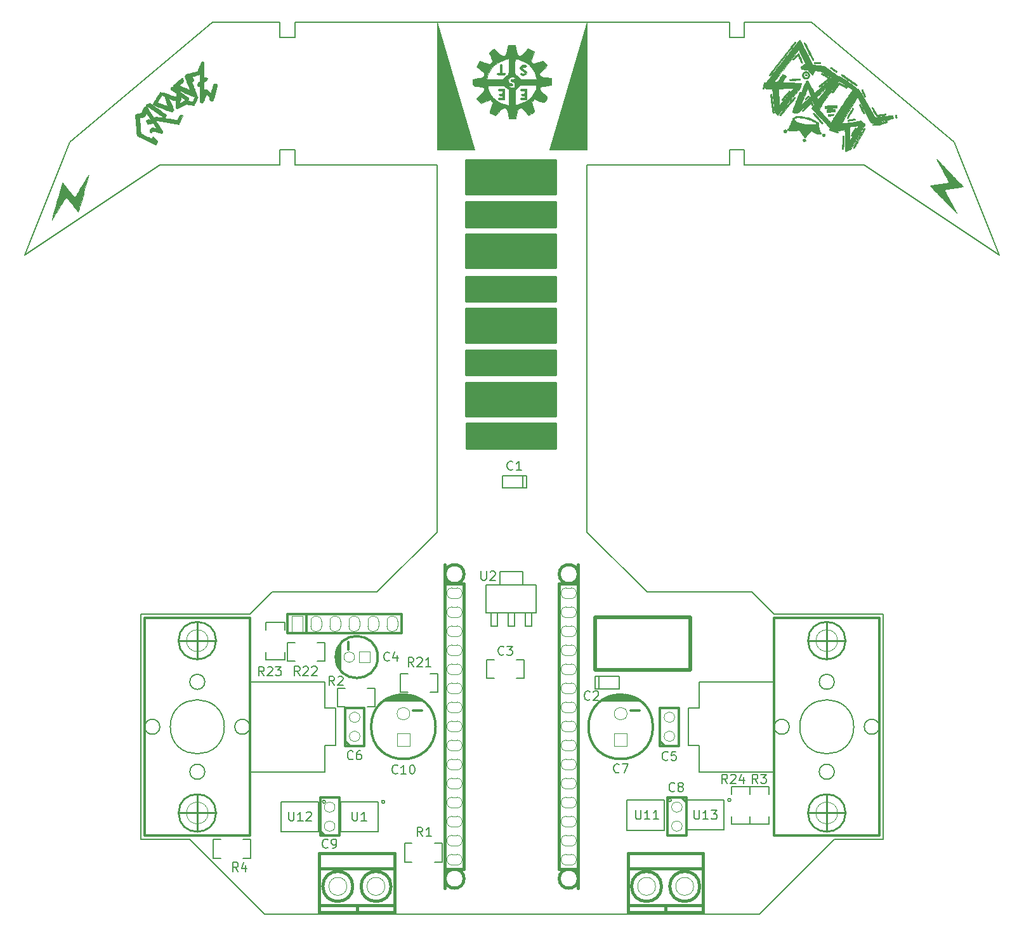
<source format=gbr>
G04 #@! TF.GenerationSoftware,KiCad,Pcbnew,(5.1.4)-1*
G04 #@! TF.CreationDate,2020-10-19T13:56:16-03:00*
G04 #@! TF.ProjectId,VELOCISTA,56454c4f-4349-4535-9441-2e6b69636164,rev?*
G04 #@! TF.SameCoordinates,Original*
G04 #@! TF.FileFunction,Legend,Top*
G04 #@! TF.FilePolarity,Positive*
%FSLAX46Y46*%
G04 Gerber Fmt 4.6, Leading zero omitted, Abs format (unit mm)*
G04 Created by KiCad (PCBNEW (5.1.4)-1) date 2020-10-19 13:56:16*
%MOMM*%
%LPD*%
G04 APERTURE LIST*
%ADD10C,0.150000*%
%ADD11C,0.100000*%
%ADD12C,0.381000*%
%ADD13C,0.127000*%
%ADD14C,0.304800*%
%ADD15C,0.500000*%
%ADD16C,0.508000*%
%ADD17C,0.010000*%
%ADD18C,0.254000*%
%ADD19C,0.300000*%
%ADD20C,0.200000*%
G04 APERTURE END LIST*
D10*
X137000000Y-142000000D02*
G75*
G03X137000000Y-142000000I-1000000J0D01*
G01*
X143000000Y-148000000D02*
G75*
G03X143000000Y-148000000I-1000000J0D01*
G01*
X149000000Y-142000000D02*
G75*
G03X149000000Y-142000000I-1000000J0D01*
G01*
X143000000Y-136000000D02*
G75*
G03X143000000Y-136000000I-1000000J0D01*
G01*
X53000000Y-142000000D02*
G75*
G03X53000000Y-142000000I-1000000J0D01*
G01*
X65000000Y-142000000D02*
G75*
G03X65000000Y-142000000I-1000000J0D01*
G01*
X59000000Y-148000000D02*
G75*
G03X59000000Y-148000000I-1000000J0D01*
G01*
X59000000Y-136000000D02*
G75*
G03X59000000Y-136000000I-1000000J0D01*
G01*
X145605551Y-142000000D02*
G75*
G03X145605551Y-142000000I-3605551J0D01*
G01*
X61605551Y-142000000D02*
G75*
G03X61605551Y-142000000I-3605551J0D01*
G01*
X132000000Y-124000000D02*
X135000000Y-127000000D01*
X132000000Y-124000000D02*
X118000000Y-124000000D01*
X65000000Y-127000000D02*
X50500000Y-127000000D01*
X68000000Y-124000000D02*
X65000000Y-127000000D01*
D11*
G36*
X110000000Y-65000000D02*
G01*
X105000000Y-65000000D01*
X110000000Y-48000000D01*
X110000000Y-65000000D01*
G37*
X110000000Y-65000000D02*
X105000000Y-65000000D01*
X110000000Y-48000000D01*
X110000000Y-65000000D01*
G36*
X95000000Y-65000000D02*
G01*
X90000000Y-65000000D01*
X90000000Y-48000000D01*
X95000000Y-65000000D01*
G37*
X95000000Y-65000000D02*
X90000000Y-65000000D01*
X90000000Y-48000000D01*
X95000000Y-65000000D01*
D10*
X69000000Y-67000000D02*
X53000000Y-67000000D01*
X69000000Y-67000000D02*
X69000000Y-65000000D01*
X71000000Y-65000000D02*
X69000000Y-65000000D01*
X71000000Y-65000000D02*
X71000000Y-67000000D01*
X69000000Y-48000000D02*
X60000000Y-48000000D01*
X69000000Y-50000000D02*
X69000000Y-48000000D01*
X71000000Y-50000000D02*
X69000000Y-50000000D01*
X71000000Y-48000000D02*
X71000000Y-50000000D01*
X159000000Y-64000000D02*
X140000000Y-48000000D01*
X131000000Y-48000000D02*
X140000000Y-48000000D01*
X131000000Y-50000000D02*
X131000000Y-48000000D01*
X129000000Y-50000000D02*
X131000000Y-50000000D01*
X129000000Y-48000000D02*
X129000000Y-50000000D01*
X131000000Y-65000000D02*
X131000000Y-67000000D01*
X129000000Y-65000000D02*
X131000000Y-65000000D01*
X129000000Y-67000000D02*
X129000000Y-65000000D01*
X147000000Y-67000000D02*
X165000000Y-79000000D01*
X53000000Y-67000000D02*
X35000000Y-79000000D01*
X90000000Y-67000000D02*
X71000000Y-67000000D01*
X110000000Y-116000000D02*
X110000000Y-67000000D01*
X90000000Y-67000000D02*
X90000000Y-116000000D01*
X110000000Y-67000000D02*
X129000000Y-67000000D01*
X159000000Y-64000000D02*
X165000000Y-79000000D01*
X131000000Y-67000000D02*
X147000000Y-67000000D01*
X133000000Y-167000000D02*
X67000000Y-167000000D01*
X143000000Y-157000000D02*
X133000000Y-167000000D01*
X149500000Y-157000000D02*
X143000000Y-157000000D01*
X57000000Y-157000000D02*
X67000000Y-167000000D01*
X50500000Y-157000000D02*
X57000000Y-157000000D01*
X50500000Y-127000000D02*
X50500000Y-157000000D01*
X149500000Y-127000000D02*
X149500000Y-157000000D01*
X149500000Y-127000000D02*
X135000000Y-127000000D01*
X82000000Y-124000000D02*
X68000000Y-124000000D01*
X90000000Y-116000000D02*
X82000000Y-124000000D01*
X110000000Y-116000000D02*
X118000000Y-124000000D01*
X60000000Y-48000000D02*
X41000000Y-64000000D01*
X41000000Y-64000000D02*
X35000000Y-79000000D01*
X71000000Y-48000000D02*
X129000000Y-48000000D01*
D12*
X91060000Y-122900000D02*
X93600000Y-122900000D01*
X108840000Y-122900000D02*
X106300000Y-122900000D01*
X106300000Y-161000000D02*
X108840000Y-161000000D01*
X91060000Y-161000000D02*
X93600000Y-161000000D01*
X93600000Y-122900000D02*
X93600000Y-161000000D01*
X106300000Y-161000000D02*
X106300000Y-122900000D01*
X93600000Y-162270000D02*
G75*
G03X93600000Y-162270000I-1270000J0D01*
G01*
X108840000Y-162270000D02*
G75*
G03X108840000Y-162270000I-1270000J0D01*
G01*
X93600000Y-121630000D02*
G75*
G03X93600000Y-121630000I-1270000J0D01*
G01*
X108840000Y-121630000D02*
G75*
G03X108840000Y-121630000I-1270000J0D01*
G01*
X91060000Y-120360000D02*
X91060000Y-163540000D01*
X108840000Y-163540000D02*
X108840000Y-120360000D01*
D13*
X101473000Y-110092800D02*
X101473000Y-108467200D01*
X98729800Y-108467200D02*
X98729800Y-110092800D01*
X98729800Y-110092800D02*
X101930200Y-110092800D01*
X101930200Y-110092800D02*
X101930200Y-108467200D01*
X101930200Y-108467200D02*
X98729800Y-108467200D01*
D14*
X72590000Y-126990000D02*
X72590000Y-129530000D01*
X70050000Y-129530000D02*
X70050000Y-126990000D01*
X70050000Y-126990000D02*
X85290000Y-126990000D01*
X85290000Y-126990000D02*
X85290000Y-129530000D01*
X85290000Y-129530000D02*
X70050000Y-129530000D01*
D15*
X123810000Y-134380000D02*
X123810000Y-127380000D01*
X123810000Y-127380000D02*
X111110000Y-127380000D01*
D16*
X111110000Y-127380000D02*
X111110000Y-134380000D01*
X123810000Y-134380000D02*
X111110000Y-134380000D01*
D14*
X74390000Y-156479200D02*
X74390000Y-151450000D01*
X74390000Y-151450000D02*
X76930000Y-151450000D01*
X76930000Y-151450000D02*
X76930000Y-156530000D01*
X76930000Y-156530000D02*
X74390000Y-156530000D01*
X75025000Y-156530000D02*
X74390000Y-155895000D01*
X123270000Y-151500800D02*
X123270000Y-156530000D01*
X123270000Y-156530000D02*
X120730000Y-156530000D01*
X120730000Y-156530000D02*
X120730000Y-151450000D01*
X120730000Y-151450000D02*
X123270000Y-151450000D01*
X122635000Y-151450000D02*
X123270000Y-152085000D01*
X77730000Y-144489200D02*
X77730000Y-139460000D01*
X77730000Y-139460000D02*
X80270000Y-139460000D01*
X80270000Y-139460000D02*
X80270000Y-144540000D01*
X80270000Y-144540000D02*
X77730000Y-144540000D01*
X78365000Y-144540000D02*
X77730000Y-143905000D01*
X119730000Y-144489200D02*
X119730000Y-139460000D01*
X119730000Y-139460000D02*
X122270000Y-139460000D01*
X122270000Y-139460000D02*
X122270000Y-144540000D01*
X122270000Y-144540000D02*
X119730000Y-144540000D01*
X120365000Y-144540000D02*
X119730000Y-143905000D01*
D17*
G36*
X43491258Y-68365824D02*
G01*
X43476752Y-68422639D01*
X43452076Y-68515166D01*
X43417910Y-68640951D01*
X43374933Y-68797548D01*
X43323825Y-68982505D01*
X43265267Y-69193373D01*
X43199939Y-69427702D01*
X43128520Y-69683043D01*
X43051691Y-69956945D01*
X42970132Y-70246960D01*
X42884523Y-70550636D01*
X42810715Y-70811886D01*
X42722013Y-71125356D01*
X42636454Y-71427343D01*
X42554738Y-71715383D01*
X42477572Y-71987010D01*
X42405660Y-72239760D01*
X42339704Y-72471166D01*
X42280409Y-72678764D01*
X42228480Y-72860090D01*
X42184618Y-73012678D01*
X42149530Y-73134063D01*
X42123918Y-73221778D01*
X42108488Y-73273361D01*
X42103923Y-73286967D01*
X42090023Y-73271270D01*
X42052570Y-73225849D01*
X41993910Y-73153627D01*
X41916386Y-73057519D01*
X41822346Y-72940444D01*
X41714135Y-72805321D01*
X41594096Y-72655068D01*
X41464577Y-72492602D01*
X41370793Y-72374765D01*
X41234753Y-72204044D01*
X41105420Y-72042374D01*
X40985300Y-71892847D01*
X40876897Y-71758549D01*
X40782718Y-71642570D01*
X40705267Y-71547997D01*
X40647048Y-71477921D01*
X40610568Y-71435428D01*
X40599733Y-71424091D01*
X40532640Y-71392746D01*
X40457685Y-71397659D01*
X40385188Y-71436902D01*
X40351780Y-71470365D01*
X40331710Y-71499353D01*
X40291513Y-71561579D01*
X40233010Y-71654101D01*
X40158023Y-71773980D01*
X40068374Y-71918273D01*
X39965885Y-72084039D01*
X39852379Y-72268337D01*
X39729676Y-72468226D01*
X39599598Y-72680765D01*
X39463968Y-72903012D01*
X39441851Y-72939313D01*
X39306919Y-73160703D01*
X39178390Y-73371337D01*
X39057956Y-73568458D01*
X38947307Y-73749313D01*
X38848133Y-73911145D01*
X38762124Y-74051200D01*
X38690970Y-74166725D01*
X38636363Y-74254962D01*
X38599991Y-74313158D01*
X38583547Y-74338557D01*
X38582772Y-74339470D01*
X38586713Y-74320201D01*
X38600967Y-74264707D01*
X38624334Y-74177379D01*
X38655617Y-74062607D01*
X38693618Y-73924781D01*
X38737139Y-73768291D01*
X38784980Y-73597528D01*
X38793965Y-73565586D01*
X38943168Y-73035644D01*
X39081231Y-72545476D01*
X39208405Y-72094203D01*
X39324939Y-71680951D01*
X39431080Y-71304844D01*
X39527077Y-70965005D01*
X39613178Y-70660558D01*
X39689632Y-70390628D01*
X39756686Y-70154339D01*
X39814592Y-69950814D01*
X39863595Y-69779177D01*
X39903945Y-69638554D01*
X39935889Y-69528066D01*
X39959678Y-69446840D01*
X39975558Y-69393999D01*
X39983778Y-69368665D01*
X39985027Y-69366009D01*
X39999083Y-69381462D01*
X40036729Y-69426682D01*
X40095653Y-69498803D01*
X40173543Y-69594954D01*
X40268087Y-69712268D01*
X40376971Y-69847877D01*
X40497884Y-69998914D01*
X40628513Y-70162507D01*
X40742086Y-70305053D01*
X40900826Y-70504374D01*
X41035831Y-70673536D01*
X41149238Y-70815039D01*
X41243183Y-70931387D01*
X41319801Y-71025081D01*
X41381231Y-71098625D01*
X41429606Y-71154520D01*
X41467066Y-71195268D01*
X41495744Y-71223371D01*
X41517777Y-71241332D01*
X41535303Y-71251654D01*
X41550456Y-71256837D01*
X41555572Y-71257897D01*
X41579718Y-71262670D01*
X41601297Y-71266039D01*
X41621912Y-71265759D01*
X41643166Y-71259586D01*
X41666658Y-71245276D01*
X41693993Y-71220585D01*
X41726771Y-71183270D01*
X41766596Y-71131087D01*
X41815069Y-71061791D01*
X41873792Y-70973140D01*
X41944368Y-70862888D01*
X42028397Y-70728792D01*
X42127484Y-70568609D01*
X42243228Y-70380093D01*
X42377233Y-70161003D01*
X42531101Y-69909093D01*
X42605275Y-69787658D01*
X42742327Y-69563511D01*
X42873164Y-69349903D01*
X42996094Y-69149581D01*
X43109420Y-68965285D01*
X43211452Y-68799757D01*
X43300494Y-68655742D01*
X43374853Y-68535981D01*
X43432833Y-68443218D01*
X43472742Y-68380194D01*
X43492886Y-68349654D01*
X43494913Y-68347168D01*
X43491258Y-68365824D01*
X43491258Y-68365824D01*
G37*
X43491258Y-68365824D02*
X43476752Y-68422639D01*
X43452076Y-68515166D01*
X43417910Y-68640951D01*
X43374933Y-68797548D01*
X43323825Y-68982505D01*
X43265267Y-69193373D01*
X43199939Y-69427702D01*
X43128520Y-69683043D01*
X43051691Y-69956945D01*
X42970132Y-70246960D01*
X42884523Y-70550636D01*
X42810715Y-70811886D01*
X42722013Y-71125356D01*
X42636454Y-71427343D01*
X42554738Y-71715383D01*
X42477572Y-71987010D01*
X42405660Y-72239760D01*
X42339704Y-72471166D01*
X42280409Y-72678764D01*
X42228480Y-72860090D01*
X42184618Y-73012678D01*
X42149530Y-73134063D01*
X42123918Y-73221778D01*
X42108488Y-73273361D01*
X42103923Y-73286967D01*
X42090023Y-73271270D01*
X42052570Y-73225849D01*
X41993910Y-73153627D01*
X41916386Y-73057519D01*
X41822346Y-72940444D01*
X41714135Y-72805321D01*
X41594096Y-72655068D01*
X41464577Y-72492602D01*
X41370793Y-72374765D01*
X41234753Y-72204044D01*
X41105420Y-72042374D01*
X40985300Y-71892847D01*
X40876897Y-71758549D01*
X40782718Y-71642570D01*
X40705267Y-71547997D01*
X40647048Y-71477921D01*
X40610568Y-71435428D01*
X40599733Y-71424091D01*
X40532640Y-71392746D01*
X40457685Y-71397659D01*
X40385188Y-71436902D01*
X40351780Y-71470365D01*
X40331710Y-71499353D01*
X40291513Y-71561579D01*
X40233010Y-71654101D01*
X40158023Y-71773980D01*
X40068374Y-71918273D01*
X39965885Y-72084039D01*
X39852379Y-72268337D01*
X39729676Y-72468226D01*
X39599598Y-72680765D01*
X39463968Y-72903012D01*
X39441851Y-72939313D01*
X39306919Y-73160703D01*
X39178390Y-73371337D01*
X39057956Y-73568458D01*
X38947307Y-73749313D01*
X38848133Y-73911145D01*
X38762124Y-74051200D01*
X38690970Y-74166725D01*
X38636363Y-74254962D01*
X38599991Y-74313158D01*
X38583547Y-74338557D01*
X38582772Y-74339470D01*
X38586713Y-74320201D01*
X38600967Y-74264707D01*
X38624334Y-74177379D01*
X38655617Y-74062607D01*
X38693618Y-73924781D01*
X38737139Y-73768291D01*
X38784980Y-73597528D01*
X38793965Y-73565586D01*
X38943168Y-73035644D01*
X39081231Y-72545476D01*
X39208405Y-72094203D01*
X39324939Y-71680951D01*
X39431080Y-71304844D01*
X39527077Y-70965005D01*
X39613178Y-70660558D01*
X39689632Y-70390628D01*
X39756686Y-70154339D01*
X39814592Y-69950814D01*
X39863595Y-69779177D01*
X39903945Y-69638554D01*
X39935889Y-69528066D01*
X39959678Y-69446840D01*
X39975558Y-69393999D01*
X39983778Y-69368665D01*
X39985027Y-69366009D01*
X39999083Y-69381462D01*
X40036729Y-69426682D01*
X40095653Y-69498803D01*
X40173543Y-69594954D01*
X40268087Y-69712268D01*
X40376971Y-69847877D01*
X40497884Y-69998914D01*
X40628513Y-70162507D01*
X40742086Y-70305053D01*
X40900826Y-70504374D01*
X41035831Y-70673536D01*
X41149238Y-70815039D01*
X41243183Y-70931387D01*
X41319801Y-71025081D01*
X41381231Y-71098625D01*
X41429606Y-71154520D01*
X41467066Y-71195268D01*
X41495744Y-71223371D01*
X41517777Y-71241332D01*
X41535303Y-71251654D01*
X41550456Y-71256837D01*
X41555572Y-71257897D01*
X41579718Y-71262670D01*
X41601297Y-71266039D01*
X41621912Y-71265759D01*
X41643166Y-71259586D01*
X41666658Y-71245276D01*
X41693993Y-71220585D01*
X41726771Y-71183270D01*
X41766596Y-71131087D01*
X41815069Y-71061791D01*
X41873792Y-70973140D01*
X41944368Y-70862888D01*
X42028397Y-70728792D01*
X42127484Y-70568609D01*
X42243228Y-70380093D01*
X42377233Y-70161003D01*
X42531101Y-69909093D01*
X42605275Y-69787658D01*
X42742327Y-69563511D01*
X42873164Y-69349903D01*
X42996094Y-69149581D01*
X43109420Y-68965285D01*
X43211452Y-68799757D01*
X43300494Y-68655742D01*
X43374853Y-68535981D01*
X43432833Y-68443218D01*
X43472742Y-68380194D01*
X43492886Y-68349654D01*
X43494913Y-68347168D01*
X43491258Y-68365824D01*
D10*
X77700000Y-139350000D02*
X76700000Y-139350000D01*
X77700000Y-136850000D02*
X76700000Y-136850000D01*
X76700000Y-136850000D02*
X76700000Y-139350000D01*
X81700000Y-139350000D02*
X81700000Y-136850000D01*
X81700000Y-136850000D02*
X80700000Y-136850000D01*
X80700000Y-139350000D02*
X81700000Y-139350000D01*
D14*
X65000000Y-127500000D02*
X51000000Y-127500000D01*
X65000000Y-156500000D02*
X65000000Y-127500000D01*
X51000000Y-156500000D02*
X65000000Y-156500000D01*
X51000000Y-127500000D02*
X51000000Y-156500000D01*
D18*
X60500000Y-153500000D02*
G75*
G03X60500000Y-153500000I-2500000J0D01*
G01*
X58000000Y-151000000D02*
X58000000Y-156000000D01*
X60500000Y-153500000D02*
X55500000Y-153500000D01*
X58000000Y-128000000D02*
X58000000Y-133000000D01*
X60500000Y-130500000D02*
X55500000Y-130500000D01*
X60500000Y-130500000D02*
G75*
G03X60500000Y-130500000I-2500000J0D01*
G01*
D10*
X65000000Y-136000000D02*
X75000000Y-136000000D01*
X75000000Y-136000000D02*
X75000000Y-139500000D01*
X75000000Y-139500000D02*
X76500000Y-139500000D01*
X76500000Y-139500000D02*
X76500000Y-144500000D01*
X76500000Y-144500000D02*
X75000000Y-144500000D01*
X75000000Y-144500000D02*
X75000000Y-148000000D01*
X75000000Y-148000000D02*
X65000000Y-148000000D01*
D14*
X135000000Y-156500000D02*
X149000000Y-156500000D01*
X135000000Y-127500000D02*
X135000000Y-156500000D01*
X149000000Y-127500000D02*
X135000000Y-127500000D01*
X149000000Y-156500000D02*
X149000000Y-127500000D01*
D18*
X144500000Y-130500000D02*
G75*
G03X144500000Y-130500000I-2500000J0D01*
G01*
X142000000Y-133000000D02*
X142000000Y-128000000D01*
X139500000Y-130500000D02*
X144500000Y-130500000D01*
X142000000Y-156000000D02*
X142000000Y-151000000D01*
X139500000Y-153500000D02*
X144500000Y-153500000D01*
X144500000Y-153500000D02*
G75*
G03X144500000Y-153500000I-2500000J0D01*
G01*
D10*
X135000000Y-148000000D02*
X125000000Y-148000000D01*
X125000000Y-148000000D02*
X125000000Y-144500000D01*
X125000000Y-144500000D02*
X123500000Y-144500000D01*
X123500000Y-144500000D02*
X123500000Y-139500000D01*
X123500000Y-139500000D02*
X125000000Y-139500000D01*
X125000000Y-139500000D02*
X125000000Y-136000000D01*
X125000000Y-136000000D02*
X135000000Y-136000000D01*
D17*
G36*
X156656353Y-66241926D02*
G01*
X156698304Y-66282895D01*
X156766096Y-66350529D01*
X156857946Y-66443011D01*
X156972074Y-66558528D01*
X157106697Y-66695268D01*
X157260036Y-66851414D01*
X157430306Y-67025154D01*
X157615729Y-67214676D01*
X157814521Y-67418163D01*
X158024902Y-67633802D01*
X158245088Y-67859780D01*
X158434433Y-68054324D01*
X158661555Y-68287877D01*
X158880304Y-68512967D01*
X159088896Y-68727755D01*
X159285549Y-68930396D01*
X159468480Y-69119049D01*
X159635906Y-69291872D01*
X159786044Y-69447022D01*
X159917112Y-69582657D01*
X160027327Y-69696936D01*
X160114905Y-69788016D01*
X160178063Y-69854054D01*
X160215019Y-69893208D01*
X160224520Y-69903965D01*
X160203976Y-69908154D01*
X160145914Y-69917878D01*
X160054038Y-69932569D01*
X159932044Y-69951652D01*
X159783634Y-69974556D01*
X159612509Y-70000708D01*
X159422366Y-70029538D01*
X159216907Y-70060472D01*
X159067965Y-70082772D01*
X158852096Y-70115226D01*
X158647420Y-70146397D01*
X158457865Y-70175660D01*
X158287359Y-70202391D01*
X158139828Y-70225963D01*
X158019200Y-70245752D01*
X157929403Y-70261132D01*
X157874363Y-70271478D01*
X157859127Y-70275193D01*
X157798436Y-70317625D01*
X157765212Y-70384994D01*
X157762949Y-70467400D01*
X157775225Y-70513064D01*
X157790295Y-70544939D01*
X157824086Y-70610864D01*
X157874961Y-70707790D01*
X157941285Y-70832670D01*
X158021422Y-70982454D01*
X158113735Y-71154096D01*
X158216589Y-71344544D01*
X158328347Y-71550753D01*
X158447371Y-71769672D01*
X158572028Y-71998255D01*
X158592407Y-72035560D01*
X158716671Y-72263109D01*
X158834820Y-72479735D01*
X158945315Y-72682594D01*
X159046615Y-72868847D01*
X159137179Y-73035651D01*
X159215466Y-73180164D01*
X159279937Y-73299548D01*
X159329048Y-73390957D01*
X159361262Y-73451554D01*
X159375036Y-73478495D01*
X159375439Y-73479622D01*
X159360722Y-73466575D01*
X159319790Y-73426483D01*
X159255845Y-73362583D01*
X159172091Y-73278105D01*
X159071731Y-73176283D01*
X158957967Y-73060347D01*
X158834002Y-72933534D01*
X158810832Y-72909781D01*
X158426491Y-72515598D01*
X158071024Y-72150947D01*
X157743798Y-71815175D01*
X157444178Y-71507627D01*
X157171529Y-71227653D01*
X156925219Y-70974598D01*
X156704611Y-70747808D01*
X156509072Y-70546632D01*
X156337966Y-70370417D01*
X156190661Y-70218507D01*
X156066522Y-70090250D01*
X155964912Y-69984995D01*
X155885200Y-69902086D01*
X155826750Y-69840872D01*
X155788928Y-69800699D01*
X155771099Y-69780913D01*
X155769424Y-69778503D01*
X155789834Y-69774057D01*
X155847818Y-69764065D01*
X155939739Y-69749095D01*
X156061953Y-69729716D01*
X156210822Y-69706496D01*
X156382705Y-69680004D01*
X156573963Y-69650808D01*
X156780954Y-69619477D01*
X156961188Y-69592393D01*
X157213175Y-69554581D01*
X157427176Y-69522244D01*
X157606425Y-69494782D01*
X157754158Y-69471597D01*
X157873609Y-69452091D01*
X157968015Y-69435663D01*
X158040608Y-69421716D01*
X158094627Y-69409649D01*
X158133304Y-69398865D01*
X158159876Y-69388764D01*
X158177578Y-69378748D01*
X158189642Y-69368216D01*
X158193119Y-69364315D01*
X158209325Y-69345791D01*
X158223032Y-69328787D01*
X158233097Y-69310794D01*
X158238378Y-69289301D01*
X158237731Y-69261801D01*
X158230016Y-69225784D01*
X158214090Y-69178739D01*
X158188810Y-69118158D01*
X158153035Y-69041531D01*
X158105622Y-68946350D01*
X158045429Y-68830104D01*
X157971313Y-68690284D01*
X157882134Y-68524381D01*
X157776747Y-68329886D01*
X157654011Y-68104289D01*
X157512785Y-67845081D01*
X157444706Y-67720126D01*
X157319114Y-67489363D01*
X157199544Y-67269251D01*
X157087524Y-67062629D01*
X156984582Y-66872337D01*
X156892247Y-66701211D01*
X156812048Y-66552091D01*
X156745511Y-66427814D01*
X156694165Y-66331220D01*
X156659540Y-66265146D01*
X156643163Y-66232430D01*
X156642024Y-66229432D01*
X156656353Y-66241926D01*
X156656353Y-66241926D01*
G37*
X156656353Y-66241926D02*
X156698304Y-66282895D01*
X156766096Y-66350529D01*
X156857946Y-66443011D01*
X156972074Y-66558528D01*
X157106697Y-66695268D01*
X157260036Y-66851414D01*
X157430306Y-67025154D01*
X157615729Y-67214676D01*
X157814521Y-67418163D01*
X158024902Y-67633802D01*
X158245088Y-67859780D01*
X158434433Y-68054324D01*
X158661555Y-68287877D01*
X158880304Y-68512967D01*
X159088896Y-68727755D01*
X159285549Y-68930396D01*
X159468480Y-69119049D01*
X159635906Y-69291872D01*
X159786044Y-69447022D01*
X159917112Y-69582657D01*
X160027327Y-69696936D01*
X160114905Y-69788016D01*
X160178063Y-69854054D01*
X160215019Y-69893208D01*
X160224520Y-69903965D01*
X160203976Y-69908154D01*
X160145914Y-69917878D01*
X160054038Y-69932569D01*
X159932044Y-69951652D01*
X159783634Y-69974556D01*
X159612509Y-70000708D01*
X159422366Y-70029538D01*
X159216907Y-70060472D01*
X159067965Y-70082772D01*
X158852096Y-70115226D01*
X158647420Y-70146397D01*
X158457865Y-70175660D01*
X158287359Y-70202391D01*
X158139828Y-70225963D01*
X158019200Y-70245752D01*
X157929403Y-70261132D01*
X157874363Y-70271478D01*
X157859127Y-70275193D01*
X157798436Y-70317625D01*
X157765212Y-70384994D01*
X157762949Y-70467400D01*
X157775225Y-70513064D01*
X157790295Y-70544939D01*
X157824086Y-70610864D01*
X157874961Y-70707790D01*
X157941285Y-70832670D01*
X158021422Y-70982454D01*
X158113735Y-71154096D01*
X158216589Y-71344544D01*
X158328347Y-71550753D01*
X158447371Y-71769672D01*
X158572028Y-71998255D01*
X158592407Y-72035560D01*
X158716671Y-72263109D01*
X158834820Y-72479735D01*
X158945315Y-72682594D01*
X159046615Y-72868847D01*
X159137179Y-73035651D01*
X159215466Y-73180164D01*
X159279937Y-73299548D01*
X159329048Y-73390957D01*
X159361262Y-73451554D01*
X159375036Y-73478495D01*
X159375439Y-73479622D01*
X159360722Y-73466575D01*
X159319790Y-73426483D01*
X159255845Y-73362583D01*
X159172091Y-73278105D01*
X159071731Y-73176283D01*
X158957967Y-73060347D01*
X158834002Y-72933534D01*
X158810832Y-72909781D01*
X158426491Y-72515598D01*
X158071024Y-72150947D01*
X157743798Y-71815175D01*
X157444178Y-71507627D01*
X157171529Y-71227653D01*
X156925219Y-70974598D01*
X156704611Y-70747808D01*
X156509072Y-70546632D01*
X156337966Y-70370417D01*
X156190661Y-70218507D01*
X156066522Y-70090250D01*
X155964912Y-69984995D01*
X155885200Y-69902086D01*
X155826750Y-69840872D01*
X155788928Y-69800699D01*
X155771099Y-69780913D01*
X155769424Y-69778503D01*
X155789834Y-69774057D01*
X155847818Y-69764065D01*
X155939739Y-69749095D01*
X156061953Y-69729716D01*
X156210822Y-69706496D01*
X156382705Y-69680004D01*
X156573963Y-69650808D01*
X156780954Y-69619477D01*
X156961188Y-69592393D01*
X157213175Y-69554581D01*
X157427176Y-69522244D01*
X157606425Y-69494782D01*
X157754158Y-69471597D01*
X157873609Y-69452091D01*
X157968015Y-69435663D01*
X158040608Y-69421716D01*
X158094627Y-69409649D01*
X158133304Y-69398865D01*
X158159876Y-69388764D01*
X158177578Y-69378748D01*
X158189642Y-69368216D01*
X158193119Y-69364315D01*
X158209325Y-69345791D01*
X158223032Y-69328787D01*
X158233097Y-69310794D01*
X158238378Y-69289301D01*
X158237731Y-69261801D01*
X158230016Y-69225784D01*
X158214090Y-69178739D01*
X158188810Y-69118158D01*
X158153035Y-69041531D01*
X158105622Y-68946350D01*
X158045429Y-68830104D01*
X157971313Y-68690284D01*
X157882134Y-68524381D01*
X157776747Y-68329886D01*
X157654011Y-68104289D01*
X157512785Y-67845081D01*
X157444706Y-67720126D01*
X157319114Y-67489363D01*
X157199544Y-67269251D01*
X157087524Y-67062629D01*
X156984582Y-66872337D01*
X156892247Y-66701211D01*
X156812048Y-66552091D01*
X156745511Y-66427814D01*
X156694165Y-66331220D01*
X156659540Y-66265146D01*
X156643163Y-66232430D01*
X156642024Y-66229432D01*
X156656353Y-66241926D01*
G36*
X60021138Y-58439690D02*
G01*
X59952121Y-58451942D01*
X59926533Y-58455313D01*
X59805858Y-58470797D01*
X59709103Y-58355489D01*
X59612348Y-58240179D01*
X59634722Y-57960008D01*
X59427141Y-57773487D01*
X59349409Y-57705287D01*
X59282865Y-57649998D01*
X59233701Y-57612537D01*
X59208111Y-57597822D01*
X59206284Y-57598104D01*
X59194667Y-57619753D01*
X59168667Y-57675124D01*
X59130607Y-57759041D01*
X59082812Y-57866328D01*
X59027606Y-57991809D01*
X58967388Y-58130136D01*
X58892015Y-58302197D01*
X58829968Y-58438757D01*
X58779023Y-58543691D01*
X58736955Y-58620871D01*
X58701541Y-58674174D01*
X58670559Y-58707472D01*
X58641785Y-58724638D01*
X58623735Y-58728922D01*
X58591254Y-58722641D01*
X58532703Y-58702968D01*
X58460519Y-58674101D01*
X58457668Y-58672877D01*
X58384930Y-58640190D01*
X58342754Y-58615783D01*
X58322254Y-58592584D01*
X58314538Y-58563523D01*
X58313972Y-58558588D01*
X58313219Y-58526814D01*
X58313320Y-58457116D01*
X58314213Y-58353893D01*
X58315839Y-58221544D01*
X58318139Y-58064469D01*
X58321053Y-57887065D01*
X58324522Y-57693733D01*
X58328424Y-57491968D01*
X58348678Y-56480252D01*
X58265736Y-56515367D01*
X58193372Y-56542353D01*
X58142944Y-56546896D01*
X58104634Y-56524362D01*
X58068623Y-56470122D01*
X58038239Y-56408044D01*
X57975291Y-56272747D01*
X58049040Y-56130131D01*
X58089924Y-56054440D01*
X58123129Y-56005620D01*
X58158730Y-55972106D01*
X58206802Y-55942338D01*
X58217947Y-55936274D01*
X58274248Y-55903983D01*
X58302695Y-55877401D01*
X58313230Y-55843167D01*
X58315331Y-55805360D01*
X58316567Y-55760726D01*
X58318752Y-55681329D01*
X58321681Y-55574724D01*
X58325145Y-55448466D01*
X58328937Y-55310109D01*
X58330166Y-55265235D01*
X58342778Y-54804783D01*
X58285566Y-54870797D01*
X58263200Y-54893410D01*
X58234511Y-54914172D01*
X58194012Y-54935275D01*
X58136214Y-54958909D01*
X58055631Y-54987267D01*
X57946774Y-55022539D01*
X57804156Y-55066918D01*
X57761977Y-55079878D01*
X57628896Y-55121373D01*
X57510094Y-55159699D01*
X57411329Y-55192893D01*
X57338359Y-55218991D01*
X57296940Y-55236029D01*
X57289668Y-55240905D01*
X57298615Y-55264903D01*
X57327541Y-55314345D01*
X57371225Y-55380655D01*
X57398015Y-55418919D01*
X57449372Y-55493624D01*
X57490676Y-55558904D01*
X57515783Y-55604813D01*
X57520244Y-55616873D01*
X57511682Y-55659832D01*
X57478528Y-55718201D01*
X57429519Y-55781288D01*
X57373393Y-55838400D01*
X57318886Y-55878844D01*
X57298401Y-55888352D01*
X57254117Y-55905584D01*
X57233814Y-55916852D01*
X57233672Y-55917345D01*
X57241286Y-55937688D01*
X57262935Y-55993269D01*
X57297003Y-56079989D01*
X57341872Y-56193755D01*
X57395926Y-56330469D01*
X57457548Y-56486034D01*
X57525122Y-56656355D01*
X57563284Y-56752439D01*
X57633976Y-56931187D01*
X57699837Y-57099330D01*
X57759180Y-57252449D01*
X57810324Y-57386125D01*
X57851584Y-57495939D01*
X57881275Y-57577470D01*
X57897712Y-57626302D01*
X57900420Y-57636964D01*
X57895638Y-57679089D01*
X57676460Y-57863001D01*
X57644964Y-57862089D01*
X57580492Y-57869984D01*
X57552529Y-57873285D01*
X57525425Y-57874216D01*
X57495403Y-57871322D01*
X57458682Y-57863149D01*
X57411486Y-57848239D01*
X57350032Y-57825138D01*
X57270544Y-57792389D01*
X57169241Y-57748537D01*
X57042344Y-57692127D01*
X56886076Y-57621701D01*
X56696654Y-57535806D01*
X56605726Y-57494504D01*
X56427698Y-57413701D01*
X56261995Y-57338634D01*
X56112493Y-57271048D01*
X55983066Y-57212690D01*
X55877589Y-57165304D01*
X55799937Y-57130634D01*
X55753985Y-57110425D01*
X55742646Y-57105814D01*
X55741930Y-57126121D01*
X55743220Y-57174662D01*
X55744276Y-57199540D01*
X55748538Y-57291059D01*
X56303678Y-57684697D01*
X56858820Y-58078335D01*
X56856783Y-58114653D01*
X56530035Y-58388827D01*
X56333019Y-58252342D01*
X56228686Y-58180015D01*
X56113558Y-58100126D01*
X56005873Y-58025332D01*
X55960455Y-57993756D01*
X55886715Y-57942995D01*
X55827460Y-57903204D01*
X55790175Y-57879351D01*
X55781175Y-57874786D01*
X55780434Y-57895809D01*
X55781520Y-57949660D01*
X55784197Y-58026884D01*
X55786244Y-58075516D01*
X55789237Y-58171295D01*
X55786333Y-58237128D01*
X55775050Y-58285266D01*
X55752906Y-58327957D01*
X55727903Y-58363468D01*
X55688946Y-58425551D01*
X55663755Y-58494119D01*
X55647331Y-58584442D01*
X55642801Y-58623335D01*
X55635159Y-58707600D01*
X55634897Y-58757153D01*
X55642955Y-58779120D01*
X55660274Y-58780628D01*
X55663427Y-58779634D01*
X55693305Y-58764644D01*
X55752582Y-58731136D01*
X55834710Y-58682946D01*
X55933137Y-58623914D01*
X56030148Y-58564744D01*
X56146937Y-58493260D01*
X56233981Y-58441301D01*
X56297484Y-58406038D01*
X56343651Y-58384642D01*
X56378688Y-58374284D01*
X56408799Y-58372132D01*
X56440187Y-58375361D01*
X56444160Y-58375949D01*
X56530035Y-58388827D01*
X56856783Y-58114653D01*
X56854895Y-58148285D01*
X56836691Y-58215217D01*
X56793480Y-58292536D01*
X56779718Y-58311476D01*
X56740850Y-58365173D01*
X56715877Y-58405152D01*
X56710581Y-58418987D01*
X56730335Y-58427704D01*
X56782535Y-58443976D01*
X56858452Y-58465526D01*
X56949359Y-58490077D01*
X57046525Y-58515352D01*
X57141223Y-58539076D01*
X57224721Y-58558969D01*
X57288293Y-58572758D01*
X57320142Y-58577977D01*
X57337129Y-58560561D01*
X57368246Y-58510998D01*
X57409946Y-58435606D01*
X57458687Y-58340706D01*
X57494798Y-58266670D01*
X57547120Y-58157362D01*
X57594693Y-58058335D01*
X57633800Y-57977297D01*
X57660725Y-57921958D01*
X57669699Y-57903878D01*
X57682025Y-57875913D01*
X57676460Y-57863001D01*
X57895638Y-57679089D01*
X57894561Y-57688580D01*
X57855968Y-57736295D01*
X57849313Y-57742018D01*
X57813029Y-57774809D01*
X57808574Y-57790629D01*
X57834305Y-57798431D01*
X57838827Y-57799172D01*
X57890657Y-57816117D01*
X57952210Y-57847824D01*
X58010629Y-57886073D01*
X58053057Y-57922640D01*
X58066823Y-57944971D01*
X58059365Y-57974044D01*
X58035673Y-58034757D01*
X57998667Y-58120996D01*
X57951267Y-58226649D01*
X57896394Y-58345602D01*
X57836966Y-58471744D01*
X57775906Y-58598961D01*
X57716132Y-58721140D01*
X57660565Y-58832170D01*
X57612125Y-58925936D01*
X57573732Y-58996327D01*
X57548305Y-59037229D01*
X57541506Y-59044628D01*
X57508950Y-59047752D01*
X57439136Y-59041994D01*
X57336067Y-59027923D01*
X57203752Y-59006103D01*
X57046196Y-58977101D01*
X56997787Y-58967709D01*
X56490625Y-58868277D01*
X55955625Y-59163233D01*
X55783299Y-59257583D01*
X55643249Y-59332313D01*
X55531136Y-59389049D01*
X55442619Y-59429418D01*
X55373358Y-59455046D01*
X55319016Y-59467560D01*
X55275251Y-59468584D01*
X55237723Y-59459747D01*
X55205229Y-59444446D01*
X55163245Y-59418726D01*
X55131422Y-59390713D01*
X55108556Y-59354603D01*
X55093442Y-59304592D01*
X55084874Y-59234871D01*
X55081649Y-59139640D01*
X55082561Y-59013089D01*
X55085880Y-58869330D01*
X55097682Y-58419871D01*
X54897806Y-58387662D01*
X54745503Y-58354244D01*
X54586213Y-58300431D01*
X54454344Y-58244241D01*
X54210757Y-58133028D01*
X54526985Y-58887881D01*
X54597362Y-59057050D01*
X54662160Y-59215066D01*
X54719605Y-59357439D01*
X54767926Y-59479673D01*
X54805350Y-59577277D01*
X54830104Y-59645753D01*
X54840417Y-59680611D01*
X54840598Y-59683056D01*
X54822281Y-59722311D01*
X54778475Y-59773484D01*
X54720010Y-59827353D01*
X54657716Y-59874697D01*
X54602427Y-59906296D01*
X54569405Y-59913934D01*
X54540230Y-59905563D01*
X54476172Y-59883921D01*
X54381361Y-59850549D01*
X54259926Y-59806981D01*
X54115995Y-59754757D01*
X53953697Y-59695416D01*
X53777160Y-59630495D01*
X53590516Y-59561531D01*
X53397890Y-59490065D01*
X53203414Y-59417631D01*
X53011215Y-59345771D01*
X52825424Y-59276021D01*
X52650167Y-59209919D01*
X52489575Y-59149004D01*
X52347776Y-59094813D01*
X52228899Y-59048884D01*
X52137074Y-59012756D01*
X52076428Y-58987966D01*
X52051091Y-58976054D01*
X52050719Y-58975710D01*
X52038338Y-58937885D01*
X52039264Y-58919230D01*
X52051316Y-58894208D01*
X52083172Y-58836962D01*
X52132544Y-58751379D01*
X52197141Y-58641343D01*
X52274673Y-58510741D01*
X52362850Y-58363457D01*
X52459381Y-58203378D01*
X52523193Y-58098140D01*
X52641224Y-57904335D01*
X52739583Y-57743972D01*
X52820220Y-57614102D01*
X52885088Y-57511770D01*
X52936135Y-57434028D01*
X52975314Y-57377923D01*
X53004577Y-57340504D01*
X53025875Y-57318818D01*
X53041156Y-57309917D01*
X53044709Y-57309308D01*
X53088688Y-57320657D01*
X53141519Y-57352440D01*
X53152338Y-57361235D01*
X53196185Y-57394659D01*
X53227597Y-57399743D01*
X53263961Y-57378195D01*
X53270802Y-57372862D01*
X53320984Y-57343888D01*
X53365528Y-57334308D01*
X53366073Y-57334367D01*
X53394331Y-57342246D01*
X53458023Y-57362742D01*
X53552679Y-57394334D01*
X53673829Y-57435499D01*
X53817005Y-57484714D01*
X53977739Y-57540458D01*
X54052659Y-57566643D01*
X53658082Y-57897733D01*
X53636380Y-57874060D01*
X53594486Y-57846628D01*
X53525568Y-57810751D01*
X53452719Y-57775807D01*
X53367891Y-57738127D01*
X53297617Y-57711291D01*
X53250181Y-57698185D01*
X53234172Y-57699638D01*
X53220218Y-57722693D01*
X53187087Y-57776823D01*
X53137824Y-57857075D01*
X53075474Y-57958495D01*
X53003079Y-58076124D01*
X52926632Y-58200229D01*
X52848533Y-58327984D01*
X52778929Y-58443810D01*
X52720612Y-58542898D01*
X52676374Y-58620441D01*
X52649009Y-58671629D01*
X52641269Y-58691616D01*
X52663151Y-58701178D01*
X52719450Y-58722023D01*
X52804370Y-58752195D01*
X52912122Y-58789737D01*
X53036911Y-58832691D01*
X53172944Y-58879101D01*
X53314428Y-58927010D01*
X53455570Y-58974461D01*
X53590576Y-59019495D01*
X53713654Y-59060159D01*
X53819010Y-59094494D01*
X53900852Y-59120542D01*
X53953386Y-59136347D01*
X53969330Y-59140236D01*
X53994474Y-59130683D01*
X54004831Y-59092680D01*
X54000057Y-59024435D01*
X53979806Y-58924155D01*
X53943730Y-58790049D01*
X53891484Y-58620325D01*
X53837230Y-58455968D01*
X53791032Y-58317987D01*
X53749281Y-58191168D01*
X53713966Y-58081726D01*
X53687079Y-57995875D01*
X53670605Y-57939829D01*
X53666424Y-57922329D01*
X53658082Y-57897733D01*
X54052659Y-57566643D01*
X54151559Y-57601209D01*
X54218623Y-57624766D01*
X54396914Y-57687434D01*
X54564352Y-57746206D01*
X54716364Y-57799478D01*
X54848373Y-57845654D01*
X54955803Y-57883132D01*
X55034080Y-57910313D01*
X55078626Y-57925597D01*
X55085461Y-57927858D01*
X55140193Y-57945299D01*
X55159192Y-57846147D01*
X55172865Y-57768319D01*
X55187764Y-57673919D01*
X55196507Y-57613314D01*
X55214825Y-57479630D01*
X54453506Y-56957946D01*
X54433518Y-56872025D01*
X54423173Y-56805499D01*
X54430767Y-56749750D01*
X54460339Y-56688791D01*
X54492001Y-56640623D01*
X54527703Y-56596149D01*
X54564481Y-56576959D01*
X54622481Y-56572800D01*
X54625263Y-56572800D01*
X54698111Y-56580830D01*
X54764358Y-56600384D01*
X54772248Y-56604121D01*
X54832974Y-56635322D01*
X54787560Y-56557950D01*
X54768100Y-56524253D01*
X54754688Y-56494702D01*
X54749951Y-56466153D01*
X54756515Y-56435465D01*
X54777006Y-56399494D01*
X54814050Y-56355099D01*
X54870275Y-56299137D01*
X54948304Y-56228465D01*
X55050765Y-56139939D01*
X55180283Y-56030420D01*
X55339486Y-55896763D01*
X55341527Y-55895050D01*
X55495114Y-55766430D01*
X55619799Y-55662725D01*
X55718896Y-55581389D01*
X55795718Y-55519874D01*
X55853578Y-55475631D01*
X55895791Y-55446115D01*
X55925670Y-55428776D01*
X55946529Y-55421068D01*
X55959240Y-55420148D01*
X56000321Y-55427796D01*
X56015286Y-55435196D01*
X56031796Y-55465812D01*
X56056660Y-55523877D01*
X56085502Y-55597601D01*
X56113953Y-55675194D01*
X56137639Y-55744869D01*
X56152188Y-55794836D01*
X56154682Y-55811052D01*
X56138387Y-55837974D01*
X56093772Y-55889570D01*
X56024125Y-55962354D01*
X55932736Y-56052838D01*
X55868229Y-56114747D01*
X55778446Y-56200594D01*
X55700237Y-56276445D01*
X55638435Y-56337525D01*
X55597869Y-56379062D01*
X55583376Y-56396219D01*
X55583716Y-56396423D01*
X55094188Y-56807186D01*
X55079278Y-56805881D01*
X55077974Y-56820791D01*
X55092884Y-56822096D01*
X55094188Y-56807186D01*
X55583716Y-56396423D01*
X55601773Y-56407244D01*
X55654624Y-56433484D01*
X55737697Y-56472969D01*
X55824946Y-56513579D01*
X55336678Y-56923285D01*
X55302145Y-56903272D01*
X55243228Y-56876316D01*
X55181443Y-56850453D01*
X55138426Y-56835273D01*
X55124420Y-56833716D01*
X55139359Y-56850708D01*
X55178619Y-56884014D01*
X55212919Y-56910656D01*
X55271953Y-56950128D01*
X55310350Y-56961804D01*
X55331727Y-56953256D01*
X55344364Y-56938056D01*
X55336678Y-56923285D01*
X55824946Y-56513579D01*
X55846756Y-56523729D01*
X55977567Y-56583797D01*
X56125897Y-56651202D01*
X56287510Y-56723976D01*
X56303292Y-56731048D01*
X56465718Y-56803231D01*
X56615399Y-56868642D01*
X56748111Y-56925515D01*
X56859631Y-56972093D01*
X56945736Y-57006614D01*
X57002202Y-57027317D01*
X57024809Y-57032441D01*
X57025046Y-57031996D01*
X57017624Y-57008357D01*
X56996061Y-56949444D01*
X56961917Y-56859293D01*
X56916755Y-56741942D01*
X56862134Y-56601431D01*
X56799617Y-56441795D01*
X56730763Y-56267075D01*
X56672009Y-56118753D01*
X56599102Y-55934542D01*
X56531220Y-55761914D01*
X56469934Y-55604946D01*
X56416817Y-55467721D01*
X56373443Y-55354319D01*
X56341384Y-55268820D01*
X56322213Y-55215305D01*
X56317213Y-55198290D01*
X56326378Y-55166591D01*
X56351483Y-55109530D01*
X56387444Y-55038484D01*
X56394193Y-55025978D01*
X56439265Y-54947966D01*
X56473156Y-54902122D01*
X56501331Y-54881688D01*
X56513020Y-54879035D01*
X56545860Y-54873424D01*
X56612813Y-54860052D01*
X56708156Y-54840180D01*
X56826165Y-54815070D01*
X56961119Y-54785981D01*
X57107293Y-54754175D01*
X57258965Y-54720911D01*
X57410414Y-54687451D01*
X57555914Y-54655055D01*
X57689744Y-54624983D01*
X57806181Y-54598497D01*
X57899502Y-54576857D01*
X57963984Y-54561324D01*
X57993903Y-54553158D01*
X57995218Y-54552535D01*
X58005987Y-54531159D01*
X58030764Y-54475403D01*
X58067514Y-54390057D01*
X58114197Y-54279917D01*
X58168776Y-54149773D01*
X58229211Y-54004419D01*
X58260144Y-53929584D01*
X58332187Y-53755654D01*
X58390677Y-53616524D01*
X58437815Y-53507700D01*
X58475802Y-53424688D01*
X58506835Y-53362996D01*
X58533117Y-53318130D01*
X58556844Y-53285596D01*
X58580219Y-53260899D01*
X58593014Y-53249622D01*
X58646870Y-53210787D01*
X58693092Y-53188145D01*
X58708865Y-53185569D01*
X58742474Y-53202733D01*
X58788209Y-53242974D01*
X58813857Y-53271177D01*
X58883064Y-53353656D01*
X58879983Y-54370798D01*
X58879503Y-54574116D01*
X58879319Y-54764214D01*
X58879414Y-54936962D01*
X58879775Y-55088228D01*
X58880386Y-55213880D01*
X58881234Y-55309788D01*
X58882303Y-55371821D01*
X58883577Y-55395848D01*
X58883643Y-55395973D01*
X58902428Y-55389504D01*
X58939209Y-55362993D01*
X58943527Y-55359415D01*
X58998839Y-55325825D01*
X59052121Y-55309979D01*
X59100087Y-55317701D01*
X59165111Y-55342334D01*
X59233806Y-55376914D01*
X59292779Y-55414478D01*
X59328641Y-55448062D01*
X59332758Y-55455922D01*
X59334734Y-55504674D01*
X59308535Y-55563774D01*
X59251988Y-55636075D01*
X59162918Y-55724433D01*
X59059367Y-55814835D01*
X58843836Y-55995687D01*
X58839891Y-56515345D01*
X58839005Y-56659761D01*
X58838605Y-56790102D01*
X58838677Y-56900403D01*
X58839208Y-56984698D01*
X58840181Y-57037021D01*
X58841174Y-57051634D01*
X58856457Y-57048833D01*
X58887378Y-57020537D01*
X58894180Y-57012880D01*
X58962757Y-56959701D01*
X59009613Y-56942467D01*
X59067230Y-56932705D01*
X59118853Y-56933475D01*
X59171203Y-56947991D01*
X59231002Y-56979457D01*
X59304971Y-57031083D01*
X59399833Y-57106078D01*
X59465086Y-57159895D01*
X59555455Y-57234504D01*
X59636364Y-57300329D01*
X59701342Y-57352181D01*
X59743925Y-57384873D01*
X59755473Y-57392817D01*
X59768029Y-57393936D01*
X59782494Y-57380303D01*
X59800640Y-57347703D01*
X59824236Y-57291920D01*
X59855055Y-57208734D01*
X59894868Y-57093929D01*
X59945444Y-56943288D01*
X59950011Y-56929553D01*
X59995558Y-56790165D01*
X60036483Y-56660463D01*
X60070822Y-56547034D01*
X60096611Y-56456467D01*
X60111887Y-56395347D01*
X60115206Y-56375312D01*
X60121425Y-56333600D01*
X60139082Y-56299650D01*
X60176346Y-56262451D01*
X60231551Y-56218508D01*
X60292200Y-56173298D01*
X60333053Y-56150485D01*
X60367818Y-56146585D01*
X60410202Y-56158119D01*
X60434321Y-56167007D01*
X60518418Y-56212055D01*
X60585899Y-56273677D01*
X60627833Y-56342023D01*
X60637175Y-56390847D01*
X60631446Y-56422545D01*
X60615772Y-56489961D01*
X60591515Y-56588013D01*
X60560035Y-56711624D01*
X60522695Y-56855716D01*
X60480855Y-57015207D01*
X60435877Y-57185020D01*
X60389122Y-57360076D01*
X60341952Y-57535296D01*
X60295727Y-57705599D01*
X60251808Y-57865909D01*
X60211558Y-58011145D01*
X60176337Y-58136228D01*
X60147506Y-58236081D01*
X60126428Y-58305622D01*
X60115408Y-58337625D01*
X60090762Y-58390022D01*
X60063344Y-58421547D01*
X60021138Y-58439690D01*
X60021138Y-58439690D01*
G37*
X60021138Y-58439690D02*
X59952121Y-58451942D01*
X59926533Y-58455313D01*
X59805858Y-58470797D01*
X59709103Y-58355489D01*
X59612348Y-58240179D01*
X59634722Y-57960008D01*
X59427141Y-57773487D01*
X59349409Y-57705287D01*
X59282865Y-57649998D01*
X59233701Y-57612537D01*
X59208111Y-57597822D01*
X59206284Y-57598104D01*
X59194667Y-57619753D01*
X59168667Y-57675124D01*
X59130607Y-57759041D01*
X59082812Y-57866328D01*
X59027606Y-57991809D01*
X58967388Y-58130136D01*
X58892015Y-58302197D01*
X58829968Y-58438757D01*
X58779023Y-58543691D01*
X58736955Y-58620871D01*
X58701541Y-58674174D01*
X58670559Y-58707472D01*
X58641785Y-58724638D01*
X58623735Y-58728922D01*
X58591254Y-58722641D01*
X58532703Y-58702968D01*
X58460519Y-58674101D01*
X58457668Y-58672877D01*
X58384930Y-58640190D01*
X58342754Y-58615783D01*
X58322254Y-58592584D01*
X58314538Y-58563523D01*
X58313972Y-58558588D01*
X58313219Y-58526814D01*
X58313320Y-58457116D01*
X58314213Y-58353893D01*
X58315839Y-58221544D01*
X58318139Y-58064469D01*
X58321053Y-57887065D01*
X58324522Y-57693733D01*
X58328424Y-57491968D01*
X58348678Y-56480252D01*
X58265736Y-56515367D01*
X58193372Y-56542353D01*
X58142944Y-56546896D01*
X58104634Y-56524362D01*
X58068623Y-56470122D01*
X58038239Y-56408044D01*
X57975291Y-56272747D01*
X58049040Y-56130131D01*
X58089924Y-56054440D01*
X58123129Y-56005620D01*
X58158730Y-55972106D01*
X58206802Y-55942338D01*
X58217947Y-55936274D01*
X58274248Y-55903983D01*
X58302695Y-55877401D01*
X58313230Y-55843167D01*
X58315331Y-55805360D01*
X58316567Y-55760726D01*
X58318752Y-55681329D01*
X58321681Y-55574724D01*
X58325145Y-55448466D01*
X58328937Y-55310109D01*
X58330166Y-55265235D01*
X58342778Y-54804783D01*
X58285566Y-54870797D01*
X58263200Y-54893410D01*
X58234511Y-54914172D01*
X58194012Y-54935275D01*
X58136214Y-54958909D01*
X58055631Y-54987267D01*
X57946774Y-55022539D01*
X57804156Y-55066918D01*
X57761977Y-55079878D01*
X57628896Y-55121373D01*
X57510094Y-55159699D01*
X57411329Y-55192893D01*
X57338359Y-55218991D01*
X57296940Y-55236029D01*
X57289668Y-55240905D01*
X57298615Y-55264903D01*
X57327541Y-55314345D01*
X57371225Y-55380655D01*
X57398015Y-55418919D01*
X57449372Y-55493624D01*
X57490676Y-55558904D01*
X57515783Y-55604813D01*
X57520244Y-55616873D01*
X57511682Y-55659832D01*
X57478528Y-55718201D01*
X57429519Y-55781288D01*
X57373393Y-55838400D01*
X57318886Y-55878844D01*
X57298401Y-55888352D01*
X57254117Y-55905584D01*
X57233814Y-55916852D01*
X57233672Y-55917345D01*
X57241286Y-55937688D01*
X57262935Y-55993269D01*
X57297003Y-56079989D01*
X57341872Y-56193755D01*
X57395926Y-56330469D01*
X57457548Y-56486034D01*
X57525122Y-56656355D01*
X57563284Y-56752439D01*
X57633976Y-56931187D01*
X57699837Y-57099330D01*
X57759180Y-57252449D01*
X57810324Y-57386125D01*
X57851584Y-57495939D01*
X57881275Y-57577470D01*
X57897712Y-57626302D01*
X57900420Y-57636964D01*
X57895638Y-57679089D01*
X57676460Y-57863001D01*
X57644964Y-57862089D01*
X57580492Y-57869984D01*
X57552529Y-57873285D01*
X57525425Y-57874216D01*
X57495403Y-57871322D01*
X57458682Y-57863149D01*
X57411486Y-57848239D01*
X57350032Y-57825138D01*
X57270544Y-57792389D01*
X57169241Y-57748537D01*
X57042344Y-57692127D01*
X56886076Y-57621701D01*
X56696654Y-57535806D01*
X56605726Y-57494504D01*
X56427698Y-57413701D01*
X56261995Y-57338634D01*
X56112493Y-57271048D01*
X55983066Y-57212690D01*
X55877589Y-57165304D01*
X55799937Y-57130634D01*
X55753985Y-57110425D01*
X55742646Y-57105814D01*
X55741930Y-57126121D01*
X55743220Y-57174662D01*
X55744276Y-57199540D01*
X55748538Y-57291059D01*
X56303678Y-57684697D01*
X56858820Y-58078335D01*
X56856783Y-58114653D01*
X56530035Y-58388827D01*
X56333019Y-58252342D01*
X56228686Y-58180015D01*
X56113558Y-58100126D01*
X56005873Y-58025332D01*
X55960455Y-57993756D01*
X55886715Y-57942995D01*
X55827460Y-57903204D01*
X55790175Y-57879351D01*
X55781175Y-57874786D01*
X55780434Y-57895809D01*
X55781520Y-57949660D01*
X55784197Y-58026884D01*
X55786244Y-58075516D01*
X55789237Y-58171295D01*
X55786333Y-58237128D01*
X55775050Y-58285266D01*
X55752906Y-58327957D01*
X55727903Y-58363468D01*
X55688946Y-58425551D01*
X55663755Y-58494119D01*
X55647331Y-58584442D01*
X55642801Y-58623335D01*
X55635159Y-58707600D01*
X55634897Y-58757153D01*
X55642955Y-58779120D01*
X55660274Y-58780628D01*
X55663427Y-58779634D01*
X55693305Y-58764644D01*
X55752582Y-58731136D01*
X55834710Y-58682946D01*
X55933137Y-58623914D01*
X56030148Y-58564744D01*
X56146937Y-58493260D01*
X56233981Y-58441301D01*
X56297484Y-58406038D01*
X56343651Y-58384642D01*
X56378688Y-58374284D01*
X56408799Y-58372132D01*
X56440187Y-58375361D01*
X56444160Y-58375949D01*
X56530035Y-58388827D01*
X56856783Y-58114653D01*
X56854895Y-58148285D01*
X56836691Y-58215217D01*
X56793480Y-58292536D01*
X56779718Y-58311476D01*
X56740850Y-58365173D01*
X56715877Y-58405152D01*
X56710581Y-58418987D01*
X56730335Y-58427704D01*
X56782535Y-58443976D01*
X56858452Y-58465526D01*
X56949359Y-58490077D01*
X57046525Y-58515352D01*
X57141223Y-58539076D01*
X57224721Y-58558969D01*
X57288293Y-58572758D01*
X57320142Y-58577977D01*
X57337129Y-58560561D01*
X57368246Y-58510998D01*
X57409946Y-58435606D01*
X57458687Y-58340706D01*
X57494798Y-58266670D01*
X57547120Y-58157362D01*
X57594693Y-58058335D01*
X57633800Y-57977297D01*
X57660725Y-57921958D01*
X57669699Y-57903878D01*
X57682025Y-57875913D01*
X57676460Y-57863001D01*
X57895638Y-57679089D01*
X57894561Y-57688580D01*
X57855968Y-57736295D01*
X57849313Y-57742018D01*
X57813029Y-57774809D01*
X57808574Y-57790629D01*
X57834305Y-57798431D01*
X57838827Y-57799172D01*
X57890657Y-57816117D01*
X57952210Y-57847824D01*
X58010629Y-57886073D01*
X58053057Y-57922640D01*
X58066823Y-57944971D01*
X58059365Y-57974044D01*
X58035673Y-58034757D01*
X57998667Y-58120996D01*
X57951267Y-58226649D01*
X57896394Y-58345602D01*
X57836966Y-58471744D01*
X57775906Y-58598961D01*
X57716132Y-58721140D01*
X57660565Y-58832170D01*
X57612125Y-58925936D01*
X57573732Y-58996327D01*
X57548305Y-59037229D01*
X57541506Y-59044628D01*
X57508950Y-59047752D01*
X57439136Y-59041994D01*
X57336067Y-59027923D01*
X57203752Y-59006103D01*
X57046196Y-58977101D01*
X56997787Y-58967709D01*
X56490625Y-58868277D01*
X55955625Y-59163233D01*
X55783299Y-59257583D01*
X55643249Y-59332313D01*
X55531136Y-59389049D01*
X55442619Y-59429418D01*
X55373358Y-59455046D01*
X55319016Y-59467560D01*
X55275251Y-59468584D01*
X55237723Y-59459747D01*
X55205229Y-59444446D01*
X55163245Y-59418726D01*
X55131422Y-59390713D01*
X55108556Y-59354603D01*
X55093442Y-59304592D01*
X55084874Y-59234871D01*
X55081649Y-59139640D01*
X55082561Y-59013089D01*
X55085880Y-58869330D01*
X55097682Y-58419871D01*
X54897806Y-58387662D01*
X54745503Y-58354244D01*
X54586213Y-58300431D01*
X54454344Y-58244241D01*
X54210757Y-58133028D01*
X54526985Y-58887881D01*
X54597362Y-59057050D01*
X54662160Y-59215066D01*
X54719605Y-59357439D01*
X54767926Y-59479673D01*
X54805350Y-59577277D01*
X54830104Y-59645753D01*
X54840417Y-59680611D01*
X54840598Y-59683056D01*
X54822281Y-59722311D01*
X54778475Y-59773484D01*
X54720010Y-59827353D01*
X54657716Y-59874697D01*
X54602427Y-59906296D01*
X54569405Y-59913934D01*
X54540230Y-59905563D01*
X54476172Y-59883921D01*
X54381361Y-59850549D01*
X54259926Y-59806981D01*
X54115995Y-59754757D01*
X53953697Y-59695416D01*
X53777160Y-59630495D01*
X53590516Y-59561531D01*
X53397890Y-59490065D01*
X53203414Y-59417631D01*
X53011215Y-59345771D01*
X52825424Y-59276021D01*
X52650167Y-59209919D01*
X52489575Y-59149004D01*
X52347776Y-59094813D01*
X52228899Y-59048884D01*
X52137074Y-59012756D01*
X52076428Y-58987966D01*
X52051091Y-58976054D01*
X52050719Y-58975710D01*
X52038338Y-58937885D01*
X52039264Y-58919230D01*
X52051316Y-58894208D01*
X52083172Y-58836962D01*
X52132544Y-58751379D01*
X52197141Y-58641343D01*
X52274673Y-58510741D01*
X52362850Y-58363457D01*
X52459381Y-58203378D01*
X52523193Y-58098140D01*
X52641224Y-57904335D01*
X52739583Y-57743972D01*
X52820220Y-57614102D01*
X52885088Y-57511770D01*
X52936135Y-57434028D01*
X52975314Y-57377923D01*
X53004577Y-57340504D01*
X53025875Y-57318818D01*
X53041156Y-57309917D01*
X53044709Y-57309308D01*
X53088688Y-57320657D01*
X53141519Y-57352440D01*
X53152338Y-57361235D01*
X53196185Y-57394659D01*
X53227597Y-57399743D01*
X53263961Y-57378195D01*
X53270802Y-57372862D01*
X53320984Y-57343888D01*
X53365528Y-57334308D01*
X53366073Y-57334367D01*
X53394331Y-57342246D01*
X53458023Y-57362742D01*
X53552679Y-57394334D01*
X53673829Y-57435499D01*
X53817005Y-57484714D01*
X53977739Y-57540458D01*
X54052659Y-57566643D01*
X53658082Y-57897733D01*
X53636380Y-57874060D01*
X53594486Y-57846628D01*
X53525568Y-57810751D01*
X53452719Y-57775807D01*
X53367891Y-57738127D01*
X53297617Y-57711291D01*
X53250181Y-57698185D01*
X53234172Y-57699638D01*
X53220218Y-57722693D01*
X53187087Y-57776823D01*
X53137824Y-57857075D01*
X53075474Y-57958495D01*
X53003079Y-58076124D01*
X52926632Y-58200229D01*
X52848533Y-58327984D01*
X52778929Y-58443810D01*
X52720612Y-58542898D01*
X52676374Y-58620441D01*
X52649009Y-58671629D01*
X52641269Y-58691616D01*
X52663151Y-58701178D01*
X52719450Y-58722023D01*
X52804370Y-58752195D01*
X52912122Y-58789737D01*
X53036911Y-58832691D01*
X53172944Y-58879101D01*
X53314428Y-58927010D01*
X53455570Y-58974461D01*
X53590576Y-59019495D01*
X53713654Y-59060159D01*
X53819010Y-59094494D01*
X53900852Y-59120542D01*
X53953386Y-59136347D01*
X53969330Y-59140236D01*
X53994474Y-59130683D01*
X54004831Y-59092680D01*
X54000057Y-59024435D01*
X53979806Y-58924155D01*
X53943730Y-58790049D01*
X53891484Y-58620325D01*
X53837230Y-58455968D01*
X53791032Y-58317987D01*
X53749281Y-58191168D01*
X53713966Y-58081726D01*
X53687079Y-57995875D01*
X53670605Y-57939829D01*
X53666424Y-57922329D01*
X53658082Y-57897733D01*
X54052659Y-57566643D01*
X54151559Y-57601209D01*
X54218623Y-57624766D01*
X54396914Y-57687434D01*
X54564352Y-57746206D01*
X54716364Y-57799478D01*
X54848373Y-57845654D01*
X54955803Y-57883132D01*
X55034080Y-57910313D01*
X55078626Y-57925597D01*
X55085461Y-57927858D01*
X55140193Y-57945299D01*
X55159192Y-57846147D01*
X55172865Y-57768319D01*
X55187764Y-57673919D01*
X55196507Y-57613314D01*
X55214825Y-57479630D01*
X54453506Y-56957946D01*
X54433518Y-56872025D01*
X54423173Y-56805499D01*
X54430767Y-56749750D01*
X54460339Y-56688791D01*
X54492001Y-56640623D01*
X54527703Y-56596149D01*
X54564481Y-56576959D01*
X54622481Y-56572800D01*
X54625263Y-56572800D01*
X54698111Y-56580830D01*
X54764358Y-56600384D01*
X54772248Y-56604121D01*
X54832974Y-56635322D01*
X54787560Y-56557950D01*
X54768100Y-56524253D01*
X54754688Y-56494702D01*
X54749951Y-56466153D01*
X54756515Y-56435465D01*
X54777006Y-56399494D01*
X54814050Y-56355099D01*
X54870275Y-56299137D01*
X54948304Y-56228465D01*
X55050765Y-56139939D01*
X55180283Y-56030420D01*
X55339486Y-55896763D01*
X55341527Y-55895050D01*
X55495114Y-55766430D01*
X55619799Y-55662725D01*
X55718896Y-55581389D01*
X55795718Y-55519874D01*
X55853578Y-55475631D01*
X55895791Y-55446115D01*
X55925670Y-55428776D01*
X55946529Y-55421068D01*
X55959240Y-55420148D01*
X56000321Y-55427796D01*
X56015286Y-55435196D01*
X56031796Y-55465812D01*
X56056660Y-55523877D01*
X56085502Y-55597601D01*
X56113953Y-55675194D01*
X56137639Y-55744869D01*
X56152188Y-55794836D01*
X56154682Y-55811052D01*
X56138387Y-55837974D01*
X56093772Y-55889570D01*
X56024125Y-55962354D01*
X55932736Y-56052838D01*
X55868229Y-56114747D01*
X55778446Y-56200594D01*
X55700237Y-56276445D01*
X55638435Y-56337525D01*
X55597869Y-56379062D01*
X55583376Y-56396219D01*
X55583716Y-56396423D01*
X55094188Y-56807186D01*
X55079278Y-56805881D01*
X55077974Y-56820791D01*
X55092884Y-56822096D01*
X55094188Y-56807186D01*
X55583716Y-56396423D01*
X55601773Y-56407244D01*
X55654624Y-56433484D01*
X55737697Y-56472969D01*
X55824946Y-56513579D01*
X55336678Y-56923285D01*
X55302145Y-56903272D01*
X55243228Y-56876316D01*
X55181443Y-56850453D01*
X55138426Y-56835273D01*
X55124420Y-56833716D01*
X55139359Y-56850708D01*
X55178619Y-56884014D01*
X55212919Y-56910656D01*
X55271953Y-56950128D01*
X55310350Y-56961804D01*
X55331727Y-56953256D01*
X55344364Y-56938056D01*
X55336678Y-56923285D01*
X55824946Y-56513579D01*
X55846756Y-56523729D01*
X55977567Y-56583797D01*
X56125897Y-56651202D01*
X56287510Y-56723976D01*
X56303292Y-56731048D01*
X56465718Y-56803231D01*
X56615399Y-56868642D01*
X56748111Y-56925515D01*
X56859631Y-56972093D01*
X56945736Y-57006614D01*
X57002202Y-57027317D01*
X57024809Y-57032441D01*
X57025046Y-57031996D01*
X57017624Y-57008357D01*
X56996061Y-56949444D01*
X56961917Y-56859293D01*
X56916755Y-56741942D01*
X56862134Y-56601431D01*
X56799617Y-56441795D01*
X56730763Y-56267075D01*
X56672009Y-56118753D01*
X56599102Y-55934542D01*
X56531220Y-55761914D01*
X56469934Y-55604946D01*
X56416817Y-55467721D01*
X56373443Y-55354319D01*
X56341384Y-55268820D01*
X56322213Y-55215305D01*
X56317213Y-55198290D01*
X56326378Y-55166591D01*
X56351483Y-55109530D01*
X56387444Y-55038484D01*
X56394193Y-55025978D01*
X56439265Y-54947966D01*
X56473156Y-54902122D01*
X56501331Y-54881688D01*
X56513020Y-54879035D01*
X56545860Y-54873424D01*
X56612813Y-54860052D01*
X56708156Y-54840180D01*
X56826165Y-54815070D01*
X56961119Y-54785981D01*
X57107293Y-54754175D01*
X57258965Y-54720911D01*
X57410414Y-54687451D01*
X57555914Y-54655055D01*
X57689744Y-54624983D01*
X57806181Y-54598497D01*
X57899502Y-54576857D01*
X57963984Y-54561324D01*
X57993903Y-54553158D01*
X57995218Y-54552535D01*
X58005987Y-54531159D01*
X58030764Y-54475403D01*
X58067514Y-54390057D01*
X58114197Y-54279917D01*
X58168776Y-54149773D01*
X58229211Y-54004419D01*
X58260144Y-53929584D01*
X58332187Y-53755654D01*
X58390677Y-53616524D01*
X58437815Y-53507700D01*
X58475802Y-53424688D01*
X58506835Y-53362996D01*
X58533117Y-53318130D01*
X58556844Y-53285596D01*
X58580219Y-53260899D01*
X58593014Y-53249622D01*
X58646870Y-53210787D01*
X58693092Y-53188145D01*
X58708865Y-53185569D01*
X58742474Y-53202733D01*
X58788209Y-53242974D01*
X58813857Y-53271177D01*
X58883064Y-53353656D01*
X58879983Y-54370798D01*
X58879503Y-54574116D01*
X58879319Y-54764214D01*
X58879414Y-54936962D01*
X58879775Y-55088228D01*
X58880386Y-55213880D01*
X58881234Y-55309788D01*
X58882303Y-55371821D01*
X58883577Y-55395848D01*
X58883643Y-55395973D01*
X58902428Y-55389504D01*
X58939209Y-55362993D01*
X58943527Y-55359415D01*
X58998839Y-55325825D01*
X59052121Y-55309979D01*
X59100087Y-55317701D01*
X59165111Y-55342334D01*
X59233806Y-55376914D01*
X59292779Y-55414478D01*
X59328641Y-55448062D01*
X59332758Y-55455922D01*
X59334734Y-55504674D01*
X59308535Y-55563774D01*
X59251988Y-55636075D01*
X59162918Y-55724433D01*
X59059367Y-55814835D01*
X58843836Y-55995687D01*
X58839891Y-56515345D01*
X58839005Y-56659761D01*
X58838605Y-56790102D01*
X58838677Y-56900403D01*
X58839208Y-56984698D01*
X58840181Y-57037021D01*
X58841174Y-57051634D01*
X58856457Y-57048833D01*
X58887378Y-57020537D01*
X58894180Y-57012880D01*
X58962757Y-56959701D01*
X59009613Y-56942467D01*
X59067230Y-56932705D01*
X59118853Y-56933475D01*
X59171203Y-56947991D01*
X59231002Y-56979457D01*
X59304971Y-57031083D01*
X59399833Y-57106078D01*
X59465086Y-57159895D01*
X59555455Y-57234504D01*
X59636364Y-57300329D01*
X59701342Y-57352181D01*
X59743925Y-57384873D01*
X59755473Y-57392817D01*
X59768029Y-57393936D01*
X59782494Y-57380303D01*
X59800640Y-57347703D01*
X59824236Y-57291920D01*
X59855055Y-57208734D01*
X59894868Y-57093929D01*
X59945444Y-56943288D01*
X59950011Y-56929553D01*
X59995558Y-56790165D01*
X60036483Y-56660463D01*
X60070822Y-56547034D01*
X60096611Y-56456467D01*
X60111887Y-56395347D01*
X60115206Y-56375312D01*
X60121425Y-56333600D01*
X60139082Y-56299650D01*
X60176346Y-56262451D01*
X60231551Y-56218508D01*
X60292200Y-56173298D01*
X60333053Y-56150485D01*
X60367818Y-56146585D01*
X60410202Y-56158119D01*
X60434321Y-56167007D01*
X60518418Y-56212055D01*
X60585899Y-56273677D01*
X60627833Y-56342023D01*
X60637175Y-56390847D01*
X60631446Y-56422545D01*
X60615772Y-56489961D01*
X60591515Y-56588013D01*
X60560035Y-56711624D01*
X60522695Y-56855716D01*
X60480855Y-57015207D01*
X60435877Y-57185020D01*
X60389122Y-57360076D01*
X60341952Y-57535296D01*
X60295727Y-57705599D01*
X60251808Y-57865909D01*
X60211558Y-58011145D01*
X60176337Y-58136228D01*
X60147506Y-58236081D01*
X60126428Y-58305622D01*
X60115408Y-58337625D01*
X60090762Y-58390022D01*
X60063344Y-58421547D01*
X60021138Y-58439690D01*
G36*
X52421763Y-64291782D02*
G01*
X52379499Y-64286639D01*
X52347032Y-64273322D01*
X52281452Y-64243880D01*
X52186728Y-64200217D01*
X52066829Y-64144237D01*
X51925727Y-64077842D01*
X51767392Y-64002936D01*
X51595793Y-63921422D01*
X51414901Y-63835203D01*
X51228686Y-63746182D01*
X51041118Y-63656263D01*
X50856168Y-63567349D01*
X50677805Y-63481343D01*
X50510000Y-63400148D01*
X50356723Y-63325668D01*
X50221943Y-63259806D01*
X50109633Y-63204464D01*
X50023760Y-63161547D01*
X49968296Y-63132957D01*
X49947269Y-63120673D01*
X49942700Y-63096741D01*
X49935202Y-63034959D01*
X49925146Y-62939680D01*
X49912901Y-62815258D01*
X49898837Y-62666048D01*
X49883320Y-62496403D01*
X49866723Y-62310679D01*
X49849413Y-62113228D01*
X49831759Y-61908405D01*
X49814131Y-61700563D01*
X49796897Y-61494058D01*
X49780428Y-61293242D01*
X49765091Y-61102471D01*
X49751257Y-60926098D01*
X49739296Y-60768476D01*
X49729574Y-60633962D01*
X49722463Y-60526908D01*
X49718329Y-60451668D01*
X49717545Y-60412597D01*
X49717595Y-60411756D01*
X49732595Y-60361008D01*
X49765438Y-60301260D01*
X49776051Y-60286439D01*
X49797525Y-60259971D01*
X49820298Y-60239629D01*
X49851146Y-60223230D01*
X49896841Y-60208591D01*
X49964156Y-60193530D01*
X50059867Y-60175865D01*
X50186824Y-60154077D01*
X50542700Y-60093683D01*
X50717972Y-59691285D01*
X50893245Y-59288888D01*
X51011008Y-59236972D01*
X51128769Y-59185056D01*
X51139472Y-59077486D01*
X51148588Y-59013785D01*
X51160105Y-58969370D01*
X51166693Y-58958058D01*
X51191638Y-58945461D01*
X51247234Y-58920000D01*
X51325186Y-58885406D01*
X51414823Y-58846434D01*
X51505913Y-58807703D01*
X51582310Y-58776172D01*
X51635959Y-58755101D01*
X51658760Y-58747744D01*
X51677638Y-58759986D01*
X51727882Y-58794922D01*
X51806550Y-58850450D01*
X51910697Y-58924470D01*
X52037380Y-59014880D01*
X52183655Y-59119578D01*
X52346577Y-59236462D01*
X52523203Y-59363431D01*
X52710590Y-59498383D01*
X52747588Y-59525056D01*
X52974120Y-59688622D01*
X53168318Y-59829366D01*
X53332382Y-59948958D01*
X53468511Y-60049066D01*
X53578904Y-60131356D01*
X53665760Y-60197496D01*
X53731278Y-60249153D01*
X53777656Y-60287996D01*
X53807094Y-60315693D01*
X53821791Y-60333908D01*
X53824487Y-60341690D01*
X53819722Y-60386729D01*
X53807300Y-60451317D01*
X53801566Y-60475617D01*
X53786030Y-60528828D01*
X53765222Y-60565570D01*
X53728775Y-60598347D01*
X53666319Y-60639665D01*
X53664710Y-60640678D01*
X53602504Y-60677518D01*
X53553477Y-60702276D01*
X53530456Y-60709301D01*
X53509839Y-60696956D01*
X53457650Y-60662402D01*
X53376963Y-60607758D01*
X53270852Y-60535139D01*
X53142390Y-60446663D01*
X52994654Y-60344448D01*
X52830715Y-60230611D01*
X52653650Y-60107268D01*
X52470321Y-59979189D01*
X52242752Y-59820195D01*
X52047219Y-59684200D01*
X51881245Y-59569693D01*
X51742351Y-59475161D01*
X51628059Y-59399092D01*
X51535889Y-59339975D01*
X51463362Y-59296297D01*
X51408002Y-59266548D01*
X51367327Y-59249215D01*
X51338862Y-59242787D01*
X51320126Y-59245750D01*
X51308640Y-59256594D01*
X51303731Y-59267625D01*
X51311594Y-59297097D01*
X51340962Y-59345259D01*
X51369872Y-59382700D01*
X51436472Y-59483787D01*
X51462855Y-59558635D01*
X51474100Y-59593846D01*
X51496864Y-59642814D01*
X51533318Y-59709193D01*
X51585628Y-59796631D01*
X51655965Y-59908780D01*
X51746495Y-60049291D01*
X51831945Y-60180048D01*
X51920107Y-60314246D01*
X52000834Y-60436891D01*
X52071191Y-60543538D01*
X52128239Y-60629744D01*
X52169041Y-60691067D01*
X52190661Y-60723061D01*
X52193206Y-60726571D01*
X52213472Y-60720586D01*
X52255464Y-60692868D01*
X52299151Y-60658396D01*
X52394677Y-60578241D01*
X52946443Y-60647732D01*
X53093677Y-60667426D01*
X53274084Y-60693425D01*
X53479198Y-60724400D01*
X53700549Y-60759026D01*
X53929673Y-60795974D01*
X54158101Y-60833920D01*
X54377368Y-60871534D01*
X54403146Y-60876047D01*
X54593327Y-60909169D01*
X54770437Y-60939521D01*
X54930175Y-60966402D01*
X55068236Y-60989110D01*
X55180313Y-61006945D01*
X55262105Y-61019203D01*
X55309308Y-61025183D01*
X55319392Y-61025381D01*
X55331438Y-61003920D01*
X55357833Y-60950282D01*
X55395527Y-60870877D01*
X55441471Y-60772119D01*
X55484332Y-60678627D01*
X55546244Y-60544744D01*
X55596018Y-60444898D01*
X55638148Y-60374195D01*
X55677129Y-60327744D01*
X55717455Y-60300653D01*
X55763623Y-60288028D01*
X55820127Y-60284978D01*
X55845701Y-60285322D01*
X55914959Y-60292819D01*
X55962628Y-60317233D01*
X55995134Y-60350602D01*
X56048096Y-60413721D01*
X55803561Y-60978217D01*
X55739966Y-61123532D01*
X55680439Y-61256739D01*
X55627373Y-61372698D01*
X55583163Y-61466272D01*
X55550204Y-61532319D01*
X55530889Y-61565702D01*
X55528679Y-61568177D01*
X55501199Y-61570123D01*
X55433160Y-61563794D01*
X55324438Y-61549168D01*
X55174907Y-61526226D01*
X54984441Y-61494948D01*
X54752918Y-61455312D01*
X54480210Y-61407300D01*
X54166192Y-61350892D01*
X54023799Y-61325026D01*
X53738133Y-61273088D01*
X53491189Y-61228468D01*
X53280070Y-61190730D01*
X53101883Y-61159436D01*
X52953731Y-61134151D01*
X52832720Y-61114437D01*
X52735953Y-61099859D01*
X52660535Y-61089979D01*
X52603572Y-61084361D01*
X52562167Y-61082569D01*
X52533426Y-61084165D01*
X52514452Y-61088713D01*
X52502520Y-61095634D01*
X52488628Y-61106463D01*
X52477917Y-61116293D01*
X52472299Y-61128510D01*
X52473681Y-61146499D01*
X52483976Y-61173647D01*
X52505093Y-61213338D01*
X52538940Y-61268962D01*
X52587429Y-61343902D01*
X52652470Y-61441546D01*
X52735970Y-61565279D01*
X52839842Y-61718487D01*
X52922925Y-61840998D01*
X53042418Y-62017955D01*
X53139469Y-62163985D01*
X53215826Y-62282902D01*
X53273237Y-62378522D01*
X53313450Y-62454660D01*
X53338210Y-62515129D01*
X53349267Y-62563746D01*
X53348368Y-62604325D01*
X53337260Y-62640679D01*
X53317691Y-62676626D01*
X53310698Y-62687496D01*
X53273365Y-62735126D01*
X53238962Y-62764851D01*
X53233495Y-62767372D01*
X53205014Y-62765166D01*
X53141535Y-62753220D01*
X53048919Y-62732866D01*
X52933026Y-62705441D01*
X52799719Y-62672278D01*
X52679597Y-62641234D01*
X52532525Y-62602674D01*
X52394705Y-62566686D01*
X52272793Y-62534997D01*
X52173440Y-62509331D01*
X52103302Y-62491416D01*
X52073588Y-62484035D01*
X51989559Y-62463968D01*
X51975239Y-62545836D01*
X51943490Y-62629773D01*
X51885806Y-62684718D01*
X51807814Y-62705318D01*
X51807518Y-62705323D01*
X51745323Y-62706410D01*
X51687629Y-62529329D01*
X51659156Y-62433355D01*
X51647375Y-62368717D01*
X51651307Y-62328283D01*
X51658228Y-62315708D01*
X51713689Y-62246812D01*
X51775270Y-62174481D01*
X51833570Y-62109374D01*
X51879190Y-62062146D01*
X51892840Y-62049761D01*
X51917419Y-62037264D01*
X51955843Y-62033041D01*
X52014707Y-62037657D01*
X52100602Y-62051674D01*
X52220123Y-62075656D01*
X52236536Y-62079124D01*
X52343871Y-62101250D01*
X52435696Y-62118971D01*
X52504464Y-62130925D01*
X52542629Y-62135749D01*
X52547735Y-62135309D01*
X52539289Y-62116594D01*
X52511426Y-62069284D01*
X52468388Y-61999885D01*
X52414419Y-61914903D01*
X52353767Y-61820846D01*
X52290674Y-61724220D01*
X52229385Y-61631531D01*
X52174145Y-61549286D01*
X52129199Y-61483992D01*
X52098790Y-61442155D01*
X52087552Y-61429897D01*
X52064596Y-61434006D01*
X52009059Y-61445449D01*
X51929691Y-61462390D01*
X51850265Y-61479690D01*
X51744858Y-61502051D01*
X51643356Y-61522217D01*
X51559744Y-61537477D01*
X51520608Y-61543618D01*
X51419493Y-61557355D01*
X51306730Y-61399426D01*
X51234365Y-61290267D01*
X51190340Y-61203411D01*
X51171943Y-61132394D01*
X51173806Y-61082886D01*
X51187572Y-61057342D01*
X51224253Y-61031750D01*
X51291789Y-61000959D01*
X51313639Y-60992156D01*
X51400180Y-60959454D01*
X51459729Y-60943558D01*
X51504004Y-60944134D01*
X51544720Y-60960845D01*
X51580996Y-60984482D01*
X51633107Y-61013391D01*
X51676127Y-61013361D01*
X51708296Y-60998979D01*
X51750012Y-60971850D01*
X51769326Y-60950869D01*
X51769443Y-60950138D01*
X51758807Y-60928839D01*
X51728648Y-60878525D01*
X51682857Y-60805156D01*
X51625318Y-60714693D01*
X51559918Y-60613097D01*
X51490548Y-60506329D01*
X51421093Y-60400350D01*
X51355440Y-60301120D01*
X51297478Y-60214602D01*
X51251093Y-60146755D01*
X51220173Y-60103539D01*
X51208908Y-60090620D01*
X51194541Y-60107289D01*
X51167000Y-60151684D01*
X51135168Y-60208818D01*
X51088618Y-60288349D01*
X51028826Y-60380359D01*
X50971503Y-60461144D01*
X50871442Y-60594385D01*
X50590859Y-60645705D01*
X50486791Y-60665319D01*
X50398265Y-60683101D01*
X50333347Y-60697346D01*
X50300103Y-60706355D01*
X50297726Y-60707555D01*
X50296353Y-60730359D01*
X50298022Y-60790436D01*
X50302380Y-60882860D01*
X50309074Y-61002705D01*
X50317751Y-61145048D01*
X50328062Y-61304964D01*
X50339652Y-61477525D01*
X50352170Y-61657810D01*
X50365263Y-61840892D01*
X50378578Y-62021846D01*
X50391762Y-62195748D01*
X50404466Y-62357672D01*
X50416335Y-62502693D01*
X50427016Y-62625887D01*
X50436159Y-62722328D01*
X50443410Y-62787092D01*
X50448417Y-62815253D01*
X50448537Y-62815495D01*
X50471045Y-62831129D01*
X50527765Y-62861915D01*
X50614276Y-62905697D01*
X50726159Y-62960316D01*
X50858993Y-63023613D01*
X51008358Y-63093434D01*
X51169061Y-63167265D01*
X51367659Y-63257503D01*
X51531218Y-63330809D01*
X51663142Y-63387985D01*
X51766829Y-63429836D01*
X51845678Y-63457168D01*
X51903094Y-63470784D01*
X51942474Y-63471487D01*
X51967220Y-63460084D01*
X51980732Y-63437377D01*
X51986410Y-63404173D01*
X51987656Y-63361275D01*
X51987657Y-63360895D01*
X51992208Y-63294912D01*
X52008433Y-63258462D01*
X52033133Y-63242288D01*
X52052883Y-63235465D01*
X52072228Y-63234934D01*
X52095416Y-63244190D01*
X52126692Y-63266730D01*
X52170302Y-63306050D01*
X52230490Y-63365647D01*
X52311505Y-63449015D01*
X52414012Y-63555912D01*
X52509996Y-63656938D01*
X52579794Y-63732487D01*
X52627109Y-63787059D01*
X52655641Y-63825156D01*
X52669090Y-63851284D01*
X52671289Y-63868936D01*
X52659014Y-63908620D01*
X52631372Y-63973095D01*
X52593976Y-64051330D01*
X52552439Y-64132298D01*
X52512376Y-64204967D01*
X52479402Y-64258307D01*
X52462484Y-64279176D01*
X52421763Y-64291782D01*
X52421763Y-64291782D01*
G37*
X52421763Y-64291782D02*
X52379499Y-64286639D01*
X52347032Y-64273322D01*
X52281452Y-64243880D01*
X52186728Y-64200217D01*
X52066829Y-64144237D01*
X51925727Y-64077842D01*
X51767392Y-64002936D01*
X51595793Y-63921422D01*
X51414901Y-63835203D01*
X51228686Y-63746182D01*
X51041118Y-63656263D01*
X50856168Y-63567349D01*
X50677805Y-63481343D01*
X50510000Y-63400148D01*
X50356723Y-63325668D01*
X50221943Y-63259806D01*
X50109633Y-63204464D01*
X50023760Y-63161547D01*
X49968296Y-63132957D01*
X49947269Y-63120673D01*
X49942700Y-63096741D01*
X49935202Y-63034959D01*
X49925146Y-62939680D01*
X49912901Y-62815258D01*
X49898837Y-62666048D01*
X49883320Y-62496403D01*
X49866723Y-62310679D01*
X49849413Y-62113228D01*
X49831759Y-61908405D01*
X49814131Y-61700563D01*
X49796897Y-61494058D01*
X49780428Y-61293242D01*
X49765091Y-61102471D01*
X49751257Y-60926098D01*
X49739296Y-60768476D01*
X49729574Y-60633962D01*
X49722463Y-60526908D01*
X49718329Y-60451668D01*
X49717545Y-60412597D01*
X49717595Y-60411756D01*
X49732595Y-60361008D01*
X49765438Y-60301260D01*
X49776051Y-60286439D01*
X49797525Y-60259971D01*
X49820298Y-60239629D01*
X49851146Y-60223230D01*
X49896841Y-60208591D01*
X49964156Y-60193530D01*
X50059867Y-60175865D01*
X50186824Y-60154077D01*
X50542700Y-60093683D01*
X50717972Y-59691285D01*
X50893245Y-59288888D01*
X51011008Y-59236972D01*
X51128769Y-59185056D01*
X51139472Y-59077486D01*
X51148588Y-59013785D01*
X51160105Y-58969370D01*
X51166693Y-58958058D01*
X51191638Y-58945461D01*
X51247234Y-58920000D01*
X51325186Y-58885406D01*
X51414823Y-58846434D01*
X51505913Y-58807703D01*
X51582310Y-58776172D01*
X51635959Y-58755101D01*
X51658760Y-58747744D01*
X51677638Y-58759986D01*
X51727882Y-58794922D01*
X51806550Y-58850450D01*
X51910697Y-58924470D01*
X52037380Y-59014880D01*
X52183655Y-59119578D01*
X52346577Y-59236462D01*
X52523203Y-59363431D01*
X52710590Y-59498383D01*
X52747588Y-59525056D01*
X52974120Y-59688622D01*
X53168318Y-59829366D01*
X53332382Y-59948958D01*
X53468511Y-60049066D01*
X53578904Y-60131356D01*
X53665760Y-60197496D01*
X53731278Y-60249153D01*
X53777656Y-60287996D01*
X53807094Y-60315693D01*
X53821791Y-60333908D01*
X53824487Y-60341690D01*
X53819722Y-60386729D01*
X53807300Y-60451317D01*
X53801566Y-60475617D01*
X53786030Y-60528828D01*
X53765222Y-60565570D01*
X53728775Y-60598347D01*
X53666319Y-60639665D01*
X53664710Y-60640678D01*
X53602504Y-60677518D01*
X53553477Y-60702276D01*
X53530456Y-60709301D01*
X53509839Y-60696956D01*
X53457650Y-60662402D01*
X53376963Y-60607758D01*
X53270852Y-60535139D01*
X53142390Y-60446663D01*
X52994654Y-60344448D01*
X52830715Y-60230611D01*
X52653650Y-60107268D01*
X52470321Y-59979189D01*
X52242752Y-59820195D01*
X52047219Y-59684200D01*
X51881245Y-59569693D01*
X51742351Y-59475161D01*
X51628059Y-59399092D01*
X51535889Y-59339975D01*
X51463362Y-59296297D01*
X51408002Y-59266548D01*
X51367327Y-59249215D01*
X51338862Y-59242787D01*
X51320126Y-59245750D01*
X51308640Y-59256594D01*
X51303731Y-59267625D01*
X51311594Y-59297097D01*
X51340962Y-59345259D01*
X51369872Y-59382700D01*
X51436472Y-59483787D01*
X51462855Y-59558635D01*
X51474100Y-59593846D01*
X51496864Y-59642814D01*
X51533318Y-59709193D01*
X51585628Y-59796631D01*
X51655965Y-59908780D01*
X51746495Y-60049291D01*
X51831945Y-60180048D01*
X51920107Y-60314246D01*
X52000834Y-60436891D01*
X52071191Y-60543538D01*
X52128239Y-60629744D01*
X52169041Y-60691067D01*
X52190661Y-60723061D01*
X52193206Y-60726571D01*
X52213472Y-60720586D01*
X52255464Y-60692868D01*
X52299151Y-60658396D01*
X52394677Y-60578241D01*
X52946443Y-60647732D01*
X53093677Y-60667426D01*
X53274084Y-60693425D01*
X53479198Y-60724400D01*
X53700549Y-60759026D01*
X53929673Y-60795974D01*
X54158101Y-60833920D01*
X54377368Y-60871534D01*
X54403146Y-60876047D01*
X54593327Y-60909169D01*
X54770437Y-60939521D01*
X54930175Y-60966402D01*
X55068236Y-60989110D01*
X55180313Y-61006945D01*
X55262105Y-61019203D01*
X55309308Y-61025183D01*
X55319392Y-61025381D01*
X55331438Y-61003920D01*
X55357833Y-60950282D01*
X55395527Y-60870877D01*
X55441471Y-60772119D01*
X55484332Y-60678627D01*
X55546244Y-60544744D01*
X55596018Y-60444898D01*
X55638148Y-60374195D01*
X55677129Y-60327744D01*
X55717455Y-60300653D01*
X55763623Y-60288028D01*
X55820127Y-60284978D01*
X55845701Y-60285322D01*
X55914959Y-60292819D01*
X55962628Y-60317233D01*
X55995134Y-60350602D01*
X56048096Y-60413721D01*
X55803561Y-60978217D01*
X55739966Y-61123532D01*
X55680439Y-61256739D01*
X55627373Y-61372698D01*
X55583163Y-61466272D01*
X55550204Y-61532319D01*
X55530889Y-61565702D01*
X55528679Y-61568177D01*
X55501199Y-61570123D01*
X55433160Y-61563794D01*
X55324438Y-61549168D01*
X55174907Y-61526226D01*
X54984441Y-61494948D01*
X54752918Y-61455312D01*
X54480210Y-61407300D01*
X54166192Y-61350892D01*
X54023799Y-61325026D01*
X53738133Y-61273088D01*
X53491189Y-61228468D01*
X53280070Y-61190730D01*
X53101883Y-61159436D01*
X52953731Y-61134151D01*
X52832720Y-61114437D01*
X52735953Y-61099859D01*
X52660535Y-61089979D01*
X52603572Y-61084361D01*
X52562167Y-61082569D01*
X52533426Y-61084165D01*
X52514452Y-61088713D01*
X52502520Y-61095634D01*
X52488628Y-61106463D01*
X52477917Y-61116293D01*
X52472299Y-61128510D01*
X52473681Y-61146499D01*
X52483976Y-61173647D01*
X52505093Y-61213338D01*
X52538940Y-61268962D01*
X52587429Y-61343902D01*
X52652470Y-61441546D01*
X52735970Y-61565279D01*
X52839842Y-61718487D01*
X52922925Y-61840998D01*
X53042418Y-62017955D01*
X53139469Y-62163985D01*
X53215826Y-62282902D01*
X53273237Y-62378522D01*
X53313450Y-62454660D01*
X53338210Y-62515129D01*
X53349267Y-62563746D01*
X53348368Y-62604325D01*
X53337260Y-62640679D01*
X53317691Y-62676626D01*
X53310698Y-62687496D01*
X53273365Y-62735126D01*
X53238962Y-62764851D01*
X53233495Y-62767372D01*
X53205014Y-62765166D01*
X53141535Y-62753220D01*
X53048919Y-62732866D01*
X52933026Y-62705441D01*
X52799719Y-62672278D01*
X52679597Y-62641234D01*
X52532525Y-62602674D01*
X52394705Y-62566686D01*
X52272793Y-62534997D01*
X52173440Y-62509331D01*
X52103302Y-62491416D01*
X52073588Y-62484035D01*
X51989559Y-62463968D01*
X51975239Y-62545836D01*
X51943490Y-62629773D01*
X51885806Y-62684718D01*
X51807814Y-62705318D01*
X51807518Y-62705323D01*
X51745323Y-62706410D01*
X51687629Y-62529329D01*
X51659156Y-62433355D01*
X51647375Y-62368717D01*
X51651307Y-62328283D01*
X51658228Y-62315708D01*
X51713689Y-62246812D01*
X51775270Y-62174481D01*
X51833570Y-62109374D01*
X51879190Y-62062146D01*
X51892840Y-62049761D01*
X51917419Y-62037264D01*
X51955843Y-62033041D01*
X52014707Y-62037657D01*
X52100602Y-62051674D01*
X52220123Y-62075656D01*
X52236536Y-62079124D01*
X52343871Y-62101250D01*
X52435696Y-62118971D01*
X52504464Y-62130925D01*
X52542629Y-62135749D01*
X52547735Y-62135309D01*
X52539289Y-62116594D01*
X52511426Y-62069284D01*
X52468388Y-61999885D01*
X52414419Y-61914903D01*
X52353767Y-61820846D01*
X52290674Y-61724220D01*
X52229385Y-61631531D01*
X52174145Y-61549286D01*
X52129199Y-61483992D01*
X52098790Y-61442155D01*
X52087552Y-61429897D01*
X52064596Y-61434006D01*
X52009059Y-61445449D01*
X51929691Y-61462390D01*
X51850265Y-61479690D01*
X51744858Y-61502051D01*
X51643356Y-61522217D01*
X51559744Y-61537477D01*
X51520608Y-61543618D01*
X51419493Y-61557355D01*
X51306730Y-61399426D01*
X51234365Y-61290267D01*
X51190340Y-61203411D01*
X51171943Y-61132394D01*
X51173806Y-61082886D01*
X51187572Y-61057342D01*
X51224253Y-61031750D01*
X51291789Y-61000959D01*
X51313639Y-60992156D01*
X51400180Y-60959454D01*
X51459729Y-60943558D01*
X51504004Y-60944134D01*
X51544720Y-60960845D01*
X51580996Y-60984482D01*
X51633107Y-61013391D01*
X51676127Y-61013361D01*
X51708296Y-60998979D01*
X51750012Y-60971850D01*
X51769326Y-60950869D01*
X51769443Y-60950138D01*
X51758807Y-60928839D01*
X51728648Y-60878525D01*
X51682857Y-60805156D01*
X51625318Y-60714693D01*
X51559918Y-60613097D01*
X51490548Y-60506329D01*
X51421093Y-60400350D01*
X51355440Y-60301120D01*
X51297478Y-60214602D01*
X51251093Y-60146755D01*
X51220173Y-60103539D01*
X51208908Y-60090620D01*
X51194541Y-60107289D01*
X51167000Y-60151684D01*
X51135168Y-60208818D01*
X51088618Y-60288349D01*
X51028826Y-60380359D01*
X50971503Y-60461144D01*
X50871442Y-60594385D01*
X50590859Y-60645705D01*
X50486791Y-60665319D01*
X50398265Y-60683101D01*
X50333347Y-60697346D01*
X50300103Y-60706355D01*
X50297726Y-60707555D01*
X50296353Y-60730359D01*
X50298022Y-60790436D01*
X50302380Y-60882860D01*
X50309074Y-61002705D01*
X50317751Y-61145048D01*
X50328062Y-61304964D01*
X50339652Y-61477525D01*
X50352170Y-61657810D01*
X50365263Y-61840892D01*
X50378578Y-62021846D01*
X50391762Y-62195748D01*
X50404466Y-62357672D01*
X50416335Y-62502693D01*
X50427016Y-62625887D01*
X50436159Y-62722328D01*
X50443410Y-62787092D01*
X50448417Y-62815253D01*
X50448537Y-62815495D01*
X50471045Y-62831129D01*
X50527765Y-62861915D01*
X50614276Y-62905697D01*
X50726159Y-62960316D01*
X50858993Y-63023613D01*
X51008358Y-63093434D01*
X51169061Y-63167265D01*
X51367659Y-63257503D01*
X51531218Y-63330809D01*
X51663142Y-63387985D01*
X51766829Y-63429836D01*
X51845678Y-63457168D01*
X51903094Y-63470784D01*
X51942474Y-63471487D01*
X51967220Y-63460084D01*
X51980732Y-63437377D01*
X51986410Y-63404173D01*
X51987656Y-63361275D01*
X51987657Y-63360895D01*
X51992208Y-63294912D01*
X52008433Y-63258462D01*
X52033133Y-63242288D01*
X52052883Y-63235465D01*
X52072228Y-63234934D01*
X52095416Y-63244190D01*
X52126692Y-63266730D01*
X52170302Y-63306050D01*
X52230490Y-63365647D01*
X52311505Y-63449015D01*
X52414012Y-63555912D01*
X52509996Y-63656938D01*
X52579794Y-63732487D01*
X52627109Y-63787059D01*
X52655641Y-63825156D01*
X52669090Y-63851284D01*
X52671289Y-63868936D01*
X52659014Y-63908620D01*
X52631372Y-63973095D01*
X52593976Y-64051330D01*
X52552439Y-64132298D01*
X52512376Y-64204967D01*
X52479402Y-64258307D01*
X52462484Y-64279176D01*
X52421763Y-64291782D01*
G36*
X140106003Y-53012697D02*
G01*
X140085193Y-52984165D01*
X140045327Y-52917940D01*
X139988976Y-52818928D01*
X139918718Y-52692037D01*
X139837123Y-52542173D01*
X139746767Y-52374244D01*
X139650225Y-52193156D01*
X139550068Y-52003817D01*
X139448872Y-51811133D01*
X139349211Y-51620014D01*
X139253658Y-51435363D01*
X139164787Y-51262088D01*
X139085173Y-51105098D01*
X139017390Y-50969299D01*
X138964009Y-50859597D01*
X138927607Y-50780901D01*
X138910758Y-50738116D01*
X138909959Y-50732516D01*
X138939783Y-50675165D01*
X138991032Y-50656611D01*
X139038539Y-50672577D01*
X139062558Y-50702125D01*
X139107103Y-50772687D01*
X139170947Y-50882062D01*
X139252866Y-51028049D01*
X139351636Y-51208447D01*
X139466028Y-51421054D01*
X139594821Y-51663668D01*
X139674334Y-51814788D01*
X139786458Y-52029691D01*
X139891125Y-52232576D01*
X139986256Y-52419251D01*
X140069772Y-52585531D01*
X140139594Y-52727226D01*
X140193644Y-52840147D01*
X140229842Y-52920106D01*
X140246111Y-52962915D01*
X140246750Y-52968188D01*
X140216782Y-53015704D01*
X140163938Y-53032807D01*
X140107091Y-53013525D01*
X140106003Y-53012697D01*
X140106003Y-53012697D01*
G37*
X140106003Y-53012697D02*
X140085193Y-52984165D01*
X140045327Y-52917940D01*
X139988976Y-52818928D01*
X139918718Y-52692037D01*
X139837123Y-52542173D01*
X139746767Y-52374244D01*
X139650225Y-52193156D01*
X139550068Y-52003817D01*
X139448872Y-51811133D01*
X139349211Y-51620014D01*
X139253658Y-51435363D01*
X139164787Y-51262088D01*
X139085173Y-51105098D01*
X139017390Y-50969299D01*
X138964009Y-50859597D01*
X138927607Y-50780901D01*
X138910758Y-50738116D01*
X138909959Y-50732516D01*
X138939783Y-50675165D01*
X138991032Y-50656611D01*
X139038539Y-50672577D01*
X139062558Y-50702125D01*
X139107103Y-50772687D01*
X139170947Y-50882062D01*
X139252866Y-51028049D01*
X139351636Y-51208447D01*
X139466028Y-51421054D01*
X139594821Y-51663668D01*
X139674334Y-51814788D01*
X139786458Y-52029691D01*
X139891125Y-52232576D01*
X139986256Y-52419251D01*
X140069772Y-52585531D01*
X140139594Y-52727226D01*
X140193644Y-52840147D01*
X140229842Y-52920106D01*
X140246111Y-52962915D01*
X140246750Y-52968188D01*
X140216782Y-53015704D01*
X140163938Y-53032807D01*
X140107091Y-53013525D01*
X140106003Y-53012697D01*
G36*
X135369125Y-60334072D02*
G01*
X135320479Y-60272474D01*
X135297401Y-60239715D01*
X135236668Y-60161935D01*
X135172692Y-60095476D01*
X135126310Y-60059390D01*
X135078580Y-60024812D01*
X135050600Y-59979931D01*
X135032927Y-59907749D01*
X135029186Y-59884580D01*
X135018552Y-59806770D01*
X135004571Y-59691390D01*
X134987741Y-59543524D01*
X134968566Y-59368256D01*
X134947544Y-59170670D01*
X134925178Y-58955848D01*
X134901967Y-58728874D01*
X134878411Y-58494833D01*
X134855013Y-58258809D01*
X134832273Y-58025884D01*
X134810690Y-57801142D01*
X134790768Y-57589667D01*
X134773004Y-57396542D01*
X134757902Y-57226852D01*
X134745960Y-57085681D01*
X134737681Y-56978111D01*
X134733565Y-56909226D01*
X134733722Y-56884850D01*
X134737426Y-56865101D01*
X134732469Y-56850451D01*
X134712824Y-56840186D01*
X134672466Y-56833590D01*
X134605370Y-56829951D01*
X134505511Y-56828552D01*
X134366860Y-56828683D01*
X134264159Y-56829186D01*
X134096467Y-56829524D01*
X133971065Y-56828125D01*
X133881878Y-56824458D01*
X133822826Y-56817997D01*
X133787835Y-56808208D01*
X133770828Y-56794561D01*
X133767086Y-56785811D01*
X133766084Y-56746348D01*
X133771374Y-56668834D01*
X133782042Y-56563057D01*
X133797175Y-56438807D01*
X133804618Y-56383647D01*
X133824651Y-56243763D01*
X133841216Y-56143262D01*
X133856698Y-56073504D01*
X133873476Y-56025843D01*
X133893930Y-55991640D01*
X133920442Y-55962251D01*
X133920798Y-55961900D01*
X133943229Y-55935432D01*
X133993641Y-55872953D01*
X134070319Y-55776647D01*
X134171552Y-55648698D01*
X134295624Y-55491295D01*
X134440823Y-55306618D01*
X134605436Y-55096856D01*
X134787749Y-54864193D01*
X134986048Y-54610813D01*
X135198622Y-54338901D01*
X135423754Y-54050644D01*
X135659734Y-53748225D01*
X135904846Y-53433830D01*
X136154789Y-53112970D01*
X136406378Y-52789964D01*
X136649964Y-52477430D01*
X136883882Y-52177499D01*
X137106466Y-51892298D01*
X137316047Y-51623956D01*
X137510961Y-51374601D01*
X137689541Y-51146362D01*
X137850119Y-50941369D01*
X137991031Y-50761748D01*
X138110610Y-50609629D01*
X138207188Y-50487141D01*
X138279101Y-50396412D01*
X138324681Y-50339570D01*
X138342261Y-50318745D01*
X138342320Y-50318708D01*
X138378151Y-50319944D01*
X138399935Y-50329371D01*
X138417640Y-50354429D01*
X138455038Y-50418688D01*
X138510009Y-50518163D01*
X138580435Y-50648868D01*
X138664197Y-50806820D01*
X138759176Y-50988033D01*
X138863253Y-51188521D01*
X138974310Y-51404300D01*
X139045284Y-51543118D01*
X139167954Y-51783631D01*
X139291288Y-52025399D01*
X139412171Y-52262322D01*
X139527488Y-52488298D01*
X139634129Y-52697226D01*
X139728977Y-52883006D01*
X139808918Y-53039535D01*
X139870840Y-53160714D01*
X139884081Y-53186610D01*
X140114879Y-53637917D01*
X141613045Y-53840323D01*
X142552255Y-54483468D01*
X142782842Y-54641755D01*
X142975703Y-54775048D01*
X143133372Y-54885189D01*
X143258383Y-54974013D01*
X143353270Y-55043362D01*
X143420565Y-55095073D01*
X143462805Y-55130983D01*
X143482522Y-55152932D01*
X143484641Y-55159967D01*
X143496288Y-55178424D01*
X143545896Y-55176138D01*
X143579508Y-55168984D01*
X143681199Y-55144650D01*
X144750499Y-55880948D01*
X144986696Y-56043727D01*
X145186472Y-56181824D01*
X145353358Y-56297845D01*
X145490884Y-56394398D01*
X145602577Y-56474090D01*
X145691970Y-56539527D01*
X145762592Y-56593316D01*
X145817971Y-56638065D01*
X145861638Y-56676380D01*
X145897124Y-56710869D01*
X145927957Y-56744138D01*
X145943569Y-56762108D01*
X146013508Y-56843184D01*
X146059216Y-56892113D01*
X146087663Y-56913727D01*
X146105817Y-56912858D01*
X146120649Y-56894333D01*
X146124608Y-56887590D01*
X146137012Y-56866803D01*
X146149329Y-56850872D01*
X146163080Y-56842122D01*
X146179787Y-56842881D01*
X146200971Y-56855475D01*
X146228154Y-56882228D01*
X146262858Y-56925469D01*
X146306605Y-56987521D01*
X146360916Y-57070714D01*
X146378913Y-57099623D01*
X145594438Y-56646707D01*
X145596653Y-56642528D01*
X145596024Y-56641980D01*
X145567112Y-56620463D01*
X145502438Y-56574442D01*
X145406130Y-56506789D01*
X145282316Y-56420382D01*
X145135123Y-56318092D01*
X144968679Y-56202794D01*
X144787110Y-56077362D01*
X144599864Y-55948331D01*
X144409241Y-55817080D01*
X144231066Y-55694304D01*
X144069252Y-55582702D01*
X143927708Y-55484978D01*
X143810342Y-55403831D01*
X143721066Y-55341963D01*
X143663788Y-55302074D01*
X143642420Y-55286867D01*
X143642398Y-55286846D01*
X143640887Y-55296855D01*
X143644143Y-55308013D01*
X143666755Y-55331295D01*
X143724435Y-55378258D01*
X143812227Y-55445402D01*
X143925175Y-55529231D01*
X144058320Y-55626247D01*
X144206705Y-55732952D01*
X144365373Y-55845850D01*
X144529366Y-55961442D01*
X144693728Y-56076232D01*
X144853502Y-56186720D01*
X145003728Y-56289411D01*
X145040003Y-56313838D01*
X143437996Y-55388919D01*
X143451874Y-55357277D01*
X143442547Y-55356631D01*
X143415017Y-55397924D01*
X143412309Y-55409004D01*
X143418437Y-55416051D01*
X143437996Y-55388919D01*
X145040003Y-56313838D01*
X145139452Y-56380806D01*
X145255715Y-56457408D01*
X145347560Y-56515720D01*
X145399692Y-56546609D01*
X145489678Y-56595696D01*
X145556687Y-56630079D01*
X145594438Y-56646707D01*
X146378913Y-57099623D01*
X146427313Y-57177371D01*
X146464463Y-57238875D01*
X143952029Y-55788321D01*
X143844958Y-55707676D01*
X143763931Y-55646706D01*
X143715014Y-55610819D01*
X143691541Y-55596166D01*
X143686846Y-55598900D01*
X143694262Y-55615170D01*
X143698312Y-55623010D01*
X143729762Y-55655671D01*
X143789177Y-55697954D01*
X143835020Y-55724890D01*
X143952029Y-55788321D01*
X146464463Y-57238875D01*
X146485563Y-57273807D01*
X144108312Y-55901301D01*
X144087574Y-55884930D01*
X144049374Y-55861618D01*
X143998923Y-55834266D01*
X143978607Y-55827514D01*
X143986420Y-55836945D01*
X144041715Y-55873900D01*
X144091003Y-55897707D01*
X144108312Y-55901301D01*
X146485563Y-57273807D01*
X146507316Y-57309820D01*
X146508487Y-57311797D01*
X144321932Y-56049389D01*
X144296201Y-56029697D01*
X144289775Y-56025803D01*
X144252690Y-56007411D01*
X144245753Y-56012150D01*
X144247139Y-56014064D01*
X144286335Y-56042219D01*
X144309540Y-56051126D01*
X144321932Y-56049389D01*
X146508487Y-57311797D01*
X146536794Y-57359574D01*
X144535860Y-56204334D01*
X144531433Y-56187812D01*
X144514910Y-56192238D01*
X144519338Y-56208761D01*
X144535860Y-56204334D01*
X146536794Y-57359574D01*
X146602449Y-57470386D01*
X146610689Y-57484466D01*
X145480537Y-56831973D01*
X145457362Y-56813964D01*
X145434827Y-56800229D01*
X145390738Y-56777022D01*
X145376868Y-56775345D01*
X145382186Y-56781984D01*
X145430242Y-56814932D01*
X145465740Y-56830788D01*
X145480537Y-56831973D01*
X146610689Y-57484466D01*
X146714234Y-57661396D01*
X146778592Y-57772220D01*
X145414940Y-56984915D01*
X145414958Y-56984782D01*
X145395002Y-56969096D01*
X145340008Y-56929857D01*
X145255068Y-56870533D01*
X145145274Y-56794591D01*
X145015722Y-56705499D01*
X144871506Y-56606724D01*
X144717717Y-56501733D01*
X144559448Y-56393993D01*
X144401795Y-56286973D01*
X144249850Y-56184139D01*
X144108707Y-56088960D01*
X143983459Y-56004902D01*
X143879199Y-55935431D01*
X143801022Y-55884018D01*
X143754515Y-55854427D01*
X143687209Y-55814953D01*
X143646931Y-55799776D01*
X143619378Y-55808038D01*
X143590249Y-55838886D01*
X143585748Y-55844333D01*
X143563094Y-55873892D01*
X143514301Y-55939108D01*
X143441849Y-56036624D01*
X143348213Y-56163087D01*
X143235871Y-56315141D01*
X143107301Y-56489432D01*
X142972313Y-56672652D01*
X142369314Y-56324510D01*
X142381150Y-56295115D01*
X142374186Y-56290661D01*
X142352996Y-56315812D01*
X142349349Y-56329860D01*
X142354070Y-56343166D01*
X142369314Y-56324510D01*
X142972313Y-56672652D01*
X142964981Y-56682604D01*
X142920137Y-56743539D01*
X142304390Y-56388037D01*
X142309564Y-56377965D01*
X142312277Y-56371124D01*
X142309825Y-56370113D01*
X142299501Y-56377537D01*
X142278604Y-56395996D01*
X142244427Y-56428094D01*
X142194267Y-56476429D01*
X142125421Y-56543607D01*
X142035182Y-56632227D01*
X141920847Y-56744893D01*
X141779712Y-56884204D01*
X141609072Y-57052765D01*
X141444867Y-57214997D01*
X140676281Y-57974337D01*
X140746071Y-58097519D01*
X140789208Y-58190665D01*
X140799197Y-58257528D01*
X140795761Y-58271006D01*
X140763811Y-58310802D01*
X140721439Y-58306812D01*
X140674153Y-58260936D01*
X140649095Y-58220492D01*
X140618450Y-58168986D01*
X140597866Y-58144423D01*
X140594414Y-58144642D01*
X140589909Y-58176815D01*
X140590927Y-58238304D01*
X140591590Y-58248176D01*
X139854587Y-57822667D01*
X139861823Y-57803159D01*
X139861382Y-57798803D01*
X139847886Y-57758599D01*
X139820173Y-57684330D01*
X139781394Y-57583836D01*
X139734699Y-57464954D01*
X139683237Y-57335524D01*
X139630159Y-57203383D01*
X139578614Y-57076373D01*
X139531755Y-56962330D01*
X139492729Y-56869094D01*
X139464687Y-56804504D01*
X139450783Y-56776398D01*
X139450309Y-56775909D01*
X139427154Y-56779772D01*
X139426701Y-56780513D01*
X139414045Y-56809002D01*
X139385646Y-56876827D01*
X139343659Y-56978647D01*
X139290244Y-57109123D01*
X139227554Y-57262918D01*
X139157748Y-57434690D01*
X139082983Y-57619103D01*
X139005414Y-57810818D01*
X138927198Y-58004492D01*
X138850493Y-58194790D01*
X138777454Y-58376372D01*
X138710238Y-58543897D01*
X138651002Y-58692029D01*
X138601903Y-58815426D01*
X138565097Y-58908752D01*
X138542741Y-58966666D01*
X138536742Y-58983712D01*
X138552443Y-58976939D01*
X138600396Y-58941283D01*
X138676684Y-58879999D01*
X138777395Y-58796341D01*
X138898615Y-58693565D01*
X139036428Y-58574925D01*
X139186923Y-58443675D01*
X139200892Y-58431412D01*
X139380207Y-58273436D01*
X139525803Y-58143995D01*
X139640726Y-58040167D01*
X139728020Y-57959037D01*
X139790731Y-57897689D01*
X139831905Y-57853205D01*
X139854587Y-57822667D01*
X140591590Y-58248176D01*
X140596181Y-58316544D01*
X140604386Y-58398970D01*
X140614257Y-58473019D01*
X140624511Y-58526123D01*
X140633860Y-58545718D01*
X140635337Y-58544729D01*
X140669478Y-58502137D01*
X140727937Y-58427939D01*
X140807442Y-58326358D01*
X140904726Y-58201622D01*
X141016518Y-58057954D01*
X141139547Y-57899582D01*
X141270543Y-57730731D01*
X141406235Y-57555625D01*
X141543355Y-57378493D01*
X141678630Y-57203557D01*
X141808792Y-57035046D01*
X141930569Y-56877183D01*
X142040693Y-56734196D01*
X142135892Y-56610309D01*
X142212895Y-56509748D01*
X142268434Y-56436739D01*
X142299238Y-56395507D01*
X142304390Y-56388037D01*
X142920137Y-56743539D01*
X142811387Y-56891303D01*
X142648998Y-57112172D01*
X142555351Y-57239641D01*
X142363122Y-57501446D01*
X142196922Y-57728125D01*
X142054102Y-57923515D01*
X141932012Y-58091459D01*
X141828004Y-58235792D01*
X141739427Y-58360353D01*
X141663635Y-58468984D01*
X141597975Y-58565520D01*
X141539799Y-58653803D01*
X141486460Y-58737670D01*
X141435306Y-58820960D01*
X141383688Y-58907513D01*
X141328959Y-59001167D01*
X141273300Y-59097387D01*
X140970903Y-59621307D01*
X141740762Y-60489203D01*
X141894638Y-60662210D01*
X142038592Y-60823165D01*
X142169493Y-60968629D01*
X142284212Y-61095167D01*
X142379613Y-61199340D01*
X142452568Y-61277711D01*
X142499944Y-61326843D01*
X142518610Y-61343297D01*
X142518734Y-61343200D01*
X142532979Y-61321610D01*
X142572328Y-61262390D01*
X142635037Y-61168161D01*
X142719360Y-61041540D01*
X142823552Y-60885146D01*
X142945869Y-60701597D01*
X143084564Y-60493513D01*
X143237892Y-60263509D01*
X143404111Y-60014207D01*
X143581472Y-59748224D01*
X143768232Y-59468178D01*
X143962645Y-59176688D01*
X143972291Y-59162226D01*
X144166861Y-58870387D01*
X144353679Y-58589916D01*
X144531016Y-58323424D01*
X144697142Y-58073523D01*
X144850327Y-57842823D01*
X144988840Y-57633936D01*
X145110953Y-57449474D01*
X145214933Y-57292047D01*
X145299052Y-57164266D01*
X145361580Y-57068743D01*
X145400785Y-57008089D01*
X145414940Y-56984915D01*
X146778592Y-57772220D01*
X146844190Y-57885176D01*
X146993840Y-58144051D01*
X147164706Y-58440348D01*
X147344580Y-58752560D01*
X148450556Y-60672452D01*
X149605020Y-60521310D01*
X149835922Y-60491328D01*
X150052136Y-60463734D01*
X150248944Y-60439096D01*
X150421624Y-60417983D01*
X150565457Y-60400961D01*
X150675724Y-60388599D01*
X150747703Y-60381467D01*
X150776674Y-60380130D01*
X150776903Y-60380224D01*
X150796214Y-60411737D01*
X150817307Y-60476006D01*
X150836964Y-60557665D01*
X150851965Y-60641346D01*
X150859090Y-60711686D01*
X150855118Y-60753318D01*
X150855098Y-60753358D01*
X150832558Y-60769991D01*
X150775973Y-60794641D01*
X150683379Y-60827938D01*
X150552811Y-60870514D01*
X150382301Y-60922996D01*
X150169889Y-60986016D01*
X149913605Y-61060202D01*
X149765219Y-61102584D01*
X148697137Y-61406505D01*
X148283910Y-61396521D01*
X148146211Y-61391727D01*
X148024796Y-61384734D01*
X147928180Y-61376249D01*
X147864882Y-61366986D01*
X147844226Y-61359789D01*
X147829489Y-61334410D01*
X147794873Y-61269053D01*
X147742069Y-61167048D01*
X147672761Y-61031724D01*
X147588642Y-60866412D01*
X147491401Y-60674441D01*
X147382724Y-60459140D01*
X147264304Y-60223840D01*
X147137827Y-59971869D01*
X147004983Y-59706559D01*
X146962756Y-59622091D01*
X146828763Y-59354198D01*
X146701008Y-59099236D01*
X146581134Y-58860460D01*
X146470787Y-58641126D01*
X146371613Y-58444487D01*
X146285254Y-58273798D01*
X146213358Y-58132313D01*
X146157566Y-58023288D01*
X146119525Y-57949979D01*
X146100882Y-57915637D01*
X146099264Y-57913411D01*
X146085499Y-57934040D01*
X146049151Y-57992555D01*
X145992414Y-58085294D01*
X145917483Y-58208595D01*
X145826552Y-58358801D01*
X145721818Y-58532247D01*
X145605473Y-58725274D01*
X145479713Y-58934221D01*
X145346732Y-59155428D01*
X145208726Y-59385232D01*
X145067888Y-59619974D01*
X144926415Y-59855993D01*
X144786499Y-60089628D01*
X144650337Y-60317218D01*
X144520122Y-60535102D01*
X144398050Y-60739618D01*
X144286315Y-60927109D01*
X144187111Y-61093910D01*
X144102634Y-61236363D01*
X144035079Y-61350804D01*
X143986639Y-61433577D01*
X143959510Y-61481016D01*
X143954347Y-61491208D01*
X143978129Y-61489898D01*
X144045430Y-61482044D01*
X144151917Y-61468248D01*
X144293259Y-61449110D01*
X144465121Y-61425227D01*
X144663174Y-61397201D01*
X144883084Y-61365630D01*
X145120519Y-61331113D01*
X145273324Y-61308690D01*
X146589280Y-61114895D01*
X146841245Y-61319266D01*
X146935206Y-61397753D01*
X147014650Y-61468414D01*
X147072230Y-61524395D01*
X147100597Y-61558841D01*
X147102152Y-61562684D01*
X147095811Y-61584862D01*
X147072441Y-61635713D01*
X147031242Y-61716689D01*
X146971415Y-61829249D01*
X146892161Y-61974847D01*
X146792679Y-62154940D01*
X146672172Y-62370985D01*
X146529838Y-62624436D01*
X146364880Y-62916751D01*
X146220324Y-63171999D01*
X145605426Y-62816987D01*
X145746804Y-62572020D01*
X145865178Y-62365864D01*
X145962109Y-62195652D01*
X146039162Y-62058516D01*
X146097898Y-61951587D01*
X146139881Y-61871997D01*
X146166673Y-61816880D01*
X146179837Y-61783367D01*
X146180935Y-61768589D01*
X146177373Y-61767340D01*
X146143262Y-61771590D01*
X146068421Y-61780618D01*
X145960170Y-61793552D01*
X145825829Y-61809520D01*
X145672715Y-61827646D01*
X145584896Y-61838015D01*
X145426786Y-61856671D01*
X145285438Y-61873359D01*
X145167694Y-61887271D01*
X145080398Y-61897598D01*
X145030394Y-61903530D01*
X145021195Y-61904637D01*
X145019247Y-61915386D01*
X145017350Y-61948767D01*
X145015469Y-62007264D01*
X145013573Y-62093360D01*
X145011629Y-62209542D01*
X145009602Y-62358292D01*
X145007462Y-62542096D01*
X145005175Y-62763438D01*
X145002709Y-63024800D01*
X145000030Y-63328670D01*
X144997106Y-63677530D01*
X144995973Y-63816295D01*
X145001789Y-63819197D01*
X145020397Y-63797964D01*
X145053191Y-63750306D01*
X145101569Y-63673936D01*
X145166924Y-63566568D01*
X145250653Y-63425912D01*
X145354149Y-63249682D01*
X145478809Y-63035589D01*
X145605426Y-62816987D01*
X146220324Y-63171999D01*
X146176498Y-63249386D01*
X146165537Y-63268711D01*
X145219978Y-64935690D01*
X145113451Y-64951775D01*
X145045097Y-64967476D01*
X144998809Y-64988001D01*
X144990621Y-64996094D01*
X144963130Y-65017071D01*
X144902980Y-65051244D01*
X144822044Y-65092905D01*
X144732197Y-65136347D01*
X144645315Y-65175861D01*
X144573273Y-65205739D01*
X144527944Y-65220273D01*
X144523098Y-65220836D01*
X144491893Y-65201970D01*
X144479362Y-65179967D01*
X144476007Y-65148721D01*
X144471809Y-65073521D01*
X144466913Y-64958783D01*
X144461464Y-64808927D01*
X144455605Y-64628367D01*
X144449483Y-64421522D01*
X144443240Y-64192807D01*
X144437022Y-63946641D01*
X144431993Y-63732626D01*
X144426076Y-63475845D01*
X144420320Y-63233247D01*
X144414842Y-63009193D01*
X144409755Y-62808045D01*
X144405174Y-62634164D01*
X144401214Y-62491910D01*
X144397988Y-62385649D01*
X144395612Y-62319739D01*
X144394358Y-62298760D01*
X144370182Y-62295266D01*
X144305841Y-62301538D01*
X144208313Y-62316468D01*
X144084574Y-62338947D01*
X143941604Y-62367869D01*
X143891590Y-62378595D01*
X143742177Y-62410141D01*
X143608233Y-62436633D01*
X143497129Y-62456759D01*
X143416236Y-62469207D01*
X143372928Y-62472664D01*
X143368350Y-62471742D01*
X143338858Y-62459043D01*
X143271101Y-62431929D01*
X143172058Y-62393126D01*
X143048706Y-62345360D01*
X142908022Y-62291360D01*
X142852063Y-62269998D01*
X142690857Y-62208334D01*
X142569025Y-62160830D01*
X142480651Y-62124619D01*
X142419825Y-62096832D01*
X142380633Y-62074600D01*
X142357164Y-62055054D01*
X142343505Y-62035326D01*
X142336637Y-62019931D01*
X142316064Y-61992227D01*
X142264766Y-61932560D01*
X142185490Y-61843903D01*
X142080984Y-61729224D01*
X141953998Y-61591493D01*
X141807278Y-61433683D01*
X141643571Y-61258762D01*
X141465626Y-61069701D01*
X141276190Y-60869471D01*
X141133280Y-60719065D01*
X140888784Y-60461603D01*
X140670642Y-60230644D01*
X140479818Y-60027235D01*
X140317274Y-59852424D01*
X140183976Y-59707260D01*
X140080886Y-59592787D01*
X140008968Y-59510055D01*
X139969186Y-59460110D01*
X139960997Y-59444900D01*
X139977164Y-59412695D01*
X140016420Y-59351991D01*
X140071902Y-59272281D01*
X140136742Y-59183056D01*
X140204073Y-59093807D01*
X140267029Y-59014027D01*
X140307943Y-58965319D01*
X140335017Y-58927629D01*
X140326147Y-58910844D01*
X140312142Y-58907518D01*
X140281219Y-58881647D01*
X140236800Y-58814083D01*
X140181372Y-58708790D01*
X140161742Y-58667832D01*
X140114954Y-58573240D01*
X140073509Y-58498505D01*
X140042545Y-58452363D01*
X140028899Y-58441865D01*
X140003006Y-58459605D01*
X139945069Y-58505059D01*
X139859590Y-58574412D01*
X139751069Y-58663847D01*
X139624007Y-58769550D01*
X139482905Y-58887704D01*
X139332262Y-59014494D01*
X139176580Y-59146104D01*
X139020359Y-59278720D01*
X138868100Y-59408524D01*
X138724303Y-59531702D01*
X138593469Y-59644438D01*
X138480098Y-59742916D01*
X138388691Y-59823321D01*
X138323749Y-59881836D01*
X138289772Y-59914648D01*
X138285918Y-59919576D01*
X138262075Y-59965968D01*
X138252353Y-59981257D01*
X138223363Y-59993541D01*
X138161053Y-60009816D01*
X137665977Y-59723984D01*
X137684369Y-59686898D01*
X137679629Y-59679961D01*
X137677716Y-59681347D01*
X137649561Y-59720543D01*
X137640655Y-59743748D01*
X137642391Y-59756141D01*
X137662082Y-59730410D01*
X137665977Y-59723984D01*
X138161053Y-60009816D01*
X138154992Y-60011399D01*
X138055687Y-60033093D01*
X137933892Y-60056884D01*
X137929465Y-60057672D01*
X137609083Y-59872699D01*
X137622962Y-59841058D01*
X137613636Y-59840412D01*
X137586106Y-59881705D01*
X137583398Y-59892785D01*
X137589524Y-59899832D01*
X137609083Y-59872699D01*
X137929465Y-60057672D01*
X137798050Y-60081035D01*
X137658092Y-60103582D01*
X137597516Y-60098999D01*
X137557826Y-60071518D01*
X137551299Y-60031119D01*
X137556016Y-60020635D01*
X137563494Y-59989556D01*
X137532940Y-59983863D01*
X137497705Y-59991352D01*
X137435911Y-59989420D01*
X137399161Y-59949244D01*
X137392710Y-59887098D01*
X137402419Y-59852728D01*
X137427970Y-59777546D01*
X137467772Y-59665865D01*
X137520230Y-59522003D01*
X137583752Y-59350276D01*
X137656743Y-59155000D01*
X137737612Y-58940491D01*
X137824764Y-58711065D01*
X137884399Y-58555016D01*
X137998294Y-58258644D01*
X138096385Y-58005554D01*
X138179544Y-57793608D01*
X138248642Y-57620673D01*
X138304554Y-57484612D01*
X138348151Y-57383293D01*
X138380305Y-57314576D01*
X138401889Y-57276329D01*
X138410761Y-57266744D01*
X138468546Y-57255961D01*
X138518893Y-57276765D01*
X138543969Y-57320523D01*
X138544375Y-57331409D01*
X138535479Y-57363164D01*
X138510842Y-57435532D01*
X138472132Y-57543987D01*
X138421016Y-57684000D01*
X138359161Y-57851045D01*
X138288235Y-58040593D01*
X138209908Y-58248119D01*
X138125843Y-58469095D01*
X138110842Y-58508352D01*
X138026836Y-58728614D01*
X137948898Y-58934068D01*
X137878593Y-59120512D01*
X137817484Y-59283746D01*
X137767135Y-59419568D01*
X137729111Y-59523777D01*
X137704974Y-59592172D01*
X137696291Y-59620551D01*
X137696622Y-59620996D01*
X137707961Y-59596718D01*
X137735789Y-59530802D01*
X137778761Y-59426580D01*
X137835531Y-59287386D01*
X137904753Y-59116555D01*
X137985080Y-58917419D01*
X138075166Y-58693315D01*
X138173667Y-58447575D01*
X138279236Y-58183532D01*
X138390527Y-57904523D01*
X138458921Y-57732742D01*
X138573232Y-57445669D01*
X138682762Y-57171028D01*
X138786148Y-56912216D01*
X138882025Y-56672630D01*
X138969030Y-56455666D01*
X139045796Y-56264719D01*
X139110960Y-56103188D01*
X139163157Y-55974467D01*
X139201020Y-55881953D01*
X139223188Y-55829044D01*
X139228312Y-55817847D01*
X139265717Y-55789230D01*
X139327584Y-55769594D01*
X139393762Y-55762368D01*
X139444098Y-55770982D01*
X139455008Y-55779280D01*
X139470738Y-55805252D01*
X139507149Y-55868724D01*
X139561520Y-55964850D01*
X139631128Y-56088784D01*
X139713255Y-56235683D01*
X139805177Y-56400701D01*
X139904175Y-56578991D01*
X139909523Y-56588637D01*
X140008299Y-56766544D01*
X140099699Y-56930613D01*
X140181085Y-57076149D01*
X140249816Y-57198456D01*
X140303253Y-57292837D01*
X140338759Y-57354598D01*
X140353691Y-57379043D01*
X140353901Y-57379237D01*
X140371897Y-57367077D01*
X140379444Y-57355837D01*
X140400468Y-57335496D01*
X140455287Y-57286856D01*
X140540630Y-57212713D01*
X140653227Y-57115862D01*
X140789808Y-56999100D01*
X140947102Y-56865222D01*
X141121840Y-56717025D01*
X141310751Y-56557304D01*
X141505691Y-56392959D01*
X142615418Y-55458691D01*
X142595589Y-55375618D01*
X142575759Y-55292545D01*
X141151410Y-54494752D01*
X140762349Y-54455172D01*
X140611514Y-54440810D01*
X140502018Y-54433091D01*
X140427267Y-54432062D01*
X140380671Y-54437762D01*
X140355639Y-54450238D01*
X140349764Y-54457875D01*
X140330695Y-54498145D01*
X140299144Y-54570936D01*
X140260445Y-54663788D01*
X140239530Y-54715215D01*
X140199432Y-54810457D01*
X140163301Y-54888775D01*
X140136402Y-54939092D01*
X140127477Y-54950799D01*
X140106942Y-54960050D01*
X140079427Y-54954296D01*
X140039064Y-54929436D01*
X139979985Y-54881369D01*
X139896321Y-54805999D01*
X139824937Y-54739448D01*
X139709512Y-54624884D01*
X139629736Y-54530571D01*
X139580609Y-54450534D01*
X139577469Y-54443711D01*
X139528666Y-54334511D01*
X139090071Y-54290015D01*
X138948535Y-54275017D01*
X138823157Y-54260521D01*
X138722089Y-54247568D01*
X138653481Y-54237198D01*
X138625982Y-54230800D01*
X138606816Y-54200645D01*
X138583772Y-54139306D01*
X138561378Y-54063244D01*
X138544155Y-53988920D01*
X138536631Y-53932798D01*
X138538941Y-53914129D01*
X138567034Y-53882846D01*
X138624350Y-53832416D01*
X138701933Y-53769552D01*
X138790826Y-53700964D01*
X138882075Y-53633364D01*
X138966724Y-53573462D01*
X139035817Y-53527970D01*
X139080397Y-53503602D01*
X139089856Y-53501292D01*
X139096532Y-53492208D01*
X139090882Y-53460982D01*
X139071664Y-53404699D01*
X139037634Y-53320443D01*
X138987552Y-53205296D01*
X138920174Y-53056344D01*
X138834258Y-52870670D01*
X138728562Y-52645359D01*
X138694052Y-52572226D01*
X138600657Y-52375027D01*
X138513587Y-52192148D01*
X138435006Y-52028066D01*
X138367081Y-51887253D01*
X138311971Y-51774182D01*
X138271842Y-51693330D01*
X138248858Y-51649168D01*
X138244222Y-51642132D01*
X138228349Y-51661235D01*
X138185272Y-51715692D01*
X138117296Y-51802520D01*
X138026726Y-51918733D01*
X137915866Y-52061346D01*
X137787021Y-52227374D01*
X137642496Y-52413832D01*
X137484595Y-52617734D01*
X137315623Y-52836096D01*
X137137883Y-53065931D01*
X136953683Y-53304256D01*
X136765323Y-53548086D01*
X136575112Y-53794433D01*
X136385352Y-54040315D01*
X136198348Y-54282746D01*
X136016405Y-54518740D01*
X135841828Y-54745313D01*
X135676921Y-54959478D01*
X135523989Y-55158253D01*
X135385335Y-55338650D01*
X135263265Y-55497684D01*
X135160085Y-55632372D01*
X135078097Y-55739728D01*
X135019606Y-55816764D01*
X134986918Y-55860500D01*
X134980803Y-55869225D01*
X134972977Y-55889692D01*
X134983620Y-55903183D01*
X135020968Y-55912211D01*
X135093260Y-55919285D01*
X135159917Y-55923836D01*
X135285817Y-55926600D01*
X135366319Y-55915883D01*
X135395936Y-55899717D01*
X135418403Y-55869657D01*
X135463540Y-55805533D01*
X135527116Y-55713491D01*
X135604899Y-55599681D01*
X135692658Y-55470250D01*
X135746912Y-55389778D01*
X135837535Y-55256203D01*
X135919985Y-55136816D01*
X135990236Y-55037267D01*
X136044268Y-54963211D01*
X136078058Y-54920299D01*
X136087083Y-54911811D01*
X136116627Y-54919809D01*
X136179381Y-54945487D01*
X136265435Y-54984577D01*
X136342784Y-55021847D01*
X136457592Y-55080666D01*
X136531373Y-55125977D01*
X136567692Y-55163050D01*
X136570107Y-55197158D01*
X136542182Y-55233571D01*
X136506103Y-55263553D01*
X136467173Y-55307287D01*
X136409734Y-55391956D01*
X136335671Y-55514621D01*
X136265997Y-55637633D01*
X136083084Y-55967827D01*
X137319742Y-56026103D01*
X137615176Y-56040411D01*
X137865082Y-56053403D01*
X138072287Y-56065296D01*
X138239621Y-56076308D01*
X138369911Y-56086657D01*
X138465985Y-56096560D01*
X138530670Y-56106236D01*
X138566796Y-56115901D01*
X138576660Y-56122879D01*
X138579075Y-56160148D01*
X138570950Y-56233875D01*
X138553822Y-56333669D01*
X138529226Y-56449141D01*
X138527027Y-56458556D01*
X138457130Y-56755735D01*
X138119934Y-57164397D01*
X137522277Y-56819339D01*
X137515209Y-56806012D01*
X137486244Y-56805155D01*
X137414235Y-56804710D01*
X137304519Y-56804663D01*
X137162430Y-56805001D01*
X136993306Y-56805708D01*
X136802481Y-56806771D01*
X136595292Y-56808174D01*
X136535284Y-56808624D01*
X136267287Y-56811359D01*
X136045579Y-56815151D01*
X135868076Y-56820093D01*
X135732694Y-56826278D01*
X135637352Y-56833799D01*
X135579966Y-56842751D01*
X135558822Y-56852462D01*
X135556120Y-56882371D01*
X135556520Y-56953408D01*
X135559669Y-57059785D01*
X135565212Y-57195710D01*
X135572794Y-57355391D01*
X135582062Y-57533039D01*
X135592660Y-57722863D01*
X135604236Y-57919070D01*
X135616435Y-58115872D01*
X135628902Y-58307475D01*
X135641284Y-58488090D01*
X135653227Y-58651928D01*
X135664376Y-58793193D01*
X135674377Y-58906099D01*
X135682876Y-58984852D01*
X135689518Y-59023663D01*
X135691794Y-59026566D01*
X135709734Y-59005801D01*
X135755714Y-58951132D01*
X135826927Y-58865932D01*
X135920569Y-58753570D01*
X136033835Y-58617418D01*
X136163919Y-58460848D01*
X136308018Y-58287230D01*
X136463326Y-58099935D01*
X136584133Y-57954137D01*
X136746833Y-57757810D01*
X136901118Y-57571817D01*
X137044080Y-57399652D01*
X137172813Y-57244806D01*
X137284410Y-57110770D01*
X137375964Y-57001037D01*
X137444569Y-56919098D01*
X137487321Y-56868444D01*
X137500425Y-56853342D01*
X137522277Y-56819339D01*
X138119934Y-57164397D01*
X136969265Y-58558940D01*
X136695619Y-58890232D01*
X136451522Y-59184990D01*
X136236078Y-59444273D01*
X136048388Y-59669144D01*
X135887552Y-59860663D01*
X135752671Y-60019892D01*
X135642846Y-60147894D01*
X135557179Y-60245726D01*
X135494771Y-60314454D01*
X135454722Y-60355137D01*
X135436372Y-60368810D01*
X135405087Y-60363705D01*
X135369125Y-60334072D01*
X135369125Y-60334072D01*
G37*
X135369125Y-60334072D02*
X135320479Y-60272474D01*
X135297401Y-60239715D01*
X135236668Y-60161935D01*
X135172692Y-60095476D01*
X135126310Y-60059390D01*
X135078580Y-60024812D01*
X135050600Y-59979931D01*
X135032927Y-59907749D01*
X135029186Y-59884580D01*
X135018552Y-59806770D01*
X135004571Y-59691390D01*
X134987741Y-59543524D01*
X134968566Y-59368256D01*
X134947544Y-59170670D01*
X134925178Y-58955848D01*
X134901967Y-58728874D01*
X134878411Y-58494833D01*
X134855013Y-58258809D01*
X134832273Y-58025884D01*
X134810690Y-57801142D01*
X134790768Y-57589667D01*
X134773004Y-57396542D01*
X134757902Y-57226852D01*
X134745960Y-57085681D01*
X134737681Y-56978111D01*
X134733565Y-56909226D01*
X134733722Y-56884850D01*
X134737426Y-56865101D01*
X134732469Y-56850451D01*
X134712824Y-56840186D01*
X134672466Y-56833590D01*
X134605370Y-56829951D01*
X134505511Y-56828552D01*
X134366860Y-56828683D01*
X134264159Y-56829186D01*
X134096467Y-56829524D01*
X133971065Y-56828125D01*
X133881878Y-56824458D01*
X133822826Y-56817997D01*
X133787835Y-56808208D01*
X133770828Y-56794561D01*
X133767086Y-56785811D01*
X133766084Y-56746348D01*
X133771374Y-56668834D01*
X133782042Y-56563057D01*
X133797175Y-56438807D01*
X133804618Y-56383647D01*
X133824651Y-56243763D01*
X133841216Y-56143262D01*
X133856698Y-56073504D01*
X133873476Y-56025843D01*
X133893930Y-55991640D01*
X133920442Y-55962251D01*
X133920798Y-55961900D01*
X133943229Y-55935432D01*
X133993641Y-55872953D01*
X134070319Y-55776647D01*
X134171552Y-55648698D01*
X134295624Y-55491295D01*
X134440823Y-55306618D01*
X134605436Y-55096856D01*
X134787749Y-54864193D01*
X134986048Y-54610813D01*
X135198622Y-54338901D01*
X135423754Y-54050644D01*
X135659734Y-53748225D01*
X135904846Y-53433830D01*
X136154789Y-53112970D01*
X136406378Y-52789964D01*
X136649964Y-52477430D01*
X136883882Y-52177499D01*
X137106466Y-51892298D01*
X137316047Y-51623956D01*
X137510961Y-51374601D01*
X137689541Y-51146362D01*
X137850119Y-50941369D01*
X137991031Y-50761748D01*
X138110610Y-50609629D01*
X138207188Y-50487141D01*
X138279101Y-50396412D01*
X138324681Y-50339570D01*
X138342261Y-50318745D01*
X138342320Y-50318708D01*
X138378151Y-50319944D01*
X138399935Y-50329371D01*
X138417640Y-50354429D01*
X138455038Y-50418688D01*
X138510009Y-50518163D01*
X138580435Y-50648868D01*
X138664197Y-50806820D01*
X138759176Y-50988033D01*
X138863253Y-51188521D01*
X138974310Y-51404300D01*
X139045284Y-51543118D01*
X139167954Y-51783631D01*
X139291288Y-52025399D01*
X139412171Y-52262322D01*
X139527488Y-52488298D01*
X139634129Y-52697226D01*
X139728977Y-52883006D01*
X139808918Y-53039535D01*
X139870840Y-53160714D01*
X139884081Y-53186610D01*
X140114879Y-53637917D01*
X141613045Y-53840323D01*
X142552255Y-54483468D01*
X142782842Y-54641755D01*
X142975703Y-54775048D01*
X143133372Y-54885189D01*
X143258383Y-54974013D01*
X143353270Y-55043362D01*
X143420565Y-55095073D01*
X143462805Y-55130983D01*
X143482522Y-55152932D01*
X143484641Y-55159967D01*
X143496288Y-55178424D01*
X143545896Y-55176138D01*
X143579508Y-55168984D01*
X143681199Y-55144650D01*
X144750499Y-55880948D01*
X144986696Y-56043727D01*
X145186472Y-56181824D01*
X145353358Y-56297845D01*
X145490884Y-56394398D01*
X145602577Y-56474090D01*
X145691970Y-56539527D01*
X145762592Y-56593316D01*
X145817971Y-56638065D01*
X145861638Y-56676380D01*
X145897124Y-56710869D01*
X145927957Y-56744138D01*
X145943569Y-56762108D01*
X146013508Y-56843184D01*
X146059216Y-56892113D01*
X146087663Y-56913727D01*
X146105817Y-56912858D01*
X146120649Y-56894333D01*
X146124608Y-56887590D01*
X146137012Y-56866803D01*
X146149329Y-56850872D01*
X146163080Y-56842122D01*
X146179787Y-56842881D01*
X146200971Y-56855475D01*
X146228154Y-56882228D01*
X146262858Y-56925469D01*
X146306605Y-56987521D01*
X146360916Y-57070714D01*
X146378913Y-57099623D01*
X145594438Y-56646707D01*
X145596653Y-56642528D01*
X145596024Y-56641980D01*
X145567112Y-56620463D01*
X145502438Y-56574442D01*
X145406130Y-56506789D01*
X145282316Y-56420382D01*
X145135123Y-56318092D01*
X144968679Y-56202794D01*
X144787110Y-56077362D01*
X144599864Y-55948331D01*
X144409241Y-55817080D01*
X144231066Y-55694304D01*
X144069252Y-55582702D01*
X143927708Y-55484978D01*
X143810342Y-55403831D01*
X143721066Y-55341963D01*
X143663788Y-55302074D01*
X143642420Y-55286867D01*
X143642398Y-55286846D01*
X143640887Y-55296855D01*
X143644143Y-55308013D01*
X143666755Y-55331295D01*
X143724435Y-55378258D01*
X143812227Y-55445402D01*
X143925175Y-55529231D01*
X144058320Y-55626247D01*
X144206705Y-55732952D01*
X144365373Y-55845850D01*
X144529366Y-55961442D01*
X144693728Y-56076232D01*
X144853502Y-56186720D01*
X145003728Y-56289411D01*
X145040003Y-56313838D01*
X143437996Y-55388919D01*
X143451874Y-55357277D01*
X143442547Y-55356631D01*
X143415017Y-55397924D01*
X143412309Y-55409004D01*
X143418437Y-55416051D01*
X143437996Y-55388919D01*
X145040003Y-56313838D01*
X145139452Y-56380806D01*
X145255715Y-56457408D01*
X145347560Y-56515720D01*
X145399692Y-56546609D01*
X145489678Y-56595696D01*
X145556687Y-56630079D01*
X145594438Y-56646707D01*
X146378913Y-57099623D01*
X146427313Y-57177371D01*
X146464463Y-57238875D01*
X143952029Y-55788321D01*
X143844958Y-55707676D01*
X143763931Y-55646706D01*
X143715014Y-55610819D01*
X143691541Y-55596166D01*
X143686846Y-55598900D01*
X143694262Y-55615170D01*
X143698312Y-55623010D01*
X143729762Y-55655671D01*
X143789177Y-55697954D01*
X143835020Y-55724890D01*
X143952029Y-55788321D01*
X146464463Y-57238875D01*
X146485563Y-57273807D01*
X144108312Y-55901301D01*
X144087574Y-55884930D01*
X144049374Y-55861618D01*
X143998923Y-55834266D01*
X143978607Y-55827514D01*
X143986420Y-55836945D01*
X144041715Y-55873900D01*
X144091003Y-55897707D01*
X144108312Y-55901301D01*
X146485563Y-57273807D01*
X146507316Y-57309820D01*
X146508487Y-57311797D01*
X144321932Y-56049389D01*
X144296201Y-56029697D01*
X144289775Y-56025803D01*
X144252690Y-56007411D01*
X144245753Y-56012150D01*
X144247139Y-56014064D01*
X144286335Y-56042219D01*
X144309540Y-56051126D01*
X144321932Y-56049389D01*
X146508487Y-57311797D01*
X146536794Y-57359574D01*
X144535860Y-56204334D01*
X144531433Y-56187812D01*
X144514910Y-56192238D01*
X144519338Y-56208761D01*
X144535860Y-56204334D01*
X146536794Y-57359574D01*
X146602449Y-57470386D01*
X146610689Y-57484466D01*
X145480537Y-56831973D01*
X145457362Y-56813964D01*
X145434827Y-56800229D01*
X145390738Y-56777022D01*
X145376868Y-56775345D01*
X145382186Y-56781984D01*
X145430242Y-56814932D01*
X145465740Y-56830788D01*
X145480537Y-56831973D01*
X146610689Y-57484466D01*
X146714234Y-57661396D01*
X146778592Y-57772220D01*
X145414940Y-56984915D01*
X145414958Y-56984782D01*
X145395002Y-56969096D01*
X145340008Y-56929857D01*
X145255068Y-56870533D01*
X145145274Y-56794591D01*
X145015722Y-56705499D01*
X144871506Y-56606724D01*
X144717717Y-56501733D01*
X144559448Y-56393993D01*
X144401795Y-56286973D01*
X144249850Y-56184139D01*
X144108707Y-56088960D01*
X143983459Y-56004902D01*
X143879199Y-55935431D01*
X143801022Y-55884018D01*
X143754515Y-55854427D01*
X143687209Y-55814953D01*
X143646931Y-55799776D01*
X143619378Y-55808038D01*
X143590249Y-55838886D01*
X143585748Y-55844333D01*
X143563094Y-55873892D01*
X143514301Y-55939108D01*
X143441849Y-56036624D01*
X143348213Y-56163087D01*
X143235871Y-56315141D01*
X143107301Y-56489432D01*
X142972313Y-56672652D01*
X142369314Y-56324510D01*
X142381150Y-56295115D01*
X142374186Y-56290661D01*
X142352996Y-56315812D01*
X142349349Y-56329860D01*
X142354070Y-56343166D01*
X142369314Y-56324510D01*
X142972313Y-56672652D01*
X142964981Y-56682604D01*
X142920137Y-56743539D01*
X142304390Y-56388037D01*
X142309564Y-56377965D01*
X142312277Y-56371124D01*
X142309825Y-56370113D01*
X142299501Y-56377537D01*
X142278604Y-56395996D01*
X142244427Y-56428094D01*
X142194267Y-56476429D01*
X142125421Y-56543607D01*
X142035182Y-56632227D01*
X141920847Y-56744893D01*
X141779712Y-56884204D01*
X141609072Y-57052765D01*
X141444867Y-57214997D01*
X140676281Y-57974337D01*
X140746071Y-58097519D01*
X140789208Y-58190665D01*
X140799197Y-58257528D01*
X140795761Y-58271006D01*
X140763811Y-58310802D01*
X140721439Y-58306812D01*
X140674153Y-58260936D01*
X140649095Y-58220492D01*
X140618450Y-58168986D01*
X140597866Y-58144423D01*
X140594414Y-58144642D01*
X140589909Y-58176815D01*
X140590927Y-58238304D01*
X140591590Y-58248176D01*
X139854587Y-57822667D01*
X139861823Y-57803159D01*
X139861382Y-57798803D01*
X139847886Y-57758599D01*
X139820173Y-57684330D01*
X139781394Y-57583836D01*
X139734699Y-57464954D01*
X139683237Y-57335524D01*
X139630159Y-57203383D01*
X139578614Y-57076373D01*
X139531755Y-56962330D01*
X139492729Y-56869094D01*
X139464687Y-56804504D01*
X139450783Y-56776398D01*
X139450309Y-56775909D01*
X139427154Y-56779772D01*
X139426701Y-56780513D01*
X139414045Y-56809002D01*
X139385646Y-56876827D01*
X139343659Y-56978647D01*
X139290244Y-57109123D01*
X139227554Y-57262918D01*
X139157748Y-57434690D01*
X139082983Y-57619103D01*
X139005414Y-57810818D01*
X138927198Y-58004492D01*
X138850493Y-58194790D01*
X138777454Y-58376372D01*
X138710238Y-58543897D01*
X138651002Y-58692029D01*
X138601903Y-58815426D01*
X138565097Y-58908752D01*
X138542741Y-58966666D01*
X138536742Y-58983712D01*
X138552443Y-58976939D01*
X138600396Y-58941283D01*
X138676684Y-58879999D01*
X138777395Y-58796341D01*
X138898615Y-58693565D01*
X139036428Y-58574925D01*
X139186923Y-58443675D01*
X139200892Y-58431412D01*
X139380207Y-58273436D01*
X139525803Y-58143995D01*
X139640726Y-58040167D01*
X139728020Y-57959037D01*
X139790731Y-57897689D01*
X139831905Y-57853205D01*
X139854587Y-57822667D01*
X140591590Y-58248176D01*
X140596181Y-58316544D01*
X140604386Y-58398970D01*
X140614257Y-58473019D01*
X140624511Y-58526123D01*
X140633860Y-58545718D01*
X140635337Y-58544729D01*
X140669478Y-58502137D01*
X140727937Y-58427939D01*
X140807442Y-58326358D01*
X140904726Y-58201622D01*
X141016518Y-58057954D01*
X141139547Y-57899582D01*
X141270543Y-57730731D01*
X141406235Y-57555625D01*
X141543355Y-57378493D01*
X141678630Y-57203557D01*
X141808792Y-57035046D01*
X141930569Y-56877183D01*
X142040693Y-56734196D01*
X142135892Y-56610309D01*
X142212895Y-56509748D01*
X142268434Y-56436739D01*
X142299238Y-56395507D01*
X142304390Y-56388037D01*
X142920137Y-56743539D01*
X142811387Y-56891303D01*
X142648998Y-57112172D01*
X142555351Y-57239641D01*
X142363122Y-57501446D01*
X142196922Y-57728125D01*
X142054102Y-57923515D01*
X141932012Y-58091459D01*
X141828004Y-58235792D01*
X141739427Y-58360353D01*
X141663635Y-58468984D01*
X141597975Y-58565520D01*
X141539799Y-58653803D01*
X141486460Y-58737670D01*
X141435306Y-58820960D01*
X141383688Y-58907513D01*
X141328959Y-59001167D01*
X141273300Y-59097387D01*
X140970903Y-59621307D01*
X141740762Y-60489203D01*
X141894638Y-60662210D01*
X142038592Y-60823165D01*
X142169493Y-60968629D01*
X142284212Y-61095167D01*
X142379613Y-61199340D01*
X142452568Y-61277711D01*
X142499944Y-61326843D01*
X142518610Y-61343297D01*
X142518734Y-61343200D01*
X142532979Y-61321610D01*
X142572328Y-61262390D01*
X142635037Y-61168161D01*
X142719360Y-61041540D01*
X142823552Y-60885146D01*
X142945869Y-60701597D01*
X143084564Y-60493513D01*
X143237892Y-60263509D01*
X143404111Y-60014207D01*
X143581472Y-59748224D01*
X143768232Y-59468178D01*
X143962645Y-59176688D01*
X143972291Y-59162226D01*
X144166861Y-58870387D01*
X144353679Y-58589916D01*
X144531016Y-58323424D01*
X144697142Y-58073523D01*
X144850327Y-57842823D01*
X144988840Y-57633936D01*
X145110953Y-57449474D01*
X145214933Y-57292047D01*
X145299052Y-57164266D01*
X145361580Y-57068743D01*
X145400785Y-57008089D01*
X145414940Y-56984915D01*
X146778592Y-57772220D01*
X146844190Y-57885176D01*
X146993840Y-58144051D01*
X147164706Y-58440348D01*
X147344580Y-58752560D01*
X148450556Y-60672452D01*
X149605020Y-60521310D01*
X149835922Y-60491328D01*
X150052136Y-60463734D01*
X150248944Y-60439096D01*
X150421624Y-60417983D01*
X150565457Y-60400961D01*
X150675724Y-60388599D01*
X150747703Y-60381467D01*
X150776674Y-60380130D01*
X150776903Y-60380224D01*
X150796214Y-60411737D01*
X150817307Y-60476006D01*
X150836964Y-60557665D01*
X150851965Y-60641346D01*
X150859090Y-60711686D01*
X150855118Y-60753318D01*
X150855098Y-60753358D01*
X150832558Y-60769991D01*
X150775973Y-60794641D01*
X150683379Y-60827938D01*
X150552811Y-60870514D01*
X150382301Y-60922996D01*
X150169889Y-60986016D01*
X149913605Y-61060202D01*
X149765219Y-61102584D01*
X148697137Y-61406505D01*
X148283910Y-61396521D01*
X148146211Y-61391727D01*
X148024796Y-61384734D01*
X147928180Y-61376249D01*
X147864882Y-61366986D01*
X147844226Y-61359789D01*
X147829489Y-61334410D01*
X147794873Y-61269053D01*
X147742069Y-61167048D01*
X147672761Y-61031724D01*
X147588642Y-60866412D01*
X147491401Y-60674441D01*
X147382724Y-60459140D01*
X147264304Y-60223840D01*
X147137827Y-59971869D01*
X147004983Y-59706559D01*
X146962756Y-59622091D01*
X146828763Y-59354198D01*
X146701008Y-59099236D01*
X146581134Y-58860460D01*
X146470787Y-58641126D01*
X146371613Y-58444487D01*
X146285254Y-58273798D01*
X146213358Y-58132313D01*
X146157566Y-58023288D01*
X146119525Y-57949979D01*
X146100882Y-57915637D01*
X146099264Y-57913411D01*
X146085499Y-57934040D01*
X146049151Y-57992555D01*
X145992414Y-58085294D01*
X145917483Y-58208595D01*
X145826552Y-58358801D01*
X145721818Y-58532247D01*
X145605473Y-58725274D01*
X145479713Y-58934221D01*
X145346732Y-59155428D01*
X145208726Y-59385232D01*
X145067888Y-59619974D01*
X144926415Y-59855993D01*
X144786499Y-60089628D01*
X144650337Y-60317218D01*
X144520122Y-60535102D01*
X144398050Y-60739618D01*
X144286315Y-60927109D01*
X144187111Y-61093910D01*
X144102634Y-61236363D01*
X144035079Y-61350804D01*
X143986639Y-61433577D01*
X143959510Y-61481016D01*
X143954347Y-61491208D01*
X143978129Y-61489898D01*
X144045430Y-61482044D01*
X144151917Y-61468248D01*
X144293259Y-61449110D01*
X144465121Y-61425227D01*
X144663174Y-61397201D01*
X144883084Y-61365630D01*
X145120519Y-61331113D01*
X145273324Y-61308690D01*
X146589280Y-61114895D01*
X146841245Y-61319266D01*
X146935206Y-61397753D01*
X147014650Y-61468414D01*
X147072230Y-61524395D01*
X147100597Y-61558841D01*
X147102152Y-61562684D01*
X147095811Y-61584862D01*
X147072441Y-61635713D01*
X147031242Y-61716689D01*
X146971415Y-61829249D01*
X146892161Y-61974847D01*
X146792679Y-62154940D01*
X146672172Y-62370985D01*
X146529838Y-62624436D01*
X146364880Y-62916751D01*
X146220324Y-63171999D01*
X145605426Y-62816987D01*
X145746804Y-62572020D01*
X145865178Y-62365864D01*
X145962109Y-62195652D01*
X146039162Y-62058516D01*
X146097898Y-61951587D01*
X146139881Y-61871997D01*
X146166673Y-61816880D01*
X146179837Y-61783367D01*
X146180935Y-61768589D01*
X146177373Y-61767340D01*
X146143262Y-61771590D01*
X146068421Y-61780618D01*
X145960170Y-61793552D01*
X145825829Y-61809520D01*
X145672715Y-61827646D01*
X145584896Y-61838015D01*
X145426786Y-61856671D01*
X145285438Y-61873359D01*
X145167694Y-61887271D01*
X145080398Y-61897598D01*
X145030394Y-61903530D01*
X145021195Y-61904637D01*
X145019247Y-61915386D01*
X145017350Y-61948767D01*
X145015469Y-62007264D01*
X145013573Y-62093360D01*
X145011629Y-62209542D01*
X145009602Y-62358292D01*
X145007462Y-62542096D01*
X145005175Y-62763438D01*
X145002709Y-63024800D01*
X145000030Y-63328670D01*
X144997106Y-63677530D01*
X144995973Y-63816295D01*
X145001789Y-63819197D01*
X145020397Y-63797964D01*
X145053191Y-63750306D01*
X145101569Y-63673936D01*
X145166924Y-63566568D01*
X145250653Y-63425912D01*
X145354149Y-63249682D01*
X145478809Y-63035589D01*
X145605426Y-62816987D01*
X146220324Y-63171999D01*
X146176498Y-63249386D01*
X146165537Y-63268711D01*
X145219978Y-64935690D01*
X145113451Y-64951775D01*
X145045097Y-64967476D01*
X144998809Y-64988001D01*
X144990621Y-64996094D01*
X144963130Y-65017071D01*
X144902980Y-65051244D01*
X144822044Y-65092905D01*
X144732197Y-65136347D01*
X144645315Y-65175861D01*
X144573273Y-65205739D01*
X144527944Y-65220273D01*
X144523098Y-65220836D01*
X144491893Y-65201970D01*
X144479362Y-65179967D01*
X144476007Y-65148721D01*
X144471809Y-65073521D01*
X144466913Y-64958783D01*
X144461464Y-64808927D01*
X144455605Y-64628367D01*
X144449483Y-64421522D01*
X144443240Y-64192807D01*
X144437022Y-63946641D01*
X144431993Y-63732626D01*
X144426076Y-63475845D01*
X144420320Y-63233247D01*
X144414842Y-63009193D01*
X144409755Y-62808045D01*
X144405174Y-62634164D01*
X144401214Y-62491910D01*
X144397988Y-62385649D01*
X144395612Y-62319739D01*
X144394358Y-62298760D01*
X144370182Y-62295266D01*
X144305841Y-62301538D01*
X144208313Y-62316468D01*
X144084574Y-62338947D01*
X143941604Y-62367869D01*
X143891590Y-62378595D01*
X143742177Y-62410141D01*
X143608233Y-62436633D01*
X143497129Y-62456759D01*
X143416236Y-62469207D01*
X143372928Y-62472664D01*
X143368350Y-62471742D01*
X143338858Y-62459043D01*
X143271101Y-62431929D01*
X143172058Y-62393126D01*
X143048706Y-62345360D01*
X142908022Y-62291360D01*
X142852063Y-62269998D01*
X142690857Y-62208334D01*
X142569025Y-62160830D01*
X142480651Y-62124619D01*
X142419825Y-62096832D01*
X142380633Y-62074600D01*
X142357164Y-62055054D01*
X142343505Y-62035326D01*
X142336637Y-62019931D01*
X142316064Y-61992227D01*
X142264766Y-61932560D01*
X142185490Y-61843903D01*
X142080984Y-61729224D01*
X141953998Y-61591493D01*
X141807278Y-61433683D01*
X141643571Y-61258762D01*
X141465626Y-61069701D01*
X141276190Y-60869471D01*
X141133280Y-60719065D01*
X140888784Y-60461603D01*
X140670642Y-60230644D01*
X140479818Y-60027235D01*
X140317274Y-59852424D01*
X140183976Y-59707260D01*
X140080886Y-59592787D01*
X140008968Y-59510055D01*
X139969186Y-59460110D01*
X139960997Y-59444900D01*
X139977164Y-59412695D01*
X140016420Y-59351991D01*
X140071902Y-59272281D01*
X140136742Y-59183056D01*
X140204073Y-59093807D01*
X140267029Y-59014027D01*
X140307943Y-58965319D01*
X140335017Y-58927629D01*
X140326147Y-58910844D01*
X140312142Y-58907518D01*
X140281219Y-58881647D01*
X140236800Y-58814083D01*
X140181372Y-58708790D01*
X140161742Y-58667832D01*
X140114954Y-58573240D01*
X140073509Y-58498505D01*
X140042545Y-58452363D01*
X140028899Y-58441865D01*
X140003006Y-58459605D01*
X139945069Y-58505059D01*
X139859590Y-58574412D01*
X139751069Y-58663847D01*
X139624007Y-58769550D01*
X139482905Y-58887704D01*
X139332262Y-59014494D01*
X139176580Y-59146104D01*
X139020359Y-59278720D01*
X138868100Y-59408524D01*
X138724303Y-59531702D01*
X138593469Y-59644438D01*
X138480098Y-59742916D01*
X138388691Y-59823321D01*
X138323749Y-59881836D01*
X138289772Y-59914648D01*
X138285918Y-59919576D01*
X138262075Y-59965968D01*
X138252353Y-59981257D01*
X138223363Y-59993541D01*
X138161053Y-60009816D01*
X137665977Y-59723984D01*
X137684369Y-59686898D01*
X137679629Y-59679961D01*
X137677716Y-59681347D01*
X137649561Y-59720543D01*
X137640655Y-59743748D01*
X137642391Y-59756141D01*
X137662082Y-59730410D01*
X137665977Y-59723984D01*
X138161053Y-60009816D01*
X138154992Y-60011399D01*
X138055687Y-60033093D01*
X137933892Y-60056884D01*
X137929465Y-60057672D01*
X137609083Y-59872699D01*
X137622962Y-59841058D01*
X137613636Y-59840412D01*
X137586106Y-59881705D01*
X137583398Y-59892785D01*
X137589524Y-59899832D01*
X137609083Y-59872699D01*
X137929465Y-60057672D01*
X137798050Y-60081035D01*
X137658092Y-60103582D01*
X137597516Y-60098999D01*
X137557826Y-60071518D01*
X137551299Y-60031119D01*
X137556016Y-60020635D01*
X137563494Y-59989556D01*
X137532940Y-59983863D01*
X137497705Y-59991352D01*
X137435911Y-59989420D01*
X137399161Y-59949244D01*
X137392710Y-59887098D01*
X137402419Y-59852728D01*
X137427970Y-59777546D01*
X137467772Y-59665865D01*
X137520230Y-59522003D01*
X137583752Y-59350276D01*
X137656743Y-59155000D01*
X137737612Y-58940491D01*
X137824764Y-58711065D01*
X137884399Y-58555016D01*
X137998294Y-58258644D01*
X138096385Y-58005554D01*
X138179544Y-57793608D01*
X138248642Y-57620673D01*
X138304554Y-57484612D01*
X138348151Y-57383293D01*
X138380305Y-57314576D01*
X138401889Y-57276329D01*
X138410761Y-57266744D01*
X138468546Y-57255961D01*
X138518893Y-57276765D01*
X138543969Y-57320523D01*
X138544375Y-57331409D01*
X138535479Y-57363164D01*
X138510842Y-57435532D01*
X138472132Y-57543987D01*
X138421016Y-57684000D01*
X138359161Y-57851045D01*
X138288235Y-58040593D01*
X138209908Y-58248119D01*
X138125843Y-58469095D01*
X138110842Y-58508352D01*
X138026836Y-58728614D01*
X137948898Y-58934068D01*
X137878593Y-59120512D01*
X137817484Y-59283746D01*
X137767135Y-59419568D01*
X137729111Y-59523777D01*
X137704974Y-59592172D01*
X137696291Y-59620551D01*
X137696622Y-59620996D01*
X137707961Y-59596718D01*
X137735789Y-59530802D01*
X137778761Y-59426580D01*
X137835531Y-59287386D01*
X137904753Y-59116555D01*
X137985080Y-58917419D01*
X138075166Y-58693315D01*
X138173667Y-58447575D01*
X138279236Y-58183532D01*
X138390527Y-57904523D01*
X138458921Y-57732742D01*
X138573232Y-57445669D01*
X138682762Y-57171028D01*
X138786148Y-56912216D01*
X138882025Y-56672630D01*
X138969030Y-56455666D01*
X139045796Y-56264719D01*
X139110960Y-56103188D01*
X139163157Y-55974467D01*
X139201020Y-55881953D01*
X139223188Y-55829044D01*
X139228312Y-55817847D01*
X139265717Y-55789230D01*
X139327584Y-55769594D01*
X139393762Y-55762368D01*
X139444098Y-55770982D01*
X139455008Y-55779280D01*
X139470738Y-55805252D01*
X139507149Y-55868724D01*
X139561520Y-55964850D01*
X139631128Y-56088784D01*
X139713255Y-56235683D01*
X139805177Y-56400701D01*
X139904175Y-56578991D01*
X139909523Y-56588637D01*
X140008299Y-56766544D01*
X140099699Y-56930613D01*
X140181085Y-57076149D01*
X140249816Y-57198456D01*
X140303253Y-57292837D01*
X140338759Y-57354598D01*
X140353691Y-57379043D01*
X140353901Y-57379237D01*
X140371897Y-57367077D01*
X140379444Y-57355837D01*
X140400468Y-57335496D01*
X140455287Y-57286856D01*
X140540630Y-57212713D01*
X140653227Y-57115862D01*
X140789808Y-56999100D01*
X140947102Y-56865222D01*
X141121840Y-56717025D01*
X141310751Y-56557304D01*
X141505691Y-56392959D01*
X142615418Y-55458691D01*
X142595589Y-55375618D01*
X142575759Y-55292545D01*
X141151410Y-54494752D01*
X140762349Y-54455172D01*
X140611514Y-54440810D01*
X140502018Y-54433091D01*
X140427267Y-54432062D01*
X140380671Y-54437762D01*
X140355639Y-54450238D01*
X140349764Y-54457875D01*
X140330695Y-54498145D01*
X140299144Y-54570936D01*
X140260445Y-54663788D01*
X140239530Y-54715215D01*
X140199432Y-54810457D01*
X140163301Y-54888775D01*
X140136402Y-54939092D01*
X140127477Y-54950799D01*
X140106942Y-54960050D01*
X140079427Y-54954296D01*
X140039064Y-54929436D01*
X139979985Y-54881369D01*
X139896321Y-54805999D01*
X139824937Y-54739448D01*
X139709512Y-54624884D01*
X139629736Y-54530571D01*
X139580609Y-54450534D01*
X139577469Y-54443711D01*
X139528666Y-54334511D01*
X139090071Y-54290015D01*
X138948535Y-54275017D01*
X138823157Y-54260521D01*
X138722089Y-54247568D01*
X138653481Y-54237198D01*
X138625982Y-54230800D01*
X138606816Y-54200645D01*
X138583772Y-54139306D01*
X138561378Y-54063244D01*
X138544155Y-53988920D01*
X138536631Y-53932798D01*
X138538941Y-53914129D01*
X138567034Y-53882846D01*
X138624350Y-53832416D01*
X138701933Y-53769552D01*
X138790826Y-53700964D01*
X138882075Y-53633364D01*
X138966724Y-53573462D01*
X139035817Y-53527970D01*
X139080397Y-53503602D01*
X139089856Y-53501292D01*
X139096532Y-53492208D01*
X139090882Y-53460982D01*
X139071664Y-53404699D01*
X139037634Y-53320443D01*
X138987552Y-53205296D01*
X138920174Y-53056344D01*
X138834258Y-52870670D01*
X138728562Y-52645359D01*
X138694052Y-52572226D01*
X138600657Y-52375027D01*
X138513587Y-52192148D01*
X138435006Y-52028066D01*
X138367081Y-51887253D01*
X138311971Y-51774182D01*
X138271842Y-51693330D01*
X138248858Y-51649168D01*
X138244222Y-51642132D01*
X138228349Y-51661235D01*
X138185272Y-51715692D01*
X138117296Y-51802520D01*
X138026726Y-51918733D01*
X137915866Y-52061346D01*
X137787021Y-52227374D01*
X137642496Y-52413832D01*
X137484595Y-52617734D01*
X137315623Y-52836096D01*
X137137883Y-53065931D01*
X136953683Y-53304256D01*
X136765323Y-53548086D01*
X136575112Y-53794433D01*
X136385352Y-54040315D01*
X136198348Y-54282746D01*
X136016405Y-54518740D01*
X135841828Y-54745313D01*
X135676921Y-54959478D01*
X135523989Y-55158253D01*
X135385335Y-55338650D01*
X135263265Y-55497684D01*
X135160085Y-55632372D01*
X135078097Y-55739728D01*
X135019606Y-55816764D01*
X134986918Y-55860500D01*
X134980803Y-55869225D01*
X134972977Y-55889692D01*
X134983620Y-55903183D01*
X135020968Y-55912211D01*
X135093260Y-55919285D01*
X135159917Y-55923836D01*
X135285817Y-55926600D01*
X135366319Y-55915883D01*
X135395936Y-55899717D01*
X135418403Y-55869657D01*
X135463540Y-55805533D01*
X135527116Y-55713491D01*
X135604899Y-55599681D01*
X135692658Y-55470250D01*
X135746912Y-55389778D01*
X135837535Y-55256203D01*
X135919985Y-55136816D01*
X135990236Y-55037267D01*
X136044268Y-54963211D01*
X136078058Y-54920299D01*
X136087083Y-54911811D01*
X136116627Y-54919809D01*
X136179381Y-54945487D01*
X136265435Y-54984577D01*
X136342784Y-55021847D01*
X136457592Y-55080666D01*
X136531373Y-55125977D01*
X136567692Y-55163050D01*
X136570107Y-55197158D01*
X136542182Y-55233571D01*
X136506103Y-55263553D01*
X136467173Y-55307287D01*
X136409734Y-55391956D01*
X136335671Y-55514621D01*
X136265997Y-55637633D01*
X136083084Y-55967827D01*
X137319742Y-56026103D01*
X137615176Y-56040411D01*
X137865082Y-56053403D01*
X138072287Y-56065296D01*
X138239621Y-56076308D01*
X138369911Y-56086657D01*
X138465985Y-56096560D01*
X138530670Y-56106236D01*
X138566796Y-56115901D01*
X138576660Y-56122879D01*
X138579075Y-56160148D01*
X138570950Y-56233875D01*
X138553822Y-56333669D01*
X138529226Y-56449141D01*
X138527027Y-56458556D01*
X138457130Y-56755735D01*
X138119934Y-57164397D01*
X137522277Y-56819339D01*
X137515209Y-56806012D01*
X137486244Y-56805155D01*
X137414235Y-56804710D01*
X137304519Y-56804663D01*
X137162430Y-56805001D01*
X136993306Y-56805708D01*
X136802481Y-56806771D01*
X136595292Y-56808174D01*
X136535284Y-56808624D01*
X136267287Y-56811359D01*
X136045579Y-56815151D01*
X135868076Y-56820093D01*
X135732694Y-56826278D01*
X135637352Y-56833799D01*
X135579966Y-56842751D01*
X135558822Y-56852462D01*
X135556120Y-56882371D01*
X135556520Y-56953408D01*
X135559669Y-57059785D01*
X135565212Y-57195710D01*
X135572794Y-57355391D01*
X135582062Y-57533039D01*
X135592660Y-57722863D01*
X135604236Y-57919070D01*
X135616435Y-58115872D01*
X135628902Y-58307475D01*
X135641284Y-58488090D01*
X135653227Y-58651928D01*
X135664376Y-58793193D01*
X135674377Y-58906099D01*
X135682876Y-58984852D01*
X135689518Y-59023663D01*
X135691794Y-59026566D01*
X135709734Y-59005801D01*
X135755714Y-58951132D01*
X135826927Y-58865932D01*
X135920569Y-58753570D01*
X136033835Y-58617418D01*
X136163919Y-58460848D01*
X136308018Y-58287230D01*
X136463326Y-58099935D01*
X136584133Y-57954137D01*
X136746833Y-57757810D01*
X136901118Y-57571817D01*
X137044080Y-57399652D01*
X137172813Y-57244806D01*
X137284410Y-57110770D01*
X137375964Y-57001037D01*
X137444569Y-56919098D01*
X137487321Y-56868444D01*
X137500425Y-56853342D01*
X137522277Y-56819339D01*
X138119934Y-57164397D01*
X136969265Y-58558940D01*
X136695619Y-58890232D01*
X136451522Y-59184990D01*
X136236078Y-59444273D01*
X136048388Y-59669144D01*
X135887552Y-59860663D01*
X135752671Y-60019892D01*
X135642846Y-60147894D01*
X135557179Y-60245726D01*
X135494771Y-60314454D01*
X135454722Y-60355137D01*
X135436372Y-60368810D01*
X135405087Y-60363705D01*
X135369125Y-60334072D01*
G36*
X134303061Y-55074516D02*
G01*
X134288907Y-55039553D01*
X134294106Y-55024302D01*
X134313079Y-54992221D01*
X134347101Y-54941629D01*
X134397447Y-54870844D01*
X134465391Y-54778187D01*
X134552208Y-54661977D01*
X134659174Y-54520533D01*
X134787562Y-54352175D01*
X134938647Y-54155222D01*
X135113703Y-53927994D01*
X135314007Y-53668808D01*
X135540832Y-53375986D01*
X135795453Y-53047846D01*
X135970609Y-52822358D01*
X136192107Y-52537274D01*
X136405289Y-52262821D01*
X136608278Y-52001420D01*
X136799195Y-51755494D01*
X136976164Y-51527462D01*
X137137305Y-51319745D01*
X137280742Y-51134767D01*
X137404598Y-50974946D01*
X137506993Y-50842705D01*
X137586050Y-50740464D01*
X137639893Y-50670645D01*
X137666643Y-50635669D01*
X137669321Y-50632005D01*
X137699826Y-50612332D01*
X137750226Y-50597229D01*
X137792407Y-50594445D01*
X137798214Y-50596488D01*
X137819231Y-50623451D01*
X137836164Y-50656365D01*
X137838770Y-50665254D01*
X137838258Y-50676837D01*
X137833053Y-50693219D01*
X137821578Y-50716498D01*
X137802262Y-50748780D01*
X137773526Y-50792164D01*
X137733795Y-50848754D01*
X137681494Y-50920652D01*
X137615049Y-51009958D01*
X137532884Y-51118776D01*
X137433423Y-51249207D01*
X137315091Y-51403353D01*
X137176314Y-51583316D01*
X137015515Y-51791198D01*
X136831118Y-52029102D01*
X136621551Y-52299128D01*
X136385235Y-52603380D01*
X136153224Y-52901973D01*
X135930245Y-53188608D01*
X135715107Y-53464568D01*
X135509713Y-53727445D01*
X135315967Y-53974825D01*
X135135775Y-54204296D01*
X134971040Y-54413448D01*
X134823666Y-54599868D01*
X134695560Y-54761146D01*
X134588623Y-54894868D01*
X134504760Y-54998624D01*
X134445877Y-55070003D01*
X134413878Y-55106591D01*
X134408822Y-55111041D01*
X134349863Y-55110751D01*
X134303061Y-55074516D01*
X134303061Y-55074516D01*
G37*
X134303061Y-55074516D02*
X134288907Y-55039553D01*
X134294106Y-55024302D01*
X134313079Y-54992221D01*
X134347101Y-54941629D01*
X134397447Y-54870844D01*
X134465391Y-54778187D01*
X134552208Y-54661977D01*
X134659174Y-54520533D01*
X134787562Y-54352175D01*
X134938647Y-54155222D01*
X135113703Y-53927994D01*
X135314007Y-53668808D01*
X135540832Y-53375986D01*
X135795453Y-53047846D01*
X135970609Y-52822358D01*
X136192107Y-52537274D01*
X136405289Y-52262821D01*
X136608278Y-52001420D01*
X136799195Y-51755494D01*
X136976164Y-51527462D01*
X137137305Y-51319745D01*
X137280742Y-51134767D01*
X137404598Y-50974946D01*
X137506993Y-50842705D01*
X137586050Y-50740464D01*
X137639893Y-50670645D01*
X137666643Y-50635669D01*
X137669321Y-50632005D01*
X137699826Y-50612332D01*
X137750226Y-50597229D01*
X137792407Y-50594445D01*
X137798214Y-50596488D01*
X137819231Y-50623451D01*
X137836164Y-50656365D01*
X137838770Y-50665254D01*
X137838258Y-50676837D01*
X137833053Y-50693219D01*
X137821578Y-50716498D01*
X137802262Y-50748780D01*
X137773526Y-50792164D01*
X137733795Y-50848754D01*
X137681494Y-50920652D01*
X137615049Y-51009958D01*
X137532884Y-51118776D01*
X137433423Y-51249207D01*
X137315091Y-51403353D01*
X137176314Y-51583316D01*
X137015515Y-51791198D01*
X136831118Y-52029102D01*
X136621551Y-52299128D01*
X136385235Y-52603380D01*
X136153224Y-52901973D01*
X135930245Y-53188608D01*
X135715107Y-53464568D01*
X135509713Y-53727445D01*
X135315967Y-53974825D01*
X135135775Y-54204296D01*
X134971040Y-54413448D01*
X134823666Y-54599868D01*
X134695560Y-54761146D01*
X134588623Y-54894868D01*
X134504760Y-54998624D01*
X134445877Y-55070003D01*
X134413878Y-55106591D01*
X134408822Y-55111041D01*
X134349863Y-55110751D01*
X134303061Y-55074516D01*
G36*
X143154612Y-54575711D02*
G01*
X143067526Y-54520521D01*
X142964967Y-54453448D01*
X142854927Y-54379873D01*
X142745395Y-54305172D01*
X142644363Y-54234721D01*
X142559821Y-54173901D01*
X142499761Y-54128087D01*
X142477565Y-54108832D01*
X142450055Y-54054434D01*
X142459748Y-53998515D01*
X142500761Y-53958974D01*
X142529412Y-53951114D01*
X142575845Y-53950284D01*
X142592779Y-53954808D01*
X142614896Y-53971120D01*
X142670122Y-54010651D01*
X142751984Y-54068804D01*
X142854009Y-54140978D01*
X142960383Y-54215996D01*
X143076107Y-54298584D01*
X143178069Y-54373415D01*
X143259592Y-54435420D01*
X143314001Y-54479535D01*
X143334265Y-54499748D01*
X143336344Y-54546492D01*
X143311205Y-54595387D01*
X143271830Y-54626430D01*
X143250403Y-54628937D01*
X143218235Y-54613642D01*
X143154612Y-54575711D01*
X143154612Y-54575711D01*
G37*
X143154612Y-54575711D02*
X143067526Y-54520521D01*
X142964967Y-54453448D01*
X142854927Y-54379873D01*
X142745395Y-54305172D01*
X142644363Y-54234721D01*
X142559821Y-54173901D01*
X142499761Y-54128087D01*
X142477565Y-54108832D01*
X142450055Y-54054434D01*
X142459748Y-53998515D01*
X142500761Y-53958974D01*
X142529412Y-53951114D01*
X142575845Y-53950284D01*
X142592779Y-53954808D01*
X142614896Y-53971120D01*
X142670122Y-54010651D01*
X142751984Y-54068804D01*
X142854009Y-54140978D01*
X142960383Y-54215996D01*
X143076107Y-54298584D01*
X143178069Y-54373415D01*
X143259592Y-54435420D01*
X143314001Y-54479535D01*
X143334265Y-54499748D01*
X143336344Y-54546492D01*
X143311205Y-54595387D01*
X143271830Y-54626430D01*
X143250403Y-54628937D01*
X143218235Y-54613642D01*
X143154612Y-54575711D01*
G36*
X145837644Y-56377189D02*
G01*
X145769402Y-56332865D01*
X145671434Y-56267736D01*
X145548727Y-56185226D01*
X145406272Y-56088758D01*
X145249053Y-55981754D01*
X145082062Y-55867638D01*
X144910284Y-55749830D01*
X144738709Y-55631754D01*
X144572325Y-55516834D01*
X144416119Y-55408491D01*
X144275079Y-55310147D01*
X144154194Y-55225227D01*
X144058451Y-55157152D01*
X143992839Y-55109344D01*
X143979725Y-55099427D01*
X143918123Y-55036598D01*
X143896969Y-54978040D01*
X143916947Y-54930667D01*
X143960624Y-54906217D01*
X144013258Y-54897231D01*
X144041572Y-54902915D01*
X144065136Y-54919512D01*
X144124492Y-54961022D01*
X144215726Y-55024714D01*
X144334925Y-55107858D01*
X144478171Y-55207725D01*
X144641552Y-55321585D01*
X144821154Y-55446709D01*
X145013061Y-55580367D01*
X145033439Y-55594558D01*
X145253100Y-55748131D01*
X145450224Y-55887183D01*
X145622165Y-56009788D01*
X145766281Y-56114025D01*
X145879927Y-56197971D01*
X145960459Y-56259702D01*
X146005233Y-56297297D01*
X146013842Y-56307498D01*
X146007911Y-56354426D01*
X145988181Y-56390173D01*
X145955370Y-56417205D01*
X145911769Y-56414107D01*
X145871173Y-56397287D01*
X145837644Y-56377189D01*
X145837644Y-56377189D01*
G37*
X145837644Y-56377189D02*
X145769402Y-56332865D01*
X145671434Y-56267736D01*
X145548727Y-56185226D01*
X145406272Y-56088758D01*
X145249053Y-55981754D01*
X145082062Y-55867638D01*
X144910284Y-55749830D01*
X144738709Y-55631754D01*
X144572325Y-55516834D01*
X144416119Y-55408491D01*
X144275079Y-55310147D01*
X144154194Y-55225227D01*
X144058451Y-55157152D01*
X143992839Y-55109344D01*
X143979725Y-55099427D01*
X143918123Y-55036598D01*
X143896969Y-54978040D01*
X143916947Y-54930667D01*
X143960624Y-54906217D01*
X144013258Y-54897231D01*
X144041572Y-54902915D01*
X144065136Y-54919512D01*
X144124492Y-54961022D01*
X144215726Y-55024714D01*
X144334925Y-55107858D01*
X144478171Y-55207725D01*
X144641552Y-55321585D01*
X144821154Y-55446709D01*
X145013061Y-55580367D01*
X145033439Y-55594558D01*
X145253100Y-55748131D01*
X145450224Y-55887183D01*
X145622165Y-56009788D01*
X145766281Y-56114025D01*
X145879927Y-56197971D01*
X145960459Y-56259702D01*
X146005233Y-56297297D01*
X146013842Y-56307498D01*
X146007911Y-56354426D01*
X145988181Y-56390173D01*
X145955370Y-56417205D01*
X145911769Y-56414107D01*
X145871173Y-56397287D01*
X145837644Y-56377189D01*
G36*
X140268742Y-53390575D02*
G01*
X140276839Y-53350603D01*
X140286455Y-53331947D01*
X140302512Y-53308733D01*
X140324572Y-53292442D01*
X140360169Y-53282215D01*
X140416836Y-53277193D01*
X140502107Y-53276513D01*
X140623515Y-53279315D01*
X140720075Y-53282419D01*
X140853739Y-53287274D01*
X140969800Y-53292202D01*
X141059932Y-53296792D01*
X141115807Y-53300632D01*
X141130047Y-53302638D01*
X141143839Y-53328765D01*
X141156814Y-53375194D01*
X141159185Y-53430463D01*
X141131052Y-53461807D01*
X141128417Y-53463234D01*
X141090182Y-53470437D01*
X141013216Y-53475360D01*
X140907128Y-53477707D01*
X140781529Y-53477187D01*
X140717291Y-53475836D01*
X140548086Y-53469291D01*
X140422916Y-53458925D01*
X140337494Y-53443304D01*
X140287532Y-53420998D01*
X140268742Y-53390575D01*
X140268742Y-53390575D01*
G37*
X140268742Y-53390575D02*
X140276839Y-53350603D01*
X140286455Y-53331947D01*
X140302512Y-53308733D01*
X140324572Y-53292442D01*
X140360169Y-53282215D01*
X140416836Y-53277193D01*
X140502107Y-53276513D01*
X140623515Y-53279315D01*
X140720075Y-53282419D01*
X140853739Y-53287274D01*
X140969800Y-53292202D01*
X141059932Y-53296792D01*
X141115807Y-53300632D01*
X141130047Y-53302638D01*
X141143839Y-53328765D01*
X141156814Y-53375194D01*
X141159185Y-53430463D01*
X141131052Y-53461807D01*
X141128417Y-53463234D01*
X141090182Y-53470437D01*
X141013216Y-53475360D01*
X140907128Y-53477707D01*
X140781529Y-53477187D01*
X140717291Y-53475836D01*
X140548086Y-53469291D01*
X140422916Y-53458925D01*
X140337494Y-53443304D01*
X140287532Y-53420998D01*
X140268742Y-53390575D01*
G36*
X147006382Y-57908168D02*
G01*
X146970565Y-57843669D01*
X146923476Y-57750100D01*
X146869017Y-57635153D01*
X146823868Y-57535452D01*
X146750944Y-57370210D01*
X146696257Y-57243308D01*
X146657775Y-57149151D01*
X146633463Y-57082149D01*
X146621285Y-57036711D01*
X146619211Y-57007244D01*
X146624943Y-56988601D01*
X146659259Y-56961995D01*
X146712092Y-56943613D01*
X146756377Y-56942289D01*
X146760861Y-56944250D01*
X146775328Y-56968357D01*
X146806001Y-57030057D01*
X146849711Y-57122612D01*
X146903289Y-57239282D01*
X146963566Y-57373328D01*
X146979393Y-57408953D01*
X147048191Y-57568095D01*
X147102283Y-57701391D01*
X147139980Y-57804274D01*
X147159592Y-57872175D01*
X147160708Y-57899106D01*
X147113389Y-57939460D01*
X147051577Y-57945376D01*
X147027023Y-57935901D01*
X147006382Y-57908168D01*
X147006382Y-57908168D01*
G37*
X147006382Y-57908168D02*
X146970565Y-57843669D01*
X146923476Y-57750100D01*
X146869017Y-57635153D01*
X146823868Y-57535452D01*
X146750944Y-57370210D01*
X146696257Y-57243308D01*
X146657775Y-57149151D01*
X146633463Y-57082149D01*
X146621285Y-57036711D01*
X146619211Y-57007244D01*
X146624943Y-56988601D01*
X146659259Y-56961995D01*
X146712092Y-56943613D01*
X146756377Y-56942289D01*
X146760861Y-56944250D01*
X146775328Y-56968357D01*
X146806001Y-57030057D01*
X146849711Y-57122612D01*
X146903289Y-57239282D01*
X146963566Y-57373328D01*
X146979393Y-57408953D01*
X147048191Y-57568095D01*
X147102283Y-57701391D01*
X147139980Y-57804274D01*
X147159592Y-57872175D01*
X147160708Y-57899106D01*
X147113389Y-57939460D01*
X147051577Y-57945376D01*
X147027023Y-57935901D01*
X147006382Y-57908168D01*
G36*
X137454617Y-52955079D02*
G01*
X137439342Y-52917232D01*
X137442282Y-52895179D01*
X137459706Y-52862164D01*
X137495262Y-52813664D01*
X137552600Y-52745156D01*
X137635362Y-52652116D01*
X137747200Y-52530021D01*
X137781304Y-52493160D01*
X137909092Y-52356740D01*
X138009533Y-52253524D01*
X138086822Y-52180031D01*
X138145159Y-52132783D01*
X138188739Y-52108299D01*
X138221762Y-52103101D01*
X138243134Y-52110336D01*
X138255978Y-52134156D01*
X138284473Y-52196830D01*
X138326052Y-52292392D01*
X138378153Y-52414874D01*
X138438209Y-52558311D01*
X138500153Y-52708205D01*
X138565023Y-52868361D01*
X138623012Y-53015807D01*
X138671707Y-53144052D01*
X138708695Y-53246610D01*
X138731561Y-53316992D01*
X138738057Y-53347684D01*
X138713799Y-53398040D01*
X138663314Y-53421251D01*
X138606248Y-53409358D01*
X138588701Y-53383012D01*
X138556362Y-53319554D01*
X138512600Y-53226718D01*
X138460785Y-53112233D01*
X138404282Y-52983831D01*
X138346464Y-52849245D01*
X138290698Y-52716206D01*
X138240352Y-52592447D01*
X138198796Y-52485697D01*
X138173928Y-52417117D01*
X138164912Y-52403510D01*
X138148229Y-52404566D01*
X138119237Y-52424291D01*
X138073296Y-52466693D01*
X138005765Y-52535778D01*
X137912003Y-52635553D01*
X137875854Y-52674453D01*
X137780781Y-52775487D01*
X137695004Y-52863969D01*
X137624702Y-52933730D01*
X137576057Y-52978604D01*
X137557305Y-52992296D01*
X137500530Y-52991641D01*
X137454617Y-52955079D01*
X137454617Y-52955079D01*
G37*
X137454617Y-52955079D02*
X137439342Y-52917232D01*
X137442282Y-52895179D01*
X137459706Y-52862164D01*
X137495262Y-52813664D01*
X137552600Y-52745156D01*
X137635362Y-52652116D01*
X137747200Y-52530021D01*
X137781304Y-52493160D01*
X137909092Y-52356740D01*
X138009533Y-52253524D01*
X138086822Y-52180031D01*
X138145159Y-52132783D01*
X138188739Y-52108299D01*
X138221762Y-52103101D01*
X138243134Y-52110336D01*
X138255978Y-52134156D01*
X138284473Y-52196830D01*
X138326052Y-52292392D01*
X138378153Y-52414874D01*
X138438209Y-52558311D01*
X138500153Y-52708205D01*
X138565023Y-52868361D01*
X138623012Y-53015807D01*
X138671707Y-53144052D01*
X138708695Y-53246610D01*
X138731561Y-53316992D01*
X138738057Y-53347684D01*
X138713799Y-53398040D01*
X138663314Y-53421251D01*
X138606248Y-53409358D01*
X138588701Y-53383012D01*
X138556362Y-53319554D01*
X138512600Y-53226718D01*
X138460785Y-53112233D01*
X138404282Y-52983831D01*
X138346464Y-52849245D01*
X138290698Y-52716206D01*
X138240352Y-52592447D01*
X138198796Y-52485697D01*
X138173928Y-52417117D01*
X138164912Y-52403510D01*
X138148229Y-52404566D01*
X138119237Y-52424291D01*
X138073296Y-52466693D01*
X138005765Y-52535778D01*
X137912003Y-52635553D01*
X137875854Y-52674453D01*
X137780781Y-52775487D01*
X137695004Y-52863969D01*
X137624702Y-52933730D01*
X137576057Y-52978604D01*
X137557305Y-52992296D01*
X137500530Y-52991641D01*
X137454617Y-52955079D01*
G36*
X151200049Y-60755858D02*
G01*
X151161793Y-60678139D01*
X151140841Y-60592314D01*
X151127732Y-60479683D01*
X151137048Y-60404776D01*
X151170173Y-60361757D01*
X151198290Y-60349770D01*
X151239784Y-60346226D01*
X151269890Y-60367341D01*
X151294833Y-60421138D01*
X151317998Y-60504078D01*
X151342443Y-60619661D01*
X151347885Y-60698722D01*
X151333953Y-60749394D01*
X151305472Y-60776895D01*
X151248493Y-60789395D01*
X151200049Y-60755858D01*
X151200049Y-60755858D01*
G37*
X151200049Y-60755858D02*
X151161793Y-60678139D01*
X151140841Y-60592314D01*
X151127732Y-60479683D01*
X151137048Y-60404776D01*
X151170173Y-60361757D01*
X151198290Y-60349770D01*
X151239784Y-60346226D01*
X151269890Y-60367341D01*
X151294833Y-60421138D01*
X151317998Y-60504078D01*
X151342443Y-60619661D01*
X151347885Y-60698722D01*
X151333953Y-60749394D01*
X151305472Y-60776895D01*
X151248493Y-60789395D01*
X151200049Y-60755858D01*
G36*
X140916513Y-56535828D02*
G01*
X140913126Y-56497244D01*
X140920832Y-56476364D01*
X140947451Y-56445274D01*
X141010025Y-56388696D01*
X141105206Y-56309359D01*
X141229645Y-56209991D01*
X141379998Y-56093322D01*
X141536226Y-55974637D01*
X141685251Y-55862227D01*
X141823022Y-55757930D01*
X141944433Y-55665640D01*
X142044376Y-55589254D01*
X142117748Y-55532664D01*
X142159442Y-55499767D01*
X142165859Y-55494341D01*
X142179148Y-55480022D01*
X142181107Y-55465527D01*
X142166337Y-55446575D01*
X142129437Y-55418884D01*
X142065008Y-55378172D01*
X141967648Y-55320158D01*
X141884936Y-55271604D01*
X141755884Y-55194809D01*
X141625393Y-55115136D01*
X141506789Y-55040852D01*
X141413402Y-54980222D01*
X141395044Y-54967815D01*
X141312652Y-54910272D01*
X141263896Y-54871340D01*
X141241878Y-54843216D01*
X141239699Y-54818099D01*
X141245878Y-54799130D01*
X141281081Y-54745686D01*
X141332044Y-54730262D01*
X141404422Y-54752580D01*
X141467243Y-54788211D01*
X141523497Y-54823039D01*
X141612913Y-54877476D01*
X141727054Y-54946426D01*
X141857484Y-55024798D01*
X141995764Y-55107494D01*
X142017158Y-55120252D01*
X142172403Y-55213479D01*
X142290022Y-55286437D01*
X142374360Y-55342919D01*
X142429766Y-55386720D01*
X142460583Y-55421631D01*
X142471160Y-55451446D01*
X142465844Y-55479956D01*
X142454549Y-55501915D01*
X142429663Y-55526241D01*
X142370509Y-55575909D01*
X142281616Y-55647356D01*
X142167519Y-55737020D01*
X142032744Y-55841341D01*
X141881825Y-55956756D01*
X141724643Y-56075679D01*
X141541298Y-56213595D01*
X141392569Y-56324996D01*
X141274424Y-56412476D01*
X141182840Y-56478629D01*
X141113786Y-56526054D01*
X141063235Y-56557343D01*
X141027158Y-56575094D01*
X141001528Y-56581900D01*
X140982317Y-56580358D01*
X140965498Y-56573063D01*
X140958699Y-56569208D01*
X140916513Y-56535828D01*
X140916513Y-56535828D01*
G37*
X140916513Y-56535828D02*
X140913126Y-56497244D01*
X140920832Y-56476364D01*
X140947451Y-56445274D01*
X141010025Y-56388696D01*
X141105206Y-56309359D01*
X141229645Y-56209991D01*
X141379998Y-56093322D01*
X141536226Y-55974637D01*
X141685251Y-55862227D01*
X141823022Y-55757930D01*
X141944433Y-55665640D01*
X142044376Y-55589254D01*
X142117748Y-55532664D01*
X142159442Y-55499767D01*
X142165859Y-55494341D01*
X142179148Y-55480022D01*
X142181107Y-55465527D01*
X142166337Y-55446575D01*
X142129437Y-55418884D01*
X142065008Y-55378172D01*
X141967648Y-55320158D01*
X141884936Y-55271604D01*
X141755884Y-55194809D01*
X141625393Y-55115136D01*
X141506789Y-55040852D01*
X141413402Y-54980222D01*
X141395044Y-54967815D01*
X141312652Y-54910272D01*
X141263896Y-54871340D01*
X141241878Y-54843216D01*
X141239699Y-54818099D01*
X141245878Y-54799130D01*
X141281081Y-54745686D01*
X141332044Y-54730262D01*
X141404422Y-54752580D01*
X141467243Y-54788211D01*
X141523497Y-54823039D01*
X141612913Y-54877476D01*
X141727054Y-54946426D01*
X141857484Y-55024798D01*
X141995764Y-55107494D01*
X142017158Y-55120252D01*
X142172403Y-55213479D01*
X142290022Y-55286437D01*
X142374360Y-55342919D01*
X142429766Y-55386720D01*
X142460583Y-55421631D01*
X142471160Y-55451446D01*
X142465844Y-55479956D01*
X142454549Y-55501915D01*
X142429663Y-55526241D01*
X142370509Y-55575909D01*
X142281616Y-55647356D01*
X142167519Y-55737020D01*
X142032744Y-55841341D01*
X141881825Y-55956756D01*
X141724643Y-56075679D01*
X141541298Y-56213595D01*
X141392569Y-56324996D01*
X141274424Y-56412476D01*
X141182840Y-56478629D01*
X141113786Y-56526054D01*
X141063235Y-56557343D01*
X141027158Y-56575094D01*
X141001528Y-56581900D01*
X140982317Y-56580358D01*
X140965498Y-56573063D01*
X140958699Y-56569208D01*
X140916513Y-56535828D01*
G36*
X148594905Y-60474868D02*
G01*
X148553483Y-60412466D01*
X148497161Y-60321435D01*
X148429914Y-60208784D01*
X148355719Y-60081517D01*
X148278551Y-59946645D01*
X148202384Y-59811174D01*
X148131195Y-59682112D01*
X148068959Y-59566467D01*
X148019653Y-59471245D01*
X147987250Y-59403456D01*
X147975730Y-59370503D01*
X147993989Y-59317738D01*
X148040226Y-59289303D01*
X148096178Y-59295308D01*
X148103893Y-59299563D01*
X148126974Y-59327031D01*
X148169742Y-59390439D01*
X148228285Y-59483492D01*
X148298691Y-59599894D01*
X148377048Y-59733348D01*
X148421915Y-59811383D01*
X148501448Y-59950070D01*
X148573296Y-60074075D01*
X148633931Y-60177410D01*
X148679821Y-60254086D01*
X148707437Y-60298118D01*
X148713684Y-60306334D01*
X148740624Y-60305605D01*
X148808589Y-60299188D01*
X148910662Y-60287869D01*
X149039923Y-60272433D01*
X149189453Y-60253670D01*
X149278842Y-60242081D01*
X149437421Y-60222013D01*
X149580332Y-60205292D01*
X149700477Y-60192637D01*
X149790758Y-60184769D01*
X149844078Y-60182406D01*
X149855040Y-60183692D01*
X149880892Y-60216288D01*
X149893867Y-60249489D01*
X149900997Y-60303989D01*
X149876721Y-60335519D01*
X149843966Y-60351472D01*
X149801768Y-60362181D01*
X149721772Y-60376473D01*
X149612043Y-60393363D01*
X149480650Y-60411860D01*
X149335659Y-60430980D01*
X149185136Y-60449733D01*
X149037150Y-60467131D01*
X148899765Y-60482188D01*
X148781050Y-60493916D01*
X148689072Y-60501327D01*
X148631897Y-60503433D01*
X148617449Y-60501633D01*
X148594905Y-60474868D01*
X148594905Y-60474868D01*
G37*
X148594905Y-60474868D02*
X148553483Y-60412466D01*
X148497161Y-60321435D01*
X148429914Y-60208784D01*
X148355719Y-60081517D01*
X148278551Y-59946645D01*
X148202384Y-59811174D01*
X148131195Y-59682112D01*
X148068959Y-59566467D01*
X148019653Y-59471245D01*
X147987250Y-59403456D01*
X147975730Y-59370503D01*
X147993989Y-59317738D01*
X148040226Y-59289303D01*
X148096178Y-59295308D01*
X148103893Y-59299563D01*
X148126974Y-59327031D01*
X148169742Y-59390439D01*
X148228285Y-59483492D01*
X148298691Y-59599894D01*
X148377048Y-59733348D01*
X148421915Y-59811383D01*
X148501448Y-59950070D01*
X148573296Y-60074075D01*
X148633931Y-60177410D01*
X148679821Y-60254086D01*
X148707437Y-60298118D01*
X148713684Y-60306334D01*
X148740624Y-60305605D01*
X148808589Y-60299188D01*
X148910662Y-60287869D01*
X149039923Y-60272433D01*
X149189453Y-60253670D01*
X149278842Y-60242081D01*
X149437421Y-60222013D01*
X149580332Y-60205292D01*
X149700477Y-60192637D01*
X149790758Y-60184769D01*
X149844078Y-60182406D01*
X149855040Y-60183692D01*
X149880892Y-60216288D01*
X149893867Y-60249489D01*
X149900997Y-60303989D01*
X149876721Y-60335519D01*
X149843966Y-60351472D01*
X149801768Y-60362181D01*
X149721772Y-60376473D01*
X149612043Y-60393363D01*
X149480650Y-60411860D01*
X149335659Y-60430980D01*
X149185136Y-60449733D01*
X149037150Y-60467131D01*
X148899765Y-60482188D01*
X148781050Y-60493916D01*
X148689072Y-60501327D01*
X148631897Y-60503433D01*
X148617449Y-60501633D01*
X148594905Y-60474868D01*
G36*
X138869622Y-55386786D02*
G01*
X138784295Y-55285742D01*
X138727266Y-55166584D01*
X138704112Y-55035256D01*
X138720410Y-54897704D01*
X138750269Y-54817138D01*
X138833548Y-54689676D01*
X138942418Y-54595362D01*
X139068563Y-54535772D01*
X139203670Y-54512486D01*
X139339424Y-54527079D01*
X139467510Y-54581129D01*
X139566922Y-54662202D01*
X139653281Y-54787788D01*
X139700791Y-54933451D01*
X139706855Y-55087234D01*
X139683330Y-55198637D01*
X139648760Y-55262722D01*
X139482056Y-55166475D01*
X139512031Y-55068268D01*
X139506987Y-54958091D01*
X139468176Y-54855476D01*
X139410355Y-54776586D01*
X139334451Y-54730404D01*
X139239661Y-54709125D01*
X139131178Y-54718219D01*
X139029853Y-54768938D01*
X138947588Y-54854756D01*
X138933760Y-54876780D01*
X138902093Y-54947543D01*
X138896990Y-55017831D01*
X138907772Y-55081850D01*
X138932314Y-55162358D01*
X138971788Y-55218419D01*
X139031728Y-55266293D01*
X139140441Y-55318648D01*
X139246253Y-55328795D01*
X139342743Y-55302786D01*
X139423485Y-55246663D01*
X139482056Y-55166475D01*
X139648760Y-55262722D01*
X139630810Y-55295997D01*
X139545388Y-55388887D01*
X139441573Y-55463216D01*
X139382355Y-55490907D01*
X139239612Y-55521775D01*
X139102859Y-55510748D01*
X138977669Y-55463771D01*
X138869622Y-55386786D01*
X138869622Y-55386786D01*
G37*
X138869622Y-55386786D02*
X138784295Y-55285742D01*
X138727266Y-55166584D01*
X138704112Y-55035256D01*
X138720410Y-54897704D01*
X138750269Y-54817138D01*
X138833548Y-54689676D01*
X138942418Y-54595362D01*
X139068563Y-54535772D01*
X139203670Y-54512486D01*
X139339424Y-54527079D01*
X139467510Y-54581129D01*
X139566922Y-54662202D01*
X139653281Y-54787788D01*
X139700791Y-54933451D01*
X139706855Y-55087234D01*
X139683330Y-55198637D01*
X139648760Y-55262722D01*
X139482056Y-55166475D01*
X139512031Y-55068268D01*
X139506987Y-54958091D01*
X139468176Y-54855476D01*
X139410355Y-54776586D01*
X139334451Y-54730404D01*
X139239661Y-54709125D01*
X139131178Y-54718219D01*
X139029853Y-54768938D01*
X138947588Y-54854756D01*
X138933760Y-54876780D01*
X138902093Y-54947543D01*
X138896990Y-55017831D01*
X138907772Y-55081850D01*
X138932314Y-55162358D01*
X138971788Y-55218419D01*
X139031728Y-55266293D01*
X139140441Y-55318648D01*
X139246253Y-55328795D01*
X139342743Y-55302786D01*
X139423485Y-55246663D01*
X139482056Y-55166475D01*
X139648760Y-55262722D01*
X139630810Y-55295997D01*
X139545388Y-55388887D01*
X139441573Y-55463216D01*
X139382355Y-55490907D01*
X139239612Y-55521775D01*
X139102859Y-55510748D01*
X138977669Y-55463771D01*
X138869622Y-55386786D01*
G36*
X146897453Y-60136334D02*
G01*
X146858979Y-60072889D01*
X146806683Y-59980149D01*
X146744228Y-59865220D01*
X146675280Y-59735210D01*
X146603500Y-59597228D01*
X146532555Y-59458383D01*
X146466108Y-59325782D01*
X146407824Y-59206531D01*
X146361366Y-59107742D01*
X146330399Y-59036520D01*
X146318587Y-58999976D01*
X146318573Y-58999702D01*
X146336629Y-58946818D01*
X146384036Y-58917120D01*
X146443483Y-58921014D01*
X146446997Y-58922517D01*
X146468942Y-58948484D01*
X146509064Y-59011842D01*
X146564011Y-59106656D01*
X146630426Y-59226990D01*
X146704958Y-59366912D01*
X146777240Y-59506720D01*
X146855212Y-59662117D01*
X146923847Y-59803692D01*
X146980450Y-59925499D01*
X147022321Y-60021592D01*
X147046761Y-60086022D01*
X147051716Y-60111785D01*
X147014949Y-60156276D01*
X146958456Y-60173432D01*
X146918440Y-60163374D01*
X146897453Y-60136334D01*
X146897453Y-60136334D01*
G37*
X146897453Y-60136334D02*
X146858979Y-60072889D01*
X146806683Y-59980149D01*
X146744228Y-59865220D01*
X146675280Y-59735210D01*
X146603500Y-59597228D01*
X146532555Y-59458383D01*
X146466108Y-59325782D01*
X146407824Y-59206531D01*
X146361366Y-59107742D01*
X146330399Y-59036520D01*
X146318587Y-58999976D01*
X146318573Y-58999702D01*
X146336629Y-58946818D01*
X146384036Y-58917120D01*
X146443483Y-58921014D01*
X146446997Y-58922517D01*
X146468942Y-58948484D01*
X146509064Y-59011842D01*
X146564011Y-59106656D01*
X146630426Y-59226990D01*
X146704958Y-59366912D01*
X146777240Y-59506720D01*
X146855212Y-59662117D01*
X146923847Y-59803692D01*
X146980450Y-59925499D01*
X147022321Y-60021592D01*
X147046761Y-60086022D01*
X147051716Y-60111785D01*
X147014949Y-60156276D01*
X146958456Y-60173432D01*
X146918440Y-60163374D01*
X146897453Y-60136334D01*
G36*
X148125572Y-61658462D02*
G01*
X148129599Y-61599244D01*
X148152773Y-61565431D01*
X148188088Y-61554052D01*
X148261474Y-61541684D01*
X148362680Y-61529721D01*
X148481452Y-61519558D01*
X148498629Y-61518376D01*
X148604940Y-61509939D01*
X148702237Y-61498467D01*
X148799391Y-61481947D01*
X148905271Y-61458364D01*
X149028746Y-61425703D01*
X149178685Y-61381948D01*
X149363960Y-61325087D01*
X149402542Y-61313056D01*
X149563868Y-61263616D01*
X149710605Y-61220462D01*
X149836267Y-61185355D01*
X149934369Y-61160055D01*
X149998426Y-61146323D01*
X150021274Y-61145069D01*
X150050135Y-61180047D01*
X150063603Y-61213402D01*
X150070177Y-61263098D01*
X150066183Y-61284961D01*
X150047308Y-61297054D01*
X149998430Y-61317430D01*
X149916883Y-61346993D01*
X149799995Y-61386645D01*
X149645098Y-61437290D01*
X149449523Y-61499830D01*
X149210602Y-61575167D01*
X149175916Y-61586042D01*
X148991854Y-61639542D01*
X148829536Y-61676096D01*
X148667178Y-61699867D01*
X148510472Y-61713292D01*
X148387841Y-61719402D01*
X148281578Y-61721081D01*
X148201501Y-61718438D01*
X148157424Y-61711582D01*
X148153253Y-61709287D01*
X148125572Y-61658462D01*
X148125572Y-61658462D01*
G37*
X148125572Y-61658462D02*
X148129599Y-61599244D01*
X148152773Y-61565431D01*
X148188088Y-61554052D01*
X148261474Y-61541684D01*
X148362680Y-61529721D01*
X148481452Y-61519558D01*
X148498629Y-61518376D01*
X148604940Y-61509939D01*
X148702237Y-61498467D01*
X148799391Y-61481947D01*
X148905271Y-61458364D01*
X149028746Y-61425703D01*
X149178685Y-61381948D01*
X149363960Y-61325087D01*
X149402542Y-61313056D01*
X149563868Y-61263616D01*
X149710605Y-61220462D01*
X149836267Y-61185355D01*
X149934369Y-61160055D01*
X149998426Y-61146323D01*
X150021274Y-61145069D01*
X150050135Y-61180047D01*
X150063603Y-61213402D01*
X150070177Y-61263098D01*
X150066183Y-61284961D01*
X150047308Y-61297054D01*
X149998430Y-61317430D01*
X149916883Y-61346993D01*
X149799995Y-61386645D01*
X149645098Y-61437290D01*
X149449523Y-61499830D01*
X149210602Y-61575167D01*
X149175916Y-61586042D01*
X148991854Y-61639542D01*
X148829536Y-61676096D01*
X148667178Y-61699867D01*
X148510472Y-61713292D01*
X148387841Y-61719402D01*
X148281578Y-61721081D01*
X148201501Y-61718438D01*
X148157424Y-61711582D01*
X148153253Y-61709287D01*
X148125572Y-61658462D01*
G36*
X144681241Y-60754336D02*
G01*
X144676308Y-60738695D01*
X144677831Y-60716726D01*
X144688125Y-60683754D01*
X144709502Y-60635103D01*
X144744275Y-60566098D01*
X144794758Y-60472063D01*
X144863265Y-60348322D01*
X144952108Y-60190201D01*
X145018513Y-60072683D01*
X145125958Y-59883322D01*
X145212782Y-59732328D01*
X145281881Y-59615792D01*
X145336150Y-59529799D01*
X145378486Y-59470437D01*
X145411783Y-59433794D01*
X145438938Y-59415957D01*
X145462845Y-59413014D01*
X145486402Y-59421052D01*
X145496671Y-59426636D01*
X145532839Y-59467661D01*
X145540691Y-59490329D01*
X145534046Y-59518955D01*
X145508189Y-59576655D01*
X145461847Y-59665775D01*
X145393752Y-59788665D01*
X145302633Y-59947670D01*
X145187220Y-60145136D01*
X145176258Y-60163757D01*
X145070114Y-60343548D01*
X144985374Y-60485842D01*
X144919143Y-60594980D01*
X144868529Y-60675302D01*
X144830640Y-60731150D01*
X144802583Y-60766866D01*
X144781465Y-60786789D01*
X144764396Y-60795261D01*
X144754564Y-60796669D01*
X144702653Y-60782592D01*
X144681241Y-60754336D01*
X144681241Y-60754336D01*
G37*
X144681241Y-60754336D02*
X144676308Y-60738695D01*
X144677831Y-60716726D01*
X144688125Y-60683754D01*
X144709502Y-60635103D01*
X144744275Y-60566098D01*
X144794758Y-60472063D01*
X144863265Y-60348322D01*
X144952108Y-60190201D01*
X145018513Y-60072683D01*
X145125958Y-59883322D01*
X145212782Y-59732328D01*
X145281881Y-59615792D01*
X145336150Y-59529799D01*
X145378486Y-59470437D01*
X145411783Y-59433794D01*
X145438938Y-59415957D01*
X145462845Y-59413014D01*
X145486402Y-59421052D01*
X145496671Y-59426636D01*
X145532839Y-59467661D01*
X145540691Y-59490329D01*
X145534046Y-59518955D01*
X145508189Y-59576655D01*
X145461847Y-59665775D01*
X145393752Y-59788665D01*
X145302633Y-59947670D01*
X145187220Y-60145136D01*
X145176258Y-60163757D01*
X145070114Y-60343548D01*
X144985374Y-60485842D01*
X144919143Y-60594980D01*
X144868529Y-60675302D01*
X144830640Y-60731150D01*
X144802583Y-60766866D01*
X144781465Y-60786789D01*
X144764396Y-60795261D01*
X144754564Y-60796669D01*
X144702653Y-60782592D01*
X144681241Y-60754336D01*
G36*
X137008697Y-55659824D02*
G01*
X137011443Y-55601473D01*
X137033613Y-55567626D01*
X137065397Y-55560278D01*
X137137808Y-55552787D01*
X137243098Y-55545394D01*
X137373517Y-55538335D01*
X137521315Y-55531853D01*
X137678739Y-55526187D01*
X137838042Y-55521575D01*
X137991471Y-55518260D01*
X138131277Y-55516478D01*
X138249710Y-55516472D01*
X138339019Y-55518478D01*
X138391455Y-55522740D01*
X138400766Y-55525343D01*
X138426458Y-55562486D01*
X138432488Y-55601706D01*
X138420955Y-55654995D01*
X138404874Y-55679574D01*
X138372914Y-55686922D01*
X138300504Y-55694000D01*
X138195346Y-55700642D01*
X138065147Y-55706678D01*
X137917608Y-55711940D01*
X137760436Y-55716258D01*
X137601333Y-55719466D01*
X137448005Y-55721393D01*
X137308153Y-55721873D01*
X137189484Y-55720735D01*
X137099699Y-55717810D01*
X137046505Y-55712932D01*
X137035829Y-55709538D01*
X137008697Y-55659824D01*
X137008697Y-55659824D01*
G37*
X137008697Y-55659824D02*
X137011443Y-55601473D01*
X137033613Y-55567626D01*
X137065397Y-55560278D01*
X137137808Y-55552787D01*
X137243098Y-55545394D01*
X137373517Y-55538335D01*
X137521315Y-55531853D01*
X137678739Y-55526187D01*
X137838042Y-55521575D01*
X137991471Y-55518260D01*
X138131277Y-55516478D01*
X138249710Y-55516472D01*
X138339019Y-55518478D01*
X138391455Y-55522740D01*
X138400766Y-55525343D01*
X138426458Y-55562486D01*
X138432488Y-55601706D01*
X138420955Y-55654995D01*
X138404874Y-55679574D01*
X138372914Y-55686922D01*
X138300504Y-55694000D01*
X138195346Y-55700642D01*
X138065147Y-55706678D01*
X137917608Y-55711940D01*
X137760436Y-55716258D01*
X137601333Y-55719466D01*
X137448005Y-55721393D01*
X137308153Y-55721873D01*
X137189484Y-55720735D01*
X137099699Y-55717810D01*
X137046505Y-55712932D01*
X137035829Y-55709538D01*
X137008697Y-55659824D01*
G36*
X144777225Y-61118449D02*
G01*
X144761958Y-61062169D01*
X144773154Y-61018471D01*
X144802874Y-61003096D01*
X144871478Y-60983123D01*
X144969871Y-60960137D01*
X145088950Y-60935722D01*
X145219619Y-60911461D01*
X145352778Y-60888941D01*
X145479329Y-60869746D01*
X145590172Y-60855459D01*
X145676210Y-60847668D01*
X145728343Y-60847954D01*
X145737414Y-60850536D01*
X145772344Y-60889267D01*
X145780518Y-60908941D01*
X145778462Y-60964058D01*
X145769925Y-60985346D01*
X145741150Y-60999300D01*
X145673530Y-61018193D01*
X145576154Y-61040420D01*
X145458114Y-61064377D01*
X145328498Y-61088460D01*
X145196401Y-61111062D01*
X145070909Y-61130580D01*
X144961114Y-61145410D01*
X144876109Y-61153945D01*
X144824981Y-61154583D01*
X144818482Y-61153297D01*
X144777225Y-61118449D01*
X144777225Y-61118449D01*
G37*
X144777225Y-61118449D02*
X144761958Y-61062169D01*
X144773154Y-61018471D01*
X144802874Y-61003096D01*
X144871478Y-60983123D01*
X144969871Y-60960137D01*
X145088950Y-60935722D01*
X145219619Y-60911461D01*
X145352778Y-60888941D01*
X145479329Y-60869746D01*
X145590172Y-60855459D01*
X145676210Y-60847668D01*
X145728343Y-60847954D01*
X145737414Y-60850536D01*
X145772344Y-60889267D01*
X145780518Y-60908941D01*
X145778462Y-60964058D01*
X145769925Y-60985346D01*
X145741150Y-60999300D01*
X145673530Y-61018193D01*
X145576154Y-61040420D01*
X145458114Y-61064377D01*
X145328498Y-61088460D01*
X145196401Y-61111062D01*
X145070909Y-61130580D01*
X144961114Y-61145410D01*
X144876109Y-61153945D01*
X144824981Y-61154583D01*
X144818482Y-61153297D01*
X144777225Y-61118449D01*
G36*
X145549691Y-64753539D02*
G01*
X145532164Y-64719306D01*
X145529295Y-64706936D01*
X145531138Y-64688788D01*
X145539392Y-64661642D01*
X145555754Y-64622281D01*
X145581923Y-64567483D01*
X145619595Y-64494031D01*
X145670469Y-64398705D01*
X145736242Y-64278285D01*
X145818612Y-64129554D01*
X145919277Y-63949292D01*
X146039933Y-63734279D01*
X146182280Y-63481297D01*
X146226124Y-63403453D01*
X146378177Y-63133600D01*
X146508412Y-62902958D01*
X146618760Y-62708591D01*
X146711156Y-62547559D01*
X146787531Y-62416925D01*
X146849818Y-62313750D01*
X146899949Y-62235097D01*
X146939858Y-62178028D01*
X146971475Y-62139603D01*
X146996734Y-62116887D01*
X147017568Y-62106938D01*
X147035907Y-62106821D01*
X147053687Y-62113596D01*
X147068927Y-62122075D01*
X147104214Y-62160825D01*
X147111268Y-62181437D01*
X147100601Y-62210602D01*
X147066841Y-62279616D01*
X147011098Y-62386435D01*
X146934481Y-62529018D01*
X146838101Y-62705323D01*
X146723071Y-62913306D01*
X146590497Y-63150924D01*
X146441493Y-63416135D01*
X146400756Y-63488366D01*
X146250705Y-63754013D01*
X146122423Y-63980517D01*
X146014069Y-64170963D01*
X145923796Y-64328435D01*
X145849765Y-64456018D01*
X145790127Y-64556795D01*
X145743042Y-64633852D01*
X145706665Y-64690271D01*
X145679154Y-64729139D01*
X145658663Y-64753538D01*
X145643350Y-64766553D01*
X145634254Y-64770674D01*
X145581333Y-64777488D01*
X145549691Y-64753539D01*
X145549691Y-64753539D01*
G37*
X145549691Y-64753539D02*
X145532164Y-64719306D01*
X145529295Y-64706936D01*
X145531138Y-64688788D01*
X145539392Y-64661642D01*
X145555754Y-64622281D01*
X145581923Y-64567483D01*
X145619595Y-64494031D01*
X145670469Y-64398705D01*
X145736242Y-64278285D01*
X145818612Y-64129554D01*
X145919277Y-63949292D01*
X146039933Y-63734279D01*
X146182280Y-63481297D01*
X146226124Y-63403453D01*
X146378177Y-63133600D01*
X146508412Y-62902958D01*
X146618760Y-62708591D01*
X146711156Y-62547559D01*
X146787531Y-62416925D01*
X146849818Y-62313750D01*
X146899949Y-62235097D01*
X146939858Y-62178028D01*
X146971475Y-62139603D01*
X146996734Y-62116887D01*
X147017568Y-62106938D01*
X147035907Y-62106821D01*
X147053687Y-62113596D01*
X147068927Y-62122075D01*
X147104214Y-62160825D01*
X147111268Y-62181437D01*
X147100601Y-62210602D01*
X147066841Y-62279616D01*
X147011098Y-62386435D01*
X146934481Y-62529018D01*
X146838101Y-62705323D01*
X146723071Y-62913306D01*
X146590497Y-63150924D01*
X146441493Y-63416135D01*
X146400756Y-63488366D01*
X146250705Y-63754013D01*
X146122423Y-63980517D01*
X146014069Y-64170963D01*
X145923796Y-64328435D01*
X145849765Y-64456018D01*
X145790127Y-64556795D01*
X145743042Y-64633852D01*
X145706665Y-64690271D01*
X145679154Y-64729139D01*
X145658663Y-64753538D01*
X145643350Y-64766553D01*
X145634254Y-64770674D01*
X145581333Y-64777488D01*
X145549691Y-64753539D01*
G36*
X138693877Y-59815808D02*
G01*
X138690208Y-59809294D01*
X138679311Y-59751251D01*
X138685795Y-59717816D01*
X138706300Y-59693634D01*
X138757549Y-59641677D01*
X138834452Y-59566676D01*
X138931920Y-59473364D01*
X139044862Y-59366469D01*
X139168190Y-59250723D01*
X139296811Y-59130858D01*
X139425638Y-59011605D01*
X139549579Y-58897693D01*
X139663546Y-58793856D01*
X139762448Y-58704824D01*
X139841195Y-58635326D01*
X139894698Y-58590096D01*
X139915575Y-58574736D01*
X139958949Y-58577011D01*
X140009342Y-58624340D01*
X140064659Y-58714269D01*
X140101535Y-58792714D01*
X140139687Y-58888547D01*
X140156308Y-58953661D01*
X140153501Y-58999549D01*
X140143577Y-59022277D01*
X140100114Y-59066499D01*
X140050573Y-59065060D01*
X139999150Y-59019577D01*
X139958794Y-58951120D01*
X139927625Y-58890779D01*
X139903807Y-58854757D01*
X139896760Y-58849972D01*
X139876477Y-58866732D01*
X139825157Y-58912186D01*
X139747332Y-58982235D01*
X139647534Y-59072775D01*
X139530294Y-59179707D01*
X139400142Y-59298928D01*
X139361652Y-59334277D01*
X139226037Y-59457614D01*
X139099201Y-59570550D01*
X138986215Y-59668757D01*
X138892147Y-59747908D01*
X138822073Y-59803678D01*
X138781059Y-59831737D01*
X138776175Y-59833847D01*
X138724204Y-59840816D01*
X138693877Y-59815808D01*
X138693877Y-59815808D01*
G37*
X138693877Y-59815808D02*
X138690208Y-59809294D01*
X138679311Y-59751251D01*
X138685795Y-59717816D01*
X138706300Y-59693634D01*
X138757549Y-59641677D01*
X138834452Y-59566676D01*
X138931920Y-59473364D01*
X139044862Y-59366469D01*
X139168190Y-59250723D01*
X139296811Y-59130858D01*
X139425638Y-59011605D01*
X139549579Y-58897693D01*
X139663546Y-58793856D01*
X139762448Y-58704824D01*
X139841195Y-58635326D01*
X139894698Y-58590096D01*
X139915575Y-58574736D01*
X139958949Y-58577011D01*
X140009342Y-58624340D01*
X140064659Y-58714269D01*
X140101535Y-58792714D01*
X140139687Y-58888547D01*
X140156308Y-58953661D01*
X140153501Y-58999549D01*
X140143577Y-59022277D01*
X140100114Y-59066499D01*
X140050573Y-59065060D01*
X139999150Y-59019577D01*
X139958794Y-58951120D01*
X139927625Y-58890779D01*
X139903807Y-58854757D01*
X139896760Y-58849972D01*
X139876477Y-58866732D01*
X139825157Y-58912186D01*
X139747332Y-58982235D01*
X139647534Y-59072775D01*
X139530294Y-59179707D01*
X139400142Y-59298928D01*
X139361652Y-59334277D01*
X139226037Y-59457614D01*
X139099201Y-59570550D01*
X138986215Y-59668757D01*
X138892147Y-59747908D01*
X138822073Y-59803678D01*
X138781059Y-59831737D01*
X138776175Y-59833847D01*
X138724204Y-59840816D01*
X138693877Y-59815808D01*
G36*
X135695462Y-60390097D02*
G01*
X135680698Y-60338395D01*
X135693883Y-60295293D01*
X135718351Y-60261312D01*
X135770016Y-60195429D01*
X135845641Y-60101507D01*
X135941986Y-59983409D01*
X136055812Y-59844995D01*
X136183883Y-59690130D01*
X136322957Y-59522676D01*
X136469799Y-59346496D01*
X136621166Y-59165451D01*
X136773823Y-58983406D01*
X136924530Y-58804223D01*
X137070048Y-58631764D01*
X137207139Y-58469890D01*
X137332564Y-58322467D01*
X137443084Y-58193355D01*
X137535462Y-58086418D01*
X137606457Y-58005518D01*
X137652832Y-57954518D01*
X137670934Y-57937338D01*
X137730266Y-57935570D01*
X137775084Y-57967815D01*
X137788889Y-58014361D01*
X137776156Y-58040402D01*
X137738170Y-58095426D01*
X137674095Y-58180479D01*
X137583102Y-58296606D01*
X137464354Y-58444851D01*
X137317019Y-58626262D01*
X137140266Y-58841882D01*
X136933259Y-59092759D01*
X136832200Y-59214796D01*
X136662395Y-59419565D01*
X136501071Y-59613931D01*
X136350986Y-59794579D01*
X136214904Y-59958194D01*
X136095586Y-60101462D01*
X135995791Y-60221067D01*
X135918282Y-60313694D01*
X135865820Y-60376027D01*
X135841167Y-60404752D01*
X135840316Y-60405670D01*
X135788401Y-60433632D01*
X135735739Y-60425140D01*
X135695462Y-60390097D01*
X135695462Y-60390097D01*
G37*
X135695462Y-60390097D02*
X135680698Y-60338395D01*
X135693883Y-60295293D01*
X135718351Y-60261312D01*
X135770016Y-60195429D01*
X135845641Y-60101507D01*
X135941986Y-59983409D01*
X136055812Y-59844995D01*
X136183883Y-59690130D01*
X136322957Y-59522676D01*
X136469799Y-59346496D01*
X136621166Y-59165451D01*
X136773823Y-58983406D01*
X136924530Y-58804223D01*
X137070048Y-58631764D01*
X137207139Y-58469890D01*
X137332564Y-58322467D01*
X137443084Y-58193355D01*
X137535462Y-58086418D01*
X137606457Y-58005518D01*
X137652832Y-57954518D01*
X137670934Y-57937338D01*
X137730266Y-57935570D01*
X137775084Y-57967815D01*
X137788889Y-58014361D01*
X137776156Y-58040402D01*
X137738170Y-58095426D01*
X137674095Y-58180479D01*
X137583102Y-58296606D01*
X137464354Y-58444851D01*
X137317019Y-58626262D01*
X137140266Y-58841882D01*
X136933259Y-59092759D01*
X136832200Y-59214796D01*
X136662395Y-59419565D01*
X136501071Y-59613931D01*
X136350986Y-59794579D01*
X136214904Y-59958194D01*
X136095586Y-60101462D01*
X135995791Y-60221067D01*
X135918282Y-60313694D01*
X135865820Y-60376027D01*
X135841167Y-60404752D01*
X135840316Y-60405670D01*
X135788401Y-60433632D01*
X135735739Y-60425140D01*
X135695462Y-60390097D01*
G36*
X133478038Y-56832135D02*
G01*
X133468608Y-56793315D01*
X133470796Y-56718254D01*
X133482568Y-56616731D01*
X133501883Y-56498522D01*
X133526705Y-56373407D01*
X133554995Y-56251162D01*
X133584716Y-56141567D01*
X133613829Y-56054399D01*
X133640298Y-55999435D01*
X133654419Y-55985844D01*
X133717562Y-55982909D01*
X133766279Y-56015632D01*
X133781806Y-56051845D01*
X133779236Y-56089181D01*
X133767679Y-56163096D01*
X133749335Y-56263096D01*
X133726403Y-56378690D01*
X133701082Y-56499384D01*
X133675571Y-56614687D01*
X133652070Y-56714107D01*
X133632775Y-56787151D01*
X133620243Y-56822737D01*
X133576981Y-56856437D01*
X133519758Y-56857399D01*
X133478038Y-56832135D01*
X133478038Y-56832135D01*
G37*
X133478038Y-56832135D02*
X133468608Y-56793315D01*
X133470796Y-56718254D01*
X133482568Y-56616731D01*
X133501883Y-56498522D01*
X133526705Y-56373407D01*
X133554995Y-56251162D01*
X133584716Y-56141567D01*
X133613829Y-56054399D01*
X133640298Y-55999435D01*
X133654419Y-55985844D01*
X133717562Y-55982909D01*
X133766279Y-56015632D01*
X133781806Y-56051845D01*
X133779236Y-56089181D01*
X133767679Y-56163096D01*
X133749335Y-56263096D01*
X133726403Y-56378690D01*
X133701082Y-56499384D01*
X133675571Y-56614687D01*
X133652070Y-56714107D01*
X133632775Y-56787151D01*
X133620243Y-56822737D01*
X133576981Y-56856437D01*
X133519758Y-56857399D01*
X133478038Y-56832135D01*
G36*
X141313561Y-61449593D02*
G01*
X141259623Y-61402857D01*
X141188556Y-61332180D01*
X141097201Y-61234912D01*
X140982394Y-61108402D01*
X140840973Y-60950001D01*
X140727715Y-60822407D01*
X140562516Y-60634863D01*
X140422507Y-60473305D01*
X140309156Y-60339502D01*
X140223927Y-60235221D01*
X140168288Y-60162233D01*
X140143704Y-60122303D01*
X140142633Y-60116821D01*
X140171166Y-60066957D01*
X140224137Y-60040866D01*
X140280390Y-60048450D01*
X140284086Y-60050611D01*
X140310290Y-60074924D01*
X140364392Y-60131283D01*
X140442421Y-60215334D01*
X140540399Y-60322726D01*
X140654353Y-60449106D01*
X140780307Y-60590121D01*
X140895290Y-60719890D01*
X141045045Y-60889753D01*
X141165586Y-61027307D01*
X141259884Y-61136368D01*
X141330905Y-61220755D01*
X141381615Y-61284285D01*
X141414981Y-61330776D01*
X141433972Y-61364046D01*
X141441554Y-61387914D01*
X141440695Y-61406196D01*
X141437007Y-61416912D01*
X141421278Y-61450129D01*
X141404231Y-61472656D01*
X141382704Y-61481842D01*
X141353535Y-61475038D01*
X141313561Y-61449593D01*
X141313561Y-61449593D01*
G37*
X141313561Y-61449593D02*
X141259623Y-61402857D01*
X141188556Y-61332180D01*
X141097201Y-61234912D01*
X140982394Y-61108402D01*
X140840973Y-60950001D01*
X140727715Y-60822407D01*
X140562516Y-60634863D01*
X140422507Y-60473305D01*
X140309156Y-60339502D01*
X140223927Y-60235221D01*
X140168288Y-60162233D01*
X140143704Y-60122303D01*
X140142633Y-60116821D01*
X140171166Y-60066957D01*
X140224137Y-60040866D01*
X140280390Y-60048450D01*
X140284086Y-60050611D01*
X140310290Y-60074924D01*
X140364392Y-60131283D01*
X140442421Y-60215334D01*
X140540399Y-60322726D01*
X140654353Y-60449106D01*
X140780307Y-60590121D01*
X140895290Y-60719890D01*
X141045045Y-60889753D01*
X141165586Y-61027307D01*
X141259884Y-61136368D01*
X141330905Y-61220755D01*
X141381615Y-61284285D01*
X141414981Y-61330776D01*
X141433972Y-61364046D01*
X141441554Y-61387914D01*
X141440695Y-61406196D01*
X141437007Y-61416912D01*
X141421278Y-61450129D01*
X141404231Y-61472656D01*
X141382704Y-61481842D01*
X141353535Y-61475038D01*
X141313561Y-61449593D01*
G36*
X142311767Y-62276072D02*
G01*
X142328119Y-62221407D01*
X142369188Y-62187348D01*
X142371505Y-62186676D01*
X142403722Y-62191500D01*
X142473372Y-62209960D01*
X142572350Y-62239363D01*
X142692547Y-62277012D01*
X142825859Y-62320212D01*
X142964177Y-62366268D01*
X143099394Y-62412485D01*
X143223405Y-62456168D01*
X143328102Y-62494622D01*
X143405378Y-62525150D01*
X143444254Y-62543317D01*
X143481320Y-62583435D01*
X143489603Y-62603018D01*
X143486042Y-62664342D01*
X143447103Y-62704495D01*
X143397374Y-62711964D01*
X143351835Y-62701192D01*
X143271842Y-62676930D01*
X143165430Y-62642062D01*
X143040636Y-62599474D01*
X142905497Y-62552053D01*
X142768050Y-62502687D01*
X142636330Y-62454260D01*
X142518376Y-62409660D01*
X142422224Y-62371773D01*
X142355910Y-62343485D01*
X142327501Y-62327719D01*
X142311767Y-62276072D01*
X142311767Y-62276072D01*
G37*
X142311767Y-62276072D02*
X142328119Y-62221407D01*
X142369188Y-62187348D01*
X142371505Y-62186676D01*
X142403722Y-62191500D01*
X142473372Y-62209960D01*
X142572350Y-62239363D01*
X142692547Y-62277012D01*
X142825859Y-62320212D01*
X142964177Y-62366268D01*
X143099394Y-62412485D01*
X143223405Y-62456168D01*
X143328102Y-62494622D01*
X143405378Y-62525150D01*
X143444254Y-62543317D01*
X143481320Y-62583435D01*
X143489603Y-62603018D01*
X143486042Y-62664342D01*
X143447103Y-62704495D01*
X143397374Y-62711964D01*
X143351835Y-62701192D01*
X143271842Y-62676930D01*
X143165430Y-62642062D01*
X143040636Y-62599474D01*
X142905497Y-62552053D01*
X142768050Y-62502687D01*
X142636330Y-62454260D01*
X142518376Y-62409660D01*
X142422224Y-62371773D01*
X142355910Y-62343485D01*
X142327501Y-62327719D01*
X142311767Y-62276072D01*
G36*
X144057821Y-64885098D02*
G01*
X144054395Y-64854147D01*
X144053378Y-64781697D01*
X144054491Y-64674553D01*
X144057457Y-64539523D01*
X144061996Y-64383412D01*
X144067831Y-64213028D01*
X144074684Y-64035177D01*
X144082275Y-63856665D01*
X144090329Y-63684300D01*
X144098566Y-63524887D01*
X144106708Y-63385233D01*
X144114478Y-63272145D01*
X144121596Y-63192429D01*
X144127785Y-63152893D01*
X144128689Y-63150717D01*
X144171050Y-63117354D01*
X144226840Y-63115393D01*
X144276289Y-63141041D01*
X144298853Y-63183368D01*
X144299224Y-63215945D01*
X144297509Y-63290956D01*
X144293921Y-63402511D01*
X144288674Y-63544717D01*
X144281985Y-63711681D01*
X144274067Y-63897513D01*
X144267476Y-64045166D01*
X144254805Y-64303191D01*
X144242398Y-64513807D01*
X144230171Y-64677986D01*
X144218041Y-64796701D01*
X144205924Y-64870921D01*
X144194288Y-64901163D01*
X144137653Y-64926612D01*
X144082135Y-64911650D01*
X144057821Y-64885098D01*
X144057821Y-64885098D01*
G37*
X144057821Y-64885098D02*
X144054395Y-64854147D01*
X144053378Y-64781697D01*
X144054491Y-64674553D01*
X144057457Y-64539523D01*
X144061996Y-64383412D01*
X144067831Y-64213028D01*
X144074684Y-64035177D01*
X144082275Y-63856665D01*
X144090329Y-63684300D01*
X144098566Y-63524887D01*
X144106708Y-63385233D01*
X144114478Y-63272145D01*
X144121596Y-63192429D01*
X144127785Y-63152893D01*
X144128689Y-63150717D01*
X144171050Y-63117354D01*
X144226840Y-63115393D01*
X144276289Y-63141041D01*
X144298853Y-63183368D01*
X144299224Y-63215945D01*
X144297509Y-63290956D01*
X144293921Y-63402511D01*
X144288674Y-63544717D01*
X144281985Y-63711681D01*
X144274067Y-63897513D01*
X144267476Y-64045166D01*
X144254805Y-64303191D01*
X144242398Y-64513807D01*
X144230171Y-64677986D01*
X144218041Y-64796701D01*
X144205924Y-64870921D01*
X144194288Y-64901163D01*
X144137653Y-64926612D01*
X144082135Y-64911650D01*
X144057821Y-64885098D01*
G36*
X134780837Y-60065439D02*
G01*
X134766611Y-60026026D01*
X134757689Y-59980285D01*
X134744047Y-59894481D01*
X134726399Y-59774203D01*
X134705457Y-59625037D01*
X134681934Y-59452571D01*
X134656544Y-59262392D01*
X134629997Y-59060088D01*
X134603009Y-58851245D01*
X134576291Y-58641452D01*
X134550557Y-58436296D01*
X134526519Y-58241365D01*
X134504890Y-58062243D01*
X134486384Y-57904521D01*
X134471711Y-57773786D01*
X134461588Y-57675624D01*
X134456724Y-57615623D01*
X134456959Y-57599026D01*
X134500786Y-57564742D01*
X134560391Y-57559475D01*
X134586702Y-57569071D01*
X134616029Y-57605432D01*
X134636161Y-57660475D01*
X134645281Y-57712409D01*
X134659117Y-57803698D01*
X134676944Y-57928662D01*
X134698032Y-58081619D01*
X134721656Y-58256889D01*
X134747088Y-58448791D01*
X134773600Y-58651643D01*
X134800465Y-58859764D01*
X134826955Y-59067474D01*
X134852345Y-59269092D01*
X134875906Y-59458935D01*
X134896910Y-59631325D01*
X134914631Y-59780579D01*
X134928341Y-59901017D01*
X134937312Y-59986956D01*
X134940819Y-60032718D01*
X134940590Y-60038313D01*
X134910478Y-60073326D01*
X134857772Y-60096834D01*
X134808245Y-60098287D01*
X134801451Y-60095273D01*
X134780837Y-60065439D01*
X134780837Y-60065439D01*
G37*
X134780837Y-60065439D02*
X134766611Y-60026026D01*
X134757689Y-59980285D01*
X134744047Y-59894481D01*
X134726399Y-59774203D01*
X134705457Y-59625037D01*
X134681934Y-59452571D01*
X134656544Y-59262392D01*
X134629997Y-59060088D01*
X134603009Y-58851245D01*
X134576291Y-58641452D01*
X134550557Y-58436296D01*
X134526519Y-58241365D01*
X134504890Y-58062243D01*
X134486384Y-57904521D01*
X134471711Y-57773786D01*
X134461588Y-57675624D01*
X134456724Y-57615623D01*
X134456959Y-57599026D01*
X134500786Y-57564742D01*
X134560391Y-57559475D01*
X134586702Y-57569071D01*
X134616029Y-57605432D01*
X134636161Y-57660475D01*
X134645281Y-57712409D01*
X134659117Y-57803698D01*
X134676944Y-57928662D01*
X134698032Y-58081619D01*
X134721656Y-58256889D01*
X134747088Y-58448791D01*
X134773600Y-58651643D01*
X134800465Y-58859764D01*
X134826955Y-59067474D01*
X134852345Y-59269092D01*
X134875906Y-59458935D01*
X134896910Y-59631325D01*
X134914631Y-59780579D01*
X134928341Y-59901017D01*
X134937312Y-59986956D01*
X134940819Y-60032718D01*
X134940590Y-60038313D01*
X134910478Y-60073326D01*
X134857772Y-60096834D01*
X134808245Y-60098287D01*
X134801451Y-60095273D01*
X134780837Y-60065439D01*
G36*
X136696119Y-62331785D02*
G01*
X136705250Y-62278364D01*
X136758929Y-62214524D01*
X136834961Y-62154312D01*
X136949992Y-62072561D01*
X137099190Y-61699506D01*
X137150774Y-61568241D01*
X137196791Y-61446874D01*
X137233719Y-61345016D01*
X137258042Y-61272283D01*
X137265293Y-61245804D01*
X137288552Y-61177973D01*
X137328850Y-61095513D01*
X137353860Y-61053328D01*
X137399748Y-60970606D01*
X137415229Y-60909304D01*
X137412773Y-60882254D01*
X137410600Y-60822328D01*
X137420584Y-60787401D01*
X137468360Y-60736772D01*
X137551514Y-60679932D01*
X137658617Y-60622907D01*
X137778240Y-60571722D01*
X137898952Y-60532404D01*
X137909307Y-60529697D01*
X137990159Y-60510575D01*
X138062529Y-60498439D01*
X138136948Y-60493219D01*
X138223942Y-60494837D01*
X138334044Y-60503225D01*
X138477782Y-60518305D01*
X138539343Y-60525307D01*
X138890933Y-60572320D01*
X139204716Y-60629364D01*
X139490756Y-60699449D01*
X139759114Y-60785584D01*
X140019855Y-60890784D01*
X140283040Y-61018058D01*
X140405844Y-61083826D01*
X140530747Y-61153455D01*
X140647123Y-61220002D01*
X140745463Y-61277908D01*
X140816261Y-61321614D01*
X140840977Y-61338278D01*
X140884002Y-61371715D01*
X140908202Y-61403034D01*
X140917327Y-61445804D01*
X140915129Y-61513590D01*
X140908819Y-61583631D01*
X140906792Y-61630950D01*
X140656812Y-61486624D01*
X140670171Y-61458640D01*
X140645946Y-61435237D01*
X140585099Y-61395839D01*
X140495147Y-61344260D01*
X140383609Y-61284312D01*
X140258002Y-61219807D01*
X140125845Y-61154558D01*
X139994657Y-61092378D01*
X139871955Y-61037078D01*
X139765257Y-60992472D01*
X139709767Y-60971622D01*
X139467409Y-60894152D01*
X139216118Y-60830231D01*
X138944080Y-60777331D01*
X138639479Y-60732925D01*
X138534749Y-60720276D01*
X138325347Y-60699972D01*
X138154575Y-60693148D01*
X138014358Y-60700668D01*
X137896621Y-60723396D01*
X137793288Y-60762192D01*
X137711015Y-60808276D01*
X137621903Y-60865402D01*
X137642795Y-60942440D01*
X137657957Y-60981623D01*
X137685659Y-61019662D01*
X137733600Y-61064070D01*
X137809481Y-61122355D01*
X137877251Y-61171110D01*
X137968656Y-61234936D01*
X138041980Y-61281676D01*
X138110675Y-61317731D01*
X138188193Y-61349499D01*
X138287987Y-61383381D01*
X138392225Y-61416101D01*
X138527604Y-61456012D01*
X138667386Y-61493822D01*
X138794236Y-61525023D01*
X138883315Y-61543781D01*
X139142429Y-61584441D01*
X139400405Y-61613236D01*
X139651055Y-61630250D01*
X139888184Y-61635562D01*
X140105604Y-61629254D01*
X140297123Y-61611408D01*
X140456550Y-61582101D01*
X140577694Y-61541418D01*
X140615376Y-61521143D01*
X140656812Y-61486624D01*
X140906792Y-61630950D01*
X140904592Y-61682338D01*
X140911320Y-61791434D01*
X140930288Y-61921840D01*
X140962780Y-62084476D01*
X140973449Y-62132705D01*
X141007963Y-62280999D01*
X141037554Y-62392204D01*
X141066049Y-62476817D01*
X141097275Y-62545332D01*
X141135061Y-62608245D01*
X141159979Y-62644196D01*
X141213669Y-62722824D01*
X141240765Y-62775273D01*
X141245411Y-62812731D01*
X141233653Y-62843162D01*
X141205843Y-62874045D01*
X141160055Y-62888365D01*
X141082848Y-62889686D01*
X141062088Y-62888685D01*
X140969565Y-62885500D01*
X140884810Y-62885662D01*
X140846256Y-62887566D01*
X140803036Y-62885234D01*
X140746139Y-62869314D01*
X140667551Y-62836691D01*
X140559256Y-62784247D01*
X140491550Y-62749664D01*
X140369822Y-62687431D01*
X140248154Y-62626335D01*
X140141066Y-62573604D01*
X140066222Y-62537915D01*
X139920606Y-62470643D01*
X139824706Y-62558716D01*
X139790515Y-62593747D01*
X139732364Y-62657143D01*
X139656168Y-62742116D01*
X139567847Y-62841881D01*
X139473317Y-62949648D01*
X139378496Y-63058629D01*
X139289302Y-63162040D01*
X139211652Y-63253090D01*
X139151464Y-63324993D01*
X139114656Y-63370963D01*
X139106904Y-63382038D01*
X139084288Y-63381920D01*
X139044334Y-63353189D01*
X138998290Y-63306265D01*
X138957406Y-63251566D01*
X138947292Y-63234199D01*
X138918158Y-63185045D01*
X138866885Y-63103953D01*
X138798661Y-62998910D01*
X138718677Y-62877901D01*
X138632122Y-62748911D01*
X138626580Y-62740717D01*
X138526203Y-62593247D01*
X138447266Y-62482301D01*
X138384136Y-62404303D01*
X138331183Y-62355676D01*
X138282778Y-62332845D01*
X138233290Y-62332234D01*
X138177088Y-62350266D01*
X138108543Y-62383365D01*
X138083972Y-62396093D01*
X138003783Y-62432340D01*
X137934158Y-62454405D01*
X137894727Y-62457780D01*
X137844608Y-62453013D01*
X137765367Y-62451775D01*
X137693467Y-62453608D01*
X137577014Y-62455660D01*
X137441520Y-62453116D01*
X137296131Y-62446706D01*
X137149997Y-62437161D01*
X137012266Y-62425209D01*
X136892085Y-62411580D01*
X136798604Y-62397002D01*
X136740970Y-62382207D01*
X136730577Y-62376833D01*
X136696119Y-62331785D01*
X136696119Y-62331785D01*
G37*
X136696119Y-62331785D02*
X136705250Y-62278364D01*
X136758929Y-62214524D01*
X136834961Y-62154312D01*
X136949992Y-62072561D01*
X137099190Y-61699506D01*
X137150774Y-61568241D01*
X137196791Y-61446874D01*
X137233719Y-61345016D01*
X137258042Y-61272283D01*
X137265293Y-61245804D01*
X137288552Y-61177973D01*
X137328850Y-61095513D01*
X137353860Y-61053328D01*
X137399748Y-60970606D01*
X137415229Y-60909304D01*
X137412773Y-60882254D01*
X137410600Y-60822328D01*
X137420584Y-60787401D01*
X137468360Y-60736772D01*
X137551514Y-60679932D01*
X137658617Y-60622907D01*
X137778240Y-60571722D01*
X137898952Y-60532404D01*
X137909307Y-60529697D01*
X137990159Y-60510575D01*
X138062529Y-60498439D01*
X138136948Y-60493219D01*
X138223942Y-60494837D01*
X138334044Y-60503225D01*
X138477782Y-60518305D01*
X138539343Y-60525307D01*
X138890933Y-60572320D01*
X139204716Y-60629364D01*
X139490756Y-60699449D01*
X139759114Y-60785584D01*
X140019855Y-60890784D01*
X140283040Y-61018058D01*
X140405844Y-61083826D01*
X140530747Y-61153455D01*
X140647123Y-61220002D01*
X140745463Y-61277908D01*
X140816261Y-61321614D01*
X140840977Y-61338278D01*
X140884002Y-61371715D01*
X140908202Y-61403034D01*
X140917327Y-61445804D01*
X140915129Y-61513590D01*
X140908819Y-61583631D01*
X140906792Y-61630950D01*
X140656812Y-61486624D01*
X140670171Y-61458640D01*
X140645946Y-61435237D01*
X140585099Y-61395839D01*
X140495147Y-61344260D01*
X140383609Y-61284312D01*
X140258002Y-61219807D01*
X140125845Y-61154558D01*
X139994657Y-61092378D01*
X139871955Y-61037078D01*
X139765257Y-60992472D01*
X139709767Y-60971622D01*
X139467409Y-60894152D01*
X139216118Y-60830231D01*
X138944080Y-60777331D01*
X138639479Y-60732925D01*
X138534749Y-60720276D01*
X138325347Y-60699972D01*
X138154575Y-60693148D01*
X138014358Y-60700668D01*
X137896621Y-60723396D01*
X137793288Y-60762192D01*
X137711015Y-60808276D01*
X137621903Y-60865402D01*
X137642795Y-60942440D01*
X137657957Y-60981623D01*
X137685659Y-61019662D01*
X137733600Y-61064070D01*
X137809481Y-61122355D01*
X137877251Y-61171110D01*
X137968656Y-61234936D01*
X138041980Y-61281676D01*
X138110675Y-61317731D01*
X138188193Y-61349499D01*
X138287987Y-61383381D01*
X138392225Y-61416101D01*
X138527604Y-61456012D01*
X138667386Y-61493822D01*
X138794236Y-61525023D01*
X138883315Y-61543781D01*
X139142429Y-61584441D01*
X139400405Y-61613236D01*
X139651055Y-61630250D01*
X139888184Y-61635562D01*
X140105604Y-61629254D01*
X140297123Y-61611408D01*
X140456550Y-61582101D01*
X140577694Y-61541418D01*
X140615376Y-61521143D01*
X140656812Y-61486624D01*
X140906792Y-61630950D01*
X140904592Y-61682338D01*
X140911320Y-61791434D01*
X140930288Y-61921840D01*
X140962780Y-62084476D01*
X140973449Y-62132705D01*
X141007963Y-62280999D01*
X141037554Y-62392204D01*
X141066049Y-62476817D01*
X141097275Y-62545332D01*
X141135061Y-62608245D01*
X141159979Y-62644196D01*
X141213669Y-62722824D01*
X141240765Y-62775273D01*
X141245411Y-62812731D01*
X141233653Y-62843162D01*
X141205843Y-62874045D01*
X141160055Y-62888365D01*
X141082848Y-62889686D01*
X141062088Y-62888685D01*
X140969565Y-62885500D01*
X140884810Y-62885662D01*
X140846256Y-62887566D01*
X140803036Y-62885234D01*
X140746139Y-62869314D01*
X140667551Y-62836691D01*
X140559256Y-62784247D01*
X140491550Y-62749664D01*
X140369822Y-62687431D01*
X140248154Y-62626335D01*
X140141066Y-62573604D01*
X140066222Y-62537915D01*
X139920606Y-62470643D01*
X139824706Y-62558716D01*
X139790515Y-62593747D01*
X139732364Y-62657143D01*
X139656168Y-62742116D01*
X139567847Y-62841881D01*
X139473317Y-62949648D01*
X139378496Y-63058629D01*
X139289302Y-63162040D01*
X139211652Y-63253090D01*
X139151464Y-63324993D01*
X139114656Y-63370963D01*
X139106904Y-63382038D01*
X139084288Y-63381920D01*
X139044334Y-63353189D01*
X138998290Y-63306265D01*
X138957406Y-63251566D01*
X138947292Y-63234199D01*
X138918158Y-63185045D01*
X138866885Y-63103953D01*
X138798661Y-62998910D01*
X138718677Y-62877901D01*
X138632122Y-62748911D01*
X138626580Y-62740717D01*
X138526203Y-62593247D01*
X138447266Y-62482301D01*
X138384136Y-62404303D01*
X138331183Y-62355676D01*
X138282778Y-62332845D01*
X138233290Y-62332234D01*
X138177088Y-62350266D01*
X138108543Y-62383365D01*
X138083972Y-62396093D01*
X138003783Y-62432340D01*
X137934158Y-62454405D01*
X137894727Y-62457780D01*
X137844608Y-62453013D01*
X137765367Y-62451775D01*
X137693467Y-62453608D01*
X137577014Y-62455660D01*
X137441520Y-62453116D01*
X137296131Y-62446706D01*
X137149997Y-62437161D01*
X137012266Y-62425209D01*
X136892085Y-62411580D01*
X136798604Y-62397002D01*
X136740970Y-62382207D01*
X136730577Y-62376833D01*
X136696119Y-62331785D01*
G36*
X141398718Y-63105830D02*
G01*
X141373028Y-63026959D01*
X141382804Y-62944125D01*
X141419419Y-62883817D01*
X141491877Y-62835377D01*
X141574660Y-62825133D01*
X141654034Y-62849559D01*
X141716260Y-62905135D01*
X141743864Y-62967017D01*
X141744156Y-63058759D01*
X141705947Y-63135048D01*
X141638279Y-63185736D01*
X141550192Y-63200664D01*
X141536998Y-63199356D01*
X141454999Y-63167657D01*
X141398718Y-63105830D01*
X141398718Y-63105830D01*
G37*
X141398718Y-63105830D02*
X141373028Y-63026959D01*
X141382804Y-62944125D01*
X141419419Y-62883817D01*
X141491877Y-62835377D01*
X141574660Y-62825133D01*
X141654034Y-62849559D01*
X141716260Y-62905135D01*
X141743864Y-62967017D01*
X141744156Y-63058759D01*
X141705947Y-63135048D01*
X141638279Y-63185736D01*
X141550192Y-63200664D01*
X141536998Y-63199356D01*
X141454999Y-63167657D01*
X141398718Y-63105830D01*
G36*
X138832347Y-63810371D02*
G01*
X138801444Y-63735505D01*
X138800855Y-63639496D01*
X138840999Y-63569287D01*
X138922748Y-63523530D01*
X138942698Y-63517587D01*
X139030899Y-63505334D01*
X139095626Y-63528232D01*
X139151433Y-63591530D01*
X139152559Y-63593246D01*
X139181276Y-63674401D01*
X139175908Y-63762093D01*
X139157507Y-63797386D01*
X139002552Y-63707922D01*
X138998125Y-63691400D01*
X138981603Y-63695827D01*
X138986030Y-63712350D01*
X139002552Y-63707922D01*
X139157507Y-63797386D01*
X139137926Y-63834945D01*
X139135732Y-63837266D01*
X139059751Y-63885835D01*
X138975271Y-63894929D01*
X138895175Y-63868467D01*
X138832347Y-63810371D01*
X138832347Y-63810371D01*
G37*
X138832347Y-63810371D02*
X138801444Y-63735505D01*
X138800855Y-63639496D01*
X138840999Y-63569287D01*
X138922748Y-63523530D01*
X138942698Y-63517587D01*
X139030899Y-63505334D01*
X139095626Y-63528232D01*
X139151433Y-63591530D01*
X139152559Y-63593246D01*
X139181276Y-63674401D01*
X139175908Y-63762093D01*
X139157507Y-63797386D01*
X139002552Y-63707922D01*
X138998125Y-63691400D01*
X138981603Y-63695827D01*
X138986030Y-63712350D01*
X139002552Y-63707922D01*
X139157507Y-63797386D01*
X139137926Y-63834945D01*
X139135732Y-63837266D01*
X139059751Y-63885835D01*
X138975271Y-63894929D01*
X138895175Y-63868467D01*
X138832347Y-63810371D01*
G36*
X136264971Y-62620840D02*
G01*
X136236692Y-62546464D01*
X136226501Y-62465530D01*
X136239221Y-62398581D01*
X136241954Y-62393418D01*
X136291244Y-62346893D01*
X136366202Y-62314071D01*
X136446548Y-62300774D01*
X136512001Y-62312826D01*
X136515618Y-62314840D01*
X136568098Y-62360003D01*
X136592024Y-62391841D01*
X136624599Y-62483452D01*
X136610493Y-62570925D01*
X136596765Y-62598268D01*
X136430501Y-62502275D01*
X136426073Y-62485753D01*
X136409551Y-62490180D01*
X136413978Y-62506702D01*
X136430501Y-62502275D01*
X136596765Y-62598268D01*
X136532830Y-62665159D01*
X136446947Y-62696353D01*
X136353171Y-62688465D01*
X136306508Y-62668116D01*
X136264971Y-62620840D01*
X136264971Y-62620840D01*
G37*
X136264971Y-62620840D02*
X136236692Y-62546464D01*
X136226501Y-62465530D01*
X136239221Y-62398581D01*
X136241954Y-62393418D01*
X136291244Y-62346893D01*
X136366202Y-62314071D01*
X136446548Y-62300774D01*
X136512001Y-62312826D01*
X136515618Y-62314840D01*
X136568098Y-62360003D01*
X136592024Y-62391841D01*
X136624599Y-62483452D01*
X136610493Y-62570925D01*
X136596765Y-62598268D01*
X136430501Y-62502275D01*
X136426073Y-62485753D01*
X136409551Y-62490180D01*
X136413978Y-62506702D01*
X136430501Y-62502275D01*
X136596765Y-62598268D01*
X136532830Y-62665159D01*
X136446947Y-62696353D01*
X136353171Y-62688465D01*
X136306508Y-62668116D01*
X136264971Y-62620840D01*
G36*
X142710601Y-57366683D02*
G01*
X142680344Y-57323336D01*
X142677177Y-57302994D01*
X142691995Y-57268932D01*
X142732082Y-57203318D01*
X142793217Y-57111806D01*
X142871173Y-57000050D01*
X142961724Y-56873702D01*
X143060647Y-56738416D01*
X143163716Y-56599845D01*
X143266707Y-56463643D01*
X143365394Y-56335462D01*
X143455554Y-56220957D01*
X143532959Y-56125780D01*
X143593387Y-56055586D01*
X143632613Y-56016027D01*
X143643948Y-56009348D01*
X143689155Y-56020730D01*
X143752934Y-56051317D01*
X143777676Y-56066116D01*
X143827486Y-56097368D01*
X143910110Y-56148746D01*
X144017151Y-56215045D01*
X144140204Y-56291063D01*
X144265355Y-56368199D01*
X144419646Y-56464868D01*
X144539136Y-56543360D01*
X144621637Y-56602160D01*
X144664958Y-56639751D01*
X144671073Y-56649286D01*
X144665156Y-56696462D01*
X144645439Y-56732251D01*
X144609819Y-56777756D01*
X143678550Y-56240088D01*
X143618210Y-56316982D01*
X143587307Y-56357448D01*
X143532355Y-56430526D01*
X143458056Y-56529915D01*
X143369114Y-56649316D01*
X143270229Y-56782428D01*
X143192252Y-56887633D01*
X143091645Y-57022714D01*
X142999623Y-57144777D01*
X142920336Y-57248438D01*
X142857932Y-57328312D01*
X142816560Y-57379017D01*
X142801182Y-57395084D01*
X142757265Y-57395340D01*
X142710601Y-57366683D01*
X142710601Y-57366683D01*
G37*
X142710601Y-57366683D02*
X142680344Y-57323336D01*
X142677177Y-57302994D01*
X142691995Y-57268932D01*
X142732082Y-57203318D01*
X142793217Y-57111806D01*
X142871173Y-57000050D01*
X142961724Y-56873702D01*
X143060647Y-56738416D01*
X143163716Y-56599845D01*
X143266707Y-56463643D01*
X143365394Y-56335462D01*
X143455554Y-56220957D01*
X143532959Y-56125780D01*
X143593387Y-56055586D01*
X143632613Y-56016027D01*
X143643948Y-56009348D01*
X143689155Y-56020730D01*
X143752934Y-56051317D01*
X143777676Y-56066116D01*
X143827486Y-56097368D01*
X143910110Y-56148746D01*
X144017151Y-56215045D01*
X144140204Y-56291063D01*
X144265355Y-56368199D01*
X144419646Y-56464868D01*
X144539136Y-56543360D01*
X144621637Y-56602160D01*
X144664958Y-56639751D01*
X144671073Y-56649286D01*
X144665156Y-56696462D01*
X144645439Y-56732251D01*
X144609819Y-56777756D01*
X143678550Y-56240088D01*
X143618210Y-56316982D01*
X143587307Y-56357448D01*
X143532355Y-56430526D01*
X143458056Y-56529915D01*
X143369114Y-56649316D01*
X143270229Y-56782428D01*
X143192252Y-56887633D01*
X143091645Y-57022714D01*
X142999623Y-57144777D01*
X142920336Y-57248438D01*
X142857932Y-57328312D01*
X142816560Y-57379017D01*
X142801182Y-57395084D01*
X142757265Y-57395340D01*
X142710601Y-57366683D01*
G36*
X141778936Y-59440408D02*
G01*
X141757810Y-59379460D01*
X141734306Y-59297274D01*
X141733145Y-59292828D01*
X141712126Y-59206106D01*
X141705571Y-59154900D01*
X141713974Y-59128407D01*
X141737831Y-59115822D01*
X141741306Y-59114853D01*
X141779591Y-59110437D01*
X141857695Y-59105852D01*
X141968477Y-59101235D01*
X142104798Y-59096725D01*
X142259516Y-59092456D01*
X142425492Y-59088567D01*
X142595585Y-59085195D01*
X142762653Y-59082478D01*
X142919558Y-59080551D01*
X143059158Y-59079553D01*
X143174313Y-59079621D01*
X143257882Y-59080892D01*
X143302726Y-59083503D01*
X143307942Y-59084754D01*
X143323409Y-59115202D01*
X143335624Y-59177026D01*
X143339453Y-59217561D01*
X143334964Y-59317487D01*
X143306624Y-59377747D01*
X143279503Y-59391180D01*
X143223334Y-59403228D01*
X143134541Y-59414221D01*
X143009551Y-59424486D01*
X142844789Y-59434350D01*
X142636680Y-59444143D01*
X142538581Y-59448190D01*
X142355552Y-59455153D01*
X142188246Y-59460859D01*
X142042747Y-59465154D01*
X141925140Y-59467883D01*
X141841510Y-59468888D01*
X141797941Y-59468016D01*
X141793236Y-59467213D01*
X141778936Y-59440408D01*
X141778936Y-59440408D01*
G37*
X141778936Y-59440408D02*
X141757810Y-59379460D01*
X141734306Y-59297274D01*
X141733145Y-59292828D01*
X141712126Y-59206106D01*
X141705571Y-59154900D01*
X141713974Y-59128407D01*
X141737831Y-59115822D01*
X141741306Y-59114853D01*
X141779591Y-59110437D01*
X141857695Y-59105852D01*
X141968477Y-59101235D01*
X142104798Y-59096725D01*
X142259516Y-59092456D01*
X142425492Y-59088567D01*
X142595585Y-59085195D01*
X142762653Y-59082478D01*
X142919558Y-59080551D01*
X143059158Y-59079553D01*
X143174313Y-59079621D01*
X143257882Y-59080892D01*
X143302726Y-59083503D01*
X143307942Y-59084754D01*
X143323409Y-59115202D01*
X143335624Y-59177026D01*
X143339453Y-59217561D01*
X143334964Y-59317487D01*
X143306624Y-59377747D01*
X143279503Y-59391180D01*
X143223334Y-59403228D01*
X143134541Y-59414221D01*
X143009551Y-59424486D01*
X142844789Y-59434350D01*
X142636680Y-59444143D01*
X142538581Y-59448190D01*
X142355552Y-59455153D01*
X142188246Y-59460859D01*
X142042747Y-59465154D01*
X141925140Y-59467883D01*
X141841510Y-59468888D01*
X141797941Y-59468016D01*
X141793236Y-59467213D01*
X141778936Y-59440408D01*
G36*
X141997247Y-59936062D02*
G01*
X141985120Y-59865773D01*
X141977361Y-59784694D01*
X141974404Y-59693883D01*
X141980924Y-59640458D01*
X141998785Y-59614026D01*
X142008926Y-59608901D01*
X142046073Y-59603516D01*
X142121649Y-59598546D01*
X142226838Y-59594121D01*
X142352825Y-59590373D01*
X142490795Y-59587428D01*
X142631930Y-59585421D01*
X142767416Y-59584478D01*
X142888437Y-59584733D01*
X142986176Y-59586314D01*
X143051817Y-59589352D01*
X143075736Y-59593143D01*
X143089674Y-59623987D01*
X143095618Y-59684860D01*
X143095047Y-59714910D01*
X143086694Y-59790111D01*
X143072501Y-59848924D01*
X143067032Y-59861180D01*
X143036686Y-59875858D01*
X142966971Y-59892434D01*
X142866627Y-59909978D01*
X142744399Y-59927560D01*
X142609026Y-59944246D01*
X142469254Y-59959107D01*
X142333823Y-59971209D01*
X142211476Y-59979623D01*
X142110957Y-59983415D01*
X142041007Y-59981656D01*
X142010607Y-59973736D01*
X141997247Y-59936062D01*
X141997247Y-59936062D01*
G37*
X141997247Y-59936062D02*
X141985120Y-59865773D01*
X141977361Y-59784694D01*
X141974404Y-59693883D01*
X141980924Y-59640458D01*
X141998785Y-59614026D01*
X142008926Y-59608901D01*
X142046073Y-59603516D01*
X142121649Y-59598546D01*
X142226838Y-59594121D01*
X142352825Y-59590373D01*
X142490795Y-59587428D01*
X142631930Y-59585421D01*
X142767416Y-59584478D01*
X142888437Y-59584733D01*
X142986176Y-59586314D01*
X143051817Y-59589352D01*
X143075736Y-59593143D01*
X143089674Y-59623987D01*
X143095618Y-59684860D01*
X143095047Y-59714910D01*
X143086694Y-59790111D01*
X143072501Y-59848924D01*
X143067032Y-59861180D01*
X143036686Y-59875858D01*
X142966971Y-59892434D01*
X142866627Y-59909978D01*
X142744399Y-59927560D01*
X142609026Y-59944246D01*
X142469254Y-59959107D01*
X142333823Y-59971209D01*
X142211476Y-59979623D01*
X142110957Y-59983415D01*
X142041007Y-59981656D01*
X142010607Y-59973736D01*
X141997247Y-59936062D01*
G36*
X142151164Y-60495525D02*
G01*
X142148797Y-60491743D01*
X142142222Y-60441029D01*
X142154087Y-60372075D01*
X142178529Y-60308473D01*
X142201888Y-60278245D01*
X142236712Y-60267210D01*
X142307971Y-60254284D01*
X142404389Y-60240660D01*
X142514684Y-60227533D01*
X142627582Y-60216097D01*
X142731804Y-60207545D01*
X142816071Y-60203073D01*
X142869107Y-60203872D01*
X142880100Y-60206444D01*
X142904489Y-60242688D01*
X142909511Y-60277454D01*
X142901204Y-60332985D01*
X142891847Y-60358037D01*
X142863646Y-60372423D01*
X142796697Y-60393580D01*
X142699757Y-60419108D01*
X142581580Y-60446606D01*
X142523116Y-60459128D01*
X142381561Y-60487535D01*
X142280265Y-60504796D01*
X142212553Y-60511494D01*
X142171744Y-60508210D01*
X142151164Y-60495525D01*
X142151164Y-60495525D01*
G37*
X142151164Y-60495525D02*
X142148797Y-60491743D01*
X142142222Y-60441029D01*
X142154087Y-60372075D01*
X142178529Y-60308473D01*
X142201888Y-60278245D01*
X142236712Y-60267210D01*
X142307971Y-60254284D01*
X142404389Y-60240660D01*
X142514684Y-60227533D01*
X142627582Y-60216097D01*
X142731804Y-60207545D01*
X142816071Y-60203073D01*
X142869107Y-60203872D01*
X142880100Y-60206444D01*
X142904489Y-60242688D01*
X142909511Y-60277454D01*
X142901204Y-60332985D01*
X142891847Y-60358037D01*
X142863646Y-60372423D01*
X142796697Y-60393580D01*
X142699757Y-60419108D01*
X142581580Y-60446606D01*
X142523116Y-60459128D01*
X142381561Y-60487535D01*
X142280265Y-60504796D01*
X142212553Y-60511494D01*
X142171744Y-60508210D01*
X142151164Y-60495525D01*
G36*
X139089549Y-58253782D02*
G01*
X139070332Y-58198728D01*
X139082493Y-58150794D01*
X139111929Y-58116662D01*
X139168303Y-58063654D01*
X139241915Y-57999689D01*
X139323068Y-57932687D01
... [64931 chars truncated]
</source>
